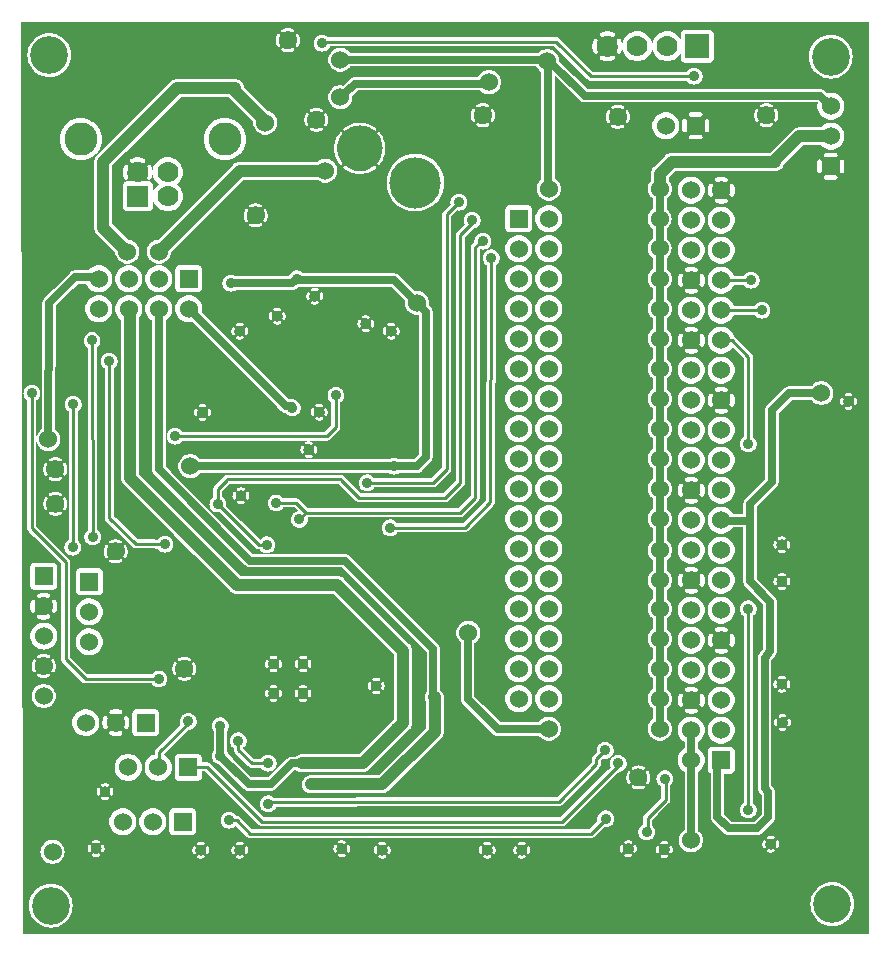
<source format=gbr>
G04 start of page 3 for group 5 idx 5 *
G04 Title: (unknown), bottom *
G04 Creator: pcb 20140316 *
G04 CreationDate: Tue Feb 26 01:41:17 2019 UTC *
G04 For: tim *
G04 Format: Gerber/RS-274X *
G04 PCB-Dimensions (mil): 2834.65 3051.18 *
G04 PCB-Coordinate-Origin: lower left *
%MOIN*%
%FSLAX25Y25*%
%LNBOTTOM*%
%ADD61C,0.0580*%
%ADD60C,0.0300*%
%ADD59C,0.0900*%
%ADD58C,0.0480*%
%ADD57C,0.1450*%
%ADD56C,0.1250*%
%ADD55C,0.0380*%
%ADD54C,0.0350*%
%ADD53C,0.0200*%
%ADD52C,0.1000*%
%ADD51C,0.1260*%
%ADD50C,0.1100*%
%ADD49C,0.0700*%
%ADD48C,0.1710*%
%ADD47C,0.1510*%
%ADD46C,0.0360*%
%ADD45C,0.0600*%
%ADD44C,0.0400*%
%ADD43C,0.0250*%
%ADD42C,0.0100*%
%ADD41C,0.0001*%
G54D41*G36*
X209087Y78516D02*X209141Y78292D01*
X209382Y77710D01*
X209711Y77173D01*
X210120Y76694D01*
X210598Y76285D01*
X210707Y76219D01*
Y72844D01*
X210598Y72778D01*
X210120Y72369D01*
X209711Y71890D01*
X209382Y71353D01*
X209141Y70771D01*
X209087Y70547D01*
Y78516D01*
G37*
G36*
Y88516D02*X209141Y88292D01*
X209382Y87710D01*
X209711Y87173D01*
X210120Y86694D01*
X210598Y86285D01*
X210707Y86219D01*
Y82844D01*
X210598Y82778D01*
X210120Y82369D01*
X209711Y81890D01*
X209382Y81353D01*
X209141Y80771D01*
X209087Y80547D01*
Y88516D01*
G37*
G36*
Y98516D02*X209141Y98292D01*
X209382Y97710D01*
X209711Y97173D01*
X210120Y96694D01*
X210598Y96285D01*
X210707Y96219D01*
Y92844D01*
X210598Y92778D01*
X210120Y92369D01*
X209711Y91890D01*
X209382Y91353D01*
X209141Y90771D01*
X209087Y90547D01*
Y98516D01*
G37*
G36*
Y108516D02*X209141Y108292D01*
X209382Y107710D01*
X209711Y107173D01*
X210120Y106694D01*
X210598Y106285D01*
X210707Y106219D01*
Y102844D01*
X210598Y102778D01*
X210120Y102369D01*
X209711Y101890D01*
X209382Y101353D01*
X209141Y100771D01*
X209087Y100547D01*
Y108516D01*
G37*
G36*
Y118016D02*X209141Y117792D01*
X209382Y117210D01*
X209711Y116673D01*
X210120Y116194D01*
X210598Y115785D01*
X210707Y115719D01*
Y112844D01*
X210598Y112778D01*
X210120Y112369D01*
X209711Y111890D01*
X209382Y111353D01*
X209141Y110771D01*
X209087Y110547D01*
Y118016D01*
G37*
G36*
Y128016D02*X209141Y127792D01*
X209382Y127210D01*
X209711Y126673D01*
X210120Y126194D01*
X210598Y125785D01*
X210707Y125719D01*
Y122344D01*
X210598Y122278D01*
X210120Y121869D01*
X209711Y121390D01*
X209382Y120853D01*
X209141Y120271D01*
X209087Y120047D01*
Y128016D01*
G37*
G36*
Y138516D02*X209141Y138292D01*
X209382Y137710D01*
X209711Y137173D01*
X210120Y136694D01*
X210598Y136285D01*
X210707Y136219D01*
Y132344D01*
X210598Y132278D01*
X210120Y131869D01*
X209711Y131390D01*
X209382Y130853D01*
X209141Y130271D01*
X209087Y130047D01*
Y138516D01*
G37*
G36*
Y148516D02*X209141Y148292D01*
X209382Y147710D01*
X209711Y147173D01*
X210120Y146694D01*
X210598Y146285D01*
X210707Y146219D01*
Y142844D01*
X210598Y142778D01*
X210120Y142369D01*
X209711Y141890D01*
X209382Y141353D01*
X209141Y140771D01*
X209087Y140547D01*
Y148516D01*
G37*
G36*
Y158516D02*X209141Y158292D01*
X209382Y157710D01*
X209711Y157173D01*
X210120Y156694D01*
X210598Y156285D01*
X210707Y156219D01*
Y152844D01*
X210598Y152778D01*
X210120Y152369D01*
X209711Y151890D01*
X209382Y151353D01*
X209141Y150771D01*
X209087Y150547D01*
Y158516D01*
G37*
G36*
Y168516D02*X209141Y168292D01*
X209382Y167710D01*
X209711Y167173D01*
X210120Y166694D01*
X210598Y166285D01*
X210707Y166219D01*
Y162844D01*
X210598Y162778D01*
X210120Y162369D01*
X209711Y161890D01*
X209382Y161353D01*
X209141Y160771D01*
X209087Y160547D01*
Y168516D01*
G37*
G36*
Y178516D02*X209141Y178292D01*
X209382Y177710D01*
X209711Y177173D01*
X210120Y176694D01*
X210598Y176285D01*
X210707Y176219D01*
Y172844D01*
X210598Y172778D01*
X210120Y172369D01*
X209711Y171890D01*
X209382Y171353D01*
X209141Y170771D01*
X209087Y170547D01*
Y178516D01*
G37*
G36*
Y188516D02*X209141Y188292D01*
X209382Y187710D01*
X209711Y187173D01*
X210120Y186694D01*
X210598Y186285D01*
X210707Y186219D01*
Y182844D01*
X210598Y182778D01*
X210120Y182369D01*
X209711Y181890D01*
X209382Y181353D01*
X209141Y180771D01*
X209087Y180547D01*
Y188516D01*
G37*
G36*
Y198516D02*X209141Y198292D01*
X209382Y197710D01*
X209711Y197173D01*
X210120Y196694D01*
X210598Y196285D01*
X210707Y196219D01*
Y192844D01*
X210598Y192778D01*
X210120Y192369D01*
X209711Y191890D01*
X209382Y191353D01*
X209141Y190771D01*
X209087Y190547D01*
Y198516D01*
G37*
G36*
Y208516D02*X209141Y208292D01*
X209382Y207710D01*
X209711Y207173D01*
X210120Y206694D01*
X210598Y206285D01*
X210707Y206219D01*
Y202844D01*
X210598Y202778D01*
X210120Y202369D01*
X209711Y201890D01*
X209382Y201353D01*
X209141Y200771D01*
X209087Y200547D01*
Y208516D01*
G37*
G36*
Y218516D02*X209141Y218292D01*
X209382Y217710D01*
X209711Y217173D01*
X210120Y216694D01*
X210598Y216285D01*
X210707Y216219D01*
Y212844D01*
X210598Y212778D01*
X210120Y212369D01*
X209711Y211890D01*
X209382Y211353D01*
X209141Y210771D01*
X209087Y210547D01*
Y218516D01*
G37*
G36*
Y228366D02*X209315Y227816D01*
X209644Y227279D01*
X210053Y226801D01*
X210531Y226392D01*
X210707Y226284D01*
Y222844D01*
X210598Y222778D01*
X210120Y222369D01*
X209711Y221890D01*
X209382Y221353D01*
X209141Y220771D01*
X209087Y220547D01*
Y228366D01*
G37*
G36*
Y238209D02*X209315Y237659D01*
X209644Y237122D01*
X210053Y236643D01*
X210531Y236234D01*
X210707Y236127D01*
Y232991D01*
X210531Y232884D01*
X210053Y232475D01*
X209644Y231996D01*
X209315Y231459D01*
X209087Y230909D01*
Y238209D01*
G37*
G36*
Y248516D02*X209141Y248292D01*
X209382Y247710D01*
X209711Y247173D01*
X210120Y246694D01*
X210598Y246285D01*
X210707Y246219D01*
Y242834D01*
X210531Y242726D01*
X210053Y242317D01*
X209644Y241839D01*
X209315Y241302D01*
X209087Y240752D01*
Y248516D01*
G37*
G36*
X242452Y115988D02*X247451Y110989D01*
Y96189D01*
X246202Y94663D01*
X246103Y94547D01*
X246029Y94427D01*
X245980Y94359D01*
X245952Y94300D01*
X245918Y94245D01*
X245875Y94141D01*
X245826Y94040D01*
X245807Y93978D01*
X245783Y93918D01*
X245756Y93808D01*
X245724Y93701D01*
X245715Y93637D01*
X245700Y93574D01*
X245695Y93490D01*
X245676Y93350D01*
X245679Y93198D01*
Y49892D01*
X245679Y49890D01*
X245679Y49725D01*
Y49717D01*
X245679Y49716D01*
X245679Y49535D01*
X245696Y49433D01*
X245700Y49363D01*
X245721Y49275D01*
X245735Y49186D01*
X245762Y49103D01*
X245783Y49019D01*
X245817Y48935D01*
X245846Y48849D01*
X245885Y48772D01*
X245918Y48692D01*
X245966Y48615D01*
X246007Y48534D01*
X246049Y48478D01*
X246103Y48390D01*
X246221Y48252D01*
X246221Y48252D01*
X246227Y48245D01*
X246333Y48121D01*
X246335Y48119D01*
X246860Y47506D01*
Y41003D01*
X244438Y38581D01*
X242452D01*
Y39723D01*
X242457Y39723D01*
X242896Y39757D01*
X243325Y39860D01*
X243732Y40029D01*
X244108Y40259D01*
X244443Y40545D01*
X244729Y40881D01*
X244959Y41256D01*
X245128Y41664D01*
X245231Y42092D01*
X245257Y42531D01*
X245231Y42971D01*
X245128Y43399D01*
X244959Y43807D01*
X244729Y44182D01*
X244443Y44518D01*
X244108Y44804D01*
X243957Y44896D01*
Y107167D01*
X244108Y107259D01*
X244443Y107545D01*
X244729Y107881D01*
X244959Y108256D01*
X245128Y108664D01*
X245231Y109092D01*
X245257Y109531D01*
X245231Y109971D01*
X245128Y110399D01*
X244959Y110807D01*
X244729Y111182D01*
X244443Y111518D01*
X244108Y111804D01*
X243732Y112034D01*
X243325Y112203D01*
X242896Y112306D01*
X242457Y112340D01*
X242452Y112340D01*
Y115988D01*
G37*
G36*
X237100Y136368D02*X237108Y136378D01*
X237269Y136640D01*
X240758D01*
Y118702D01*
X240751Y118614D01*
X240779Y118261D01*
Y118261D01*
X240861Y117917D01*
X240997Y117590D01*
X241067Y117475D01*
X241182Y117288D01*
X241182Y117287D01*
X241412Y117018D01*
X241479Y116961D01*
X242452Y115988D01*
Y112340D01*
X242017Y112306D01*
X241589Y112203D01*
X241182Y112034D01*
X240806Y111804D01*
X240471Y111518D01*
X240184Y111182D01*
X239954Y110807D01*
X239786Y110399D01*
X239683Y109971D01*
X239648Y109531D01*
X239683Y109092D01*
X239786Y108664D01*
X239954Y108256D01*
X240184Y107881D01*
X240471Y107545D01*
X240806Y107259D01*
X240957Y107167D01*
Y44896D01*
X240806Y44804D01*
X240471Y44518D01*
X240184Y44182D01*
X239954Y43807D01*
X239786Y43399D01*
X239683Y42971D01*
X239648Y42531D01*
X239683Y42092D01*
X239786Y41664D01*
X239954Y41256D01*
X240184Y40881D01*
X240471Y40545D01*
X240806Y40259D01*
X241182Y40029D01*
X241589Y39860D01*
X242017Y39757D01*
X242452Y39723D01*
Y38581D01*
X237100D01*
Y54674D01*
X237140Y54691D01*
X237341Y54814D01*
X237521Y54968D01*
X237674Y55147D01*
X237797Y55348D01*
X237888Y55567D01*
X237943Y55796D01*
X237957Y56031D01*
X237943Y62267D01*
X237888Y62496D01*
X237797Y62715D01*
X237674Y62916D01*
X237521Y63095D01*
X237341Y63249D01*
X237140Y63372D01*
X237100Y63389D01*
Y66368D01*
X237108Y66378D01*
X237479Y66982D01*
X237750Y67637D01*
X237915Y68325D01*
X237957Y69031D01*
X237915Y69738D01*
X237750Y70426D01*
X237479Y71081D01*
X237108Y71685D01*
X237100Y71695D01*
Y76368D01*
X237108Y76378D01*
X237479Y76982D01*
X237750Y77637D01*
X237915Y78325D01*
X237957Y79031D01*
X237915Y79738D01*
X237750Y80426D01*
X237479Y81081D01*
X237108Y81685D01*
X237100Y81695D01*
Y86368D01*
X237108Y86378D01*
X237479Y86982D01*
X237750Y87637D01*
X237915Y88325D01*
X237957Y89031D01*
X237915Y89738D01*
X237750Y90426D01*
X237479Y91081D01*
X237108Y91685D01*
X237100Y91695D01*
Y96889D01*
X237113Y96892D01*
X237225Y96929D01*
X237329Y96983D01*
X237424Y97053D01*
X237507Y97137D01*
X237576Y97233D01*
X237627Y97340D01*
X237775Y97747D01*
X237879Y98169D01*
X237941Y98598D01*
X237962Y99031D01*
X237941Y99465D01*
X237879Y99894D01*
X237775Y100316D01*
X237631Y100725D01*
X237579Y100831D01*
X237510Y100928D01*
X237427Y101012D01*
X237331Y101083D01*
X237226Y101137D01*
X237113Y101175D01*
X237100Y101177D01*
Y106368D01*
X237108Y106378D01*
X237479Y106982D01*
X237750Y107637D01*
X237915Y108325D01*
X237957Y109031D01*
X237915Y109738D01*
X237750Y110426D01*
X237479Y111081D01*
X237108Y111685D01*
X237100Y111695D01*
Y116368D01*
X237108Y116378D01*
X237479Y116982D01*
X237750Y117637D01*
X237915Y118325D01*
X237957Y119031D01*
X237915Y119738D01*
X237750Y120426D01*
X237479Y121081D01*
X237108Y121685D01*
X237100Y121695D01*
Y126368D01*
X237108Y126378D01*
X237479Y126982D01*
X237750Y127637D01*
X237915Y128325D01*
X237957Y129031D01*
X237915Y129738D01*
X237750Y130426D01*
X237479Y131081D01*
X237108Y131685D01*
X237100Y131695D01*
Y136368D01*
G37*
G36*
X278112Y305031D02*X282594D01*
Y1031D01*
X278112D01*
Y177368D01*
X278179Y177381D01*
X278253Y177409D01*
X278322Y177447D01*
X278383Y177496D01*
X278437Y177554D01*
X278480Y177620D01*
X278512Y177692D01*
X278588Y177925D01*
X278642Y178165D01*
X278674Y178408D01*
X278685Y178654D01*
X278674Y178899D01*
X278642Y179142D01*
X278588Y179382D01*
X278514Y179616D01*
X278482Y179688D01*
X278438Y179754D01*
X278385Y179812D01*
X278323Y179861D01*
X278254Y179900D01*
X278180Y179928D01*
X278112Y179941D01*
Y305031D01*
G37*
G36*
X275883D02*X278112D01*
Y179941D01*
X278103Y179943D01*
X278024Y179946D01*
X277945Y179937D01*
X277869Y179916D01*
X277797Y179883D01*
X277732Y179840D01*
X277673Y179786D01*
X277624Y179724D01*
X277586Y179656D01*
X277558Y179582D01*
X277542Y179504D01*
X277539Y179425D01*
X277548Y179347D01*
X277571Y179271D01*
X277620Y179121D01*
X277654Y178967D01*
X277675Y178811D01*
X277682Y178654D01*
X277675Y178496D01*
X277654Y178340D01*
X277620Y178186D01*
X277572Y178035D01*
X277550Y177960D01*
X277541Y177882D01*
X277544Y177803D01*
X277560Y177726D01*
X277587Y177652D01*
X277626Y177584D01*
X277675Y177522D01*
X277733Y177469D01*
X277798Y177425D01*
X277870Y177393D01*
X277946Y177371D01*
X278024Y177362D01*
X278102Y177366D01*
X278112Y177368D01*
Y1031D01*
X275883D01*
Y6144D01*
X276381Y6727D01*
X276981Y7707D01*
X277421Y8769D01*
X277689Y9886D01*
X277757Y11031D01*
X277689Y12177D01*
X277421Y13294D01*
X276981Y14356D01*
X276381Y15336D01*
X275883Y15919D01*
Y175851D01*
X276127Y175862D01*
X276371Y175894D01*
X276610Y175947D01*
X276845Y176021D01*
X276917Y176054D01*
X276982Y176097D01*
X277040Y176151D01*
X277090Y176213D01*
X277128Y176281D01*
X277156Y176356D01*
X277172Y176433D01*
X277175Y176512D01*
X277166Y176590D01*
X277145Y176666D01*
X277112Y176738D01*
X277068Y176804D01*
X277015Y176862D01*
X276953Y176911D01*
X276884Y176950D01*
X276810Y176977D01*
X276732Y176993D01*
X276654Y176996D01*
X276575Y176987D01*
X276500Y176965D01*
X276350Y176915D01*
X276196Y176881D01*
X276039Y176860D01*
X275883Y176854D01*
Y180454D01*
X276039Y180447D01*
X276196Y180426D01*
X276350Y180392D01*
X276500Y180344D01*
X276575Y180321D01*
X276654Y180312D01*
X276732Y180316D01*
X276809Y180331D01*
X276883Y180359D01*
X276952Y180397D01*
X277013Y180446D01*
X277067Y180504D01*
X277110Y180570D01*
X277143Y180641D01*
X277164Y180717D01*
X277173Y180795D01*
X277170Y180874D01*
X277154Y180951D01*
X277127Y181025D01*
X277088Y181093D01*
X277039Y181155D01*
X276981Y181208D01*
X276916Y181252D01*
X276844Y181283D01*
X276610Y181360D01*
X276371Y181413D01*
X276127Y181445D01*
X275883Y181456D01*
Y289231D01*
X276481Y290207D01*
X276921Y291269D01*
X277189Y292386D01*
X277257Y293531D01*
X277189Y294677D01*
X276921Y295794D01*
X276481Y296856D01*
X275883Y297832D01*
Y305031D01*
G37*
G36*
Y15919D02*X275634Y16209D01*
X274761Y16956D01*
X273781Y17556D01*
X273707Y17587D01*
Y177362D01*
X273740Y177361D01*
X273819Y177370D01*
X273895Y177391D01*
X273966Y177424D01*
X274032Y177467D01*
X274090Y177521D01*
X274139Y177583D01*
X274178Y177652D01*
X274206Y177726D01*
X274221Y177803D01*
X274225Y177882D01*
X274216Y177960D01*
X274193Y178036D01*
X274144Y178186D01*
X274109Y178340D01*
X274089Y178496D01*
X274082Y178654D01*
X274089Y178811D01*
X274109Y178967D01*
X274144Y179121D01*
X274191Y179272D01*
X274214Y179347D01*
X274223Y179425D01*
X274220Y179504D01*
X274204Y179581D01*
X274177Y179655D01*
X274138Y179723D01*
X274089Y179785D01*
X274031Y179838D01*
X273966Y179882D01*
X273894Y179915D01*
X273818Y179936D01*
X273740Y179945D01*
X273707Y179943D01*
Y254779D01*
X273824Y254788D01*
X273939Y254816D01*
X274048Y254861D01*
X274149Y254923D01*
X274239Y255000D01*
X274315Y255089D01*
X274377Y255190D01*
X274422Y255299D01*
X274450Y255414D01*
X274457Y255531D01*
Y258531D01*
X274450Y258649D01*
X274422Y258764D01*
X274377Y258873D01*
X274315Y258974D01*
X274239Y259063D01*
X274149Y259140D01*
X274048Y259202D01*
X273939Y259247D01*
X273824Y259275D01*
X273707Y259284D01*
Y264539D01*
X273979Y264982D01*
X274250Y265637D01*
X274415Y266325D01*
X274457Y267031D01*
X274415Y267738D01*
X274250Y268426D01*
X273979Y269081D01*
X273707Y269524D01*
Y274539D01*
X273979Y274982D01*
X274250Y275637D01*
X274415Y276325D01*
X274457Y277031D01*
X274415Y277738D01*
X274250Y278426D01*
X273979Y279081D01*
X273707Y279524D01*
Y287268D01*
X274261Y287607D01*
X275134Y288354D01*
X275881Y289227D01*
X275883Y289231D01*
Y181456D01*
X275882Y181456D01*
X275637Y181445D01*
X275393Y181413D01*
X275153Y181360D01*
X274919Y181286D01*
X274847Y181253D01*
X274781Y181210D01*
X274723Y181156D01*
X274674Y181094D01*
X274635Y181026D01*
X274608Y180952D01*
X274592Y180874D01*
X274589Y180795D01*
X274598Y180717D01*
X274619Y180641D01*
X274652Y180569D01*
X274696Y180503D01*
X274749Y180445D01*
X274811Y180396D01*
X274880Y180357D01*
X274954Y180330D01*
X275031Y180314D01*
X275110Y180311D01*
X275189Y180320D01*
X275264Y180342D01*
X275414Y180392D01*
X275568Y180426D01*
X275724Y180447D01*
X275882Y180454D01*
X275883Y180454D01*
Y176854D01*
X275882Y176854D01*
X275724Y176860D01*
X275568Y176881D01*
X275414Y176915D01*
X275264Y176963D01*
X275188Y176986D01*
X275110Y176995D01*
X275032Y176991D01*
X274954Y176976D01*
X274881Y176948D01*
X274812Y176910D01*
X274750Y176861D01*
X274697Y176803D01*
X274654Y176737D01*
X274621Y176666D01*
X274600Y176590D01*
X274591Y176512D01*
X274594Y176433D01*
X274610Y176356D01*
X274637Y176282D01*
X274676Y176214D01*
X274725Y176152D01*
X274783Y176099D01*
X274848Y176055D01*
X274920Y176024D01*
X275153Y175947D01*
X275393Y175894D01*
X275637Y175862D01*
X275882Y175851D01*
X275883Y175851D01*
Y15919D01*
G37*
G36*
Y1031D02*X273707D01*
Y4476D01*
X273781Y4507D01*
X274761Y5107D01*
X275634Y5854D01*
X275883Y6144D01*
Y1031D01*
G37*
G36*
X273707Y305031D02*X275883D01*
Y297832D01*
X275881Y297836D01*
X275134Y298709D01*
X274261Y299456D01*
X273707Y299795D01*
Y305031D01*
G37*
G36*
Y279524D02*X273608Y279685D01*
X273148Y280223D01*
X272610Y280683D01*
X272006Y281053D01*
X271352Y281324D01*
X270663Y281490D01*
X269957Y281545D01*
Y286209D01*
X271102Y286299D01*
X272219Y286567D01*
X273281Y287007D01*
X273707Y287268D01*
Y279524D01*
G37*
G36*
Y269524D02*X273608Y269685D01*
X273148Y270223D01*
X272610Y270683D01*
X272006Y271053D01*
X271352Y271324D01*
X270663Y271490D01*
X269957Y271545D01*
Y272518D01*
X270663Y272573D01*
X271352Y272739D01*
X272006Y273010D01*
X272610Y273380D01*
X273148Y273840D01*
X273608Y274378D01*
X273707Y274539D01*
Y269524D01*
G37*
G36*
Y17587D02*X272719Y17996D01*
X271602Y18264D01*
X270457Y18354D01*
X269957Y18315D01*
Y178915D01*
X270073Y179051D01*
X270402Y179588D01*
X270643Y180170D01*
X270790Y180782D01*
X270827Y181409D01*
X270790Y182037D01*
X270643Y182649D01*
X270402Y183231D01*
X270073Y183768D01*
X269957Y183904D01*
Y252531D01*
X271457D01*
X271574Y252538D01*
X271689Y252566D01*
X271798Y252611D01*
X271899Y252673D01*
X271989Y252750D01*
X272065Y252839D01*
X272127Y252940D01*
X272172Y253049D01*
X272200Y253164D01*
X272209Y253281D01*
X272200Y253399D01*
X272172Y253514D01*
X272127Y253623D01*
X272065Y253724D01*
X271989Y253813D01*
X271899Y253890D01*
X271798Y253952D01*
X271689Y253997D01*
X271574Y254025D01*
X271457Y254032D01*
X269957D01*
Y260031D01*
X271457D01*
X271574Y260038D01*
X271689Y260066D01*
X271798Y260111D01*
X271899Y260173D01*
X271989Y260250D01*
X272065Y260339D01*
X272127Y260440D01*
X272172Y260549D01*
X272200Y260664D01*
X272209Y260781D01*
X272200Y260899D01*
X272172Y261014D01*
X272127Y261123D01*
X272065Y261224D01*
X271989Y261313D01*
X271899Y261390D01*
X271798Y261452D01*
X271689Y261497D01*
X271574Y261525D01*
X271457Y261532D01*
X269957D01*
Y262518D01*
X270663Y262573D01*
X271352Y262739D01*
X272006Y263010D01*
X272610Y263380D01*
X273148Y263840D01*
X273608Y264378D01*
X273707Y264539D01*
Y259284D01*
X273589Y259275D01*
X273474Y259247D01*
X273365Y259202D01*
X273264Y259140D01*
X273175Y259063D01*
X273098Y258974D01*
X273036Y258873D01*
X272991Y258764D01*
X272964Y258649D01*
X272957Y258531D01*
Y255531D01*
X272964Y255414D01*
X272991Y255299D01*
X273036Y255190D01*
X273098Y255089D01*
X273175Y255000D01*
X273264Y254923D01*
X273365Y254861D01*
X273474Y254816D01*
X273589Y254788D01*
X273707Y254779D01*
Y179943D01*
X273661Y179941D01*
X273584Y179926D01*
X273511Y179898D01*
X273442Y179860D01*
X273380Y179811D01*
X273327Y179753D01*
X273284Y179687D01*
X273252Y179615D01*
X273176Y179382D01*
X273122Y179142D01*
X273090Y178899D01*
X273079Y178654D01*
X273090Y178408D01*
X273122Y178165D01*
X273176Y177925D01*
X273250Y177691D01*
X273282Y177619D01*
X273326Y177553D01*
X273379Y177495D01*
X273441Y177446D01*
X273510Y177407D01*
X273584Y177380D01*
X273661Y177364D01*
X273707Y177362D01*
Y17587D01*
G37*
G36*
Y1031D02*X269957D01*
Y3748D01*
X270457Y3709D01*
X271602Y3799D01*
X272719Y4067D01*
X273707Y4476D01*
Y1031D01*
G37*
G36*
X269957Y305031D02*X273707D01*
Y299795D01*
X273281Y300056D01*
X272219Y300496D01*
X271102Y300764D01*
X269957Y300854D01*
Y305031D01*
G37*
G36*
Y271545D02*X269957D01*
X269251Y271490D01*
X268562Y271324D01*
X267907Y271053D01*
X267304Y270683D01*
X266765Y270223D01*
X266601Y270032D01*
X259574D01*
X259457Y270041D01*
X258986Y270004D01*
X258527Y269893D01*
X258091Y269713D01*
X257688Y269466D01*
X257688Y269466D01*
X257329Y269159D01*
X257252Y269070D01*
X251741Y263558D01*
Y271900D01*
X251744Y271901D01*
X251812Y271941D01*
X251873Y271990D01*
X251926Y272048D01*
X251968Y272115D01*
X252131Y272440D01*
X252260Y272780D01*
X252358Y273130D01*
X252424Y273488D01*
X252457Y273850D01*
Y274213D01*
X252424Y274575D01*
X252358Y274933D01*
X252260Y275283D01*
X252131Y275623D01*
X251971Y275950D01*
X251928Y276017D01*
X251875Y276075D01*
X251814Y276125D01*
X251745Y276164D01*
X251741Y276166D01*
Y278281D01*
X265525D01*
X265609Y278197D01*
X265498Y277738D01*
X265443Y277031D01*
X265498Y276325D01*
X265664Y275637D01*
X265935Y274982D01*
X266305Y274378D01*
X266765Y273840D01*
X267304Y273380D01*
X267907Y273010D01*
X268562Y272739D01*
X269251Y272573D01*
X269957Y272518D01*
X269957D01*
Y271545D01*
G37*
G36*
X251741Y263558D02*X249714Y261532D01*
X248458D01*
Y270032D01*
X248639D01*
X249001Y270064D01*
X249358Y270130D01*
X249709Y270228D01*
X250048Y270357D01*
X250375Y270517D01*
X250442Y270560D01*
X250501Y270613D01*
X250550Y270675D01*
X250590Y270743D01*
X250618Y270817D01*
X250634Y270895D01*
X250638Y270974D01*
X250630Y271053D01*
X250609Y271129D01*
X250577Y271201D01*
X250533Y271268D01*
X250480Y271326D01*
X250419Y271376D01*
X250350Y271415D01*
X250276Y271444D01*
X250198Y271460D01*
X250119Y271464D01*
X250041Y271455D01*
X249964Y271435D01*
X249893Y271401D01*
X249649Y271279D01*
X249395Y271182D01*
X249132Y271109D01*
X248864Y271059D01*
X248593Y271035D01*
X248458D01*
Y277028D01*
X248593D01*
X248864Y277004D01*
X249132Y276954D01*
X249395Y276881D01*
X249649Y276784D01*
X249894Y276665D01*
X249965Y276631D01*
X250041Y276611D01*
X250119Y276602D01*
X250198Y276606D01*
X250275Y276622D01*
X250349Y276650D01*
X250417Y276690D01*
X250478Y276739D01*
X250531Y276797D01*
X250574Y276863D01*
X250606Y276935D01*
X250627Y277011D01*
X250635Y277089D01*
X250631Y277168D01*
X250615Y277245D01*
X250587Y277318D01*
X250548Y277387D01*
X250498Y277448D01*
X250440Y277501D01*
X250373Y277542D01*
X250048Y277706D01*
X249709Y277835D01*
X249358Y277933D01*
X249001Y277998D01*
X248639Y278031D01*
X248458D01*
Y278281D01*
X251741D01*
Y276166D01*
X251671Y276193D01*
X251593Y276209D01*
X251514Y276213D01*
X251436Y276204D01*
X251359Y276184D01*
X251287Y276151D01*
X251221Y276108D01*
X251162Y276055D01*
X251112Y275993D01*
X251073Y275925D01*
X251045Y275851D01*
X251028Y275773D01*
X251024Y275694D01*
X251033Y275615D01*
X251053Y275539D01*
X251087Y275467D01*
X251209Y275224D01*
X251306Y274969D01*
X251380Y274707D01*
X251429Y274439D01*
X251454Y274168D01*
Y273895D01*
X251429Y273624D01*
X251380Y273356D01*
X251306Y273094D01*
X251209Y272839D01*
X251090Y272594D01*
X251056Y272523D01*
X251036Y272447D01*
X251027Y272369D01*
X251031Y272290D01*
X251048Y272213D01*
X251076Y272140D01*
X251115Y272071D01*
X251164Y272010D01*
X251223Y271957D01*
X251288Y271914D01*
X251360Y271882D01*
X251436Y271862D01*
X251514Y271853D01*
X251593Y271857D01*
X251670Y271873D01*
X251741Y271900D01*
Y263558D01*
G37*
G36*
X248458Y261532D02*X245173D01*
Y271897D01*
X245242Y271870D01*
X245320Y271854D01*
X245399Y271850D01*
X245478Y271858D01*
X245554Y271879D01*
X245626Y271912D01*
X245693Y271955D01*
X245751Y272008D01*
X245801Y272070D01*
X245841Y272138D01*
X245869Y272212D01*
X245885Y272290D01*
X245889Y272369D01*
X245881Y272448D01*
X245860Y272524D01*
X245826Y272596D01*
X245704Y272839D01*
X245607Y273094D01*
X245534Y273356D01*
X245485Y273624D01*
X245460Y273895D01*
Y274168D01*
X245485Y274439D01*
X245534Y274707D01*
X245607Y274969D01*
X245704Y275224D01*
X245823Y275469D01*
X245857Y275540D01*
X245878Y275616D01*
X245886Y275694D01*
X245882Y275773D01*
X245866Y275850D01*
X245838Y275923D01*
X245799Y275992D01*
X245749Y276053D01*
X245691Y276106D01*
X245625Y276149D01*
X245553Y276181D01*
X245477Y276201D01*
X245399Y276210D01*
X245320Y276206D01*
X245243Y276190D01*
X245173Y276163D01*
Y278281D01*
X248458D01*
Y278031D01*
X248275D01*
X247913Y277998D01*
X247555Y277933D01*
X247205Y277835D01*
X246865Y277706D01*
X246538Y277546D01*
X246472Y277503D01*
X246413Y277450D01*
X246363Y277388D01*
X246324Y277320D01*
X246295Y277246D01*
X246279Y277168D01*
X246275Y277089D01*
X246284Y277010D01*
X246304Y276934D01*
X246337Y276862D01*
X246380Y276795D01*
X246433Y276737D01*
X246495Y276687D01*
X246563Y276648D01*
X246637Y276619D01*
X246715Y276603D01*
X246794Y276599D01*
X246873Y276608D01*
X246949Y276628D01*
X247021Y276662D01*
X247264Y276784D01*
X247519Y276881D01*
X247781Y276954D01*
X248049Y277004D01*
X248320Y277028D01*
X248458D01*
Y271035D01*
X248320D01*
X248049Y271059D01*
X247781Y271109D01*
X247519Y271182D01*
X247264Y271279D01*
X247019Y271398D01*
X246948Y271432D01*
X246872Y271452D01*
X246794Y271461D01*
X246715Y271457D01*
X246638Y271441D01*
X246565Y271413D01*
X246497Y271373D01*
X246435Y271324D01*
X246382Y271266D01*
X246339Y271200D01*
X246307Y271128D01*
X246287Y271052D01*
X246278Y270974D01*
X246282Y270895D01*
X246298Y270818D01*
X246327Y270745D01*
X246366Y270676D01*
X246415Y270615D01*
X246473Y270562D01*
X246540Y270521D01*
X246865Y270357D01*
X247205Y270228D01*
X247555Y270130D01*
X247913Y270064D01*
X248275Y270032D01*
X248458D01*
Y261532D01*
G37*
G36*
X245173D02*X237100D01*
Y278281D01*
X245173D01*
Y276163D01*
X245170Y276162D01*
X245101Y276122D01*
X245040Y276073D01*
X244987Y276015D01*
X244946Y275948D01*
X244783Y275623D01*
X244653Y275283D01*
X244555Y274933D01*
X244490Y274575D01*
X244457Y274213D01*
Y273850D01*
X244490Y273488D01*
X244555Y273130D01*
X244653Y272780D01*
X244783Y272440D01*
X244942Y272113D01*
X244985Y272046D01*
X245038Y271988D01*
X245100Y271938D01*
X245168Y271899D01*
X245173Y271897D01*
Y261532D01*
G37*
G36*
X269957Y183904D02*X269664Y184247D01*
X269185Y184655D01*
X268648Y184984D01*
X268067Y185225D01*
X267454Y185372D01*
X266827Y185422D01*
X266207Y185373D01*
Y254779D01*
X266324Y254788D01*
X266439Y254816D01*
X266548Y254861D01*
X266649Y254923D01*
X266739Y255000D01*
X266815Y255089D01*
X266877Y255190D01*
X266922Y255299D01*
X266950Y255414D01*
X266957Y255531D01*
Y258531D01*
X266950Y258649D01*
X266922Y258764D01*
X266877Y258873D01*
X266815Y258974D01*
X266739Y259063D01*
X266649Y259140D01*
X266548Y259202D01*
X266439Y259247D01*
X266324Y259275D01*
X266207Y259284D01*
Y264031D01*
X266601D01*
X266765Y263840D01*
X267304Y263380D01*
X267907Y263010D01*
X268562Y262739D01*
X269251Y262573D01*
X269957Y262518D01*
X269957D01*
Y261532D01*
X268457D01*
X268339Y261525D01*
X268224Y261497D01*
X268115Y261452D01*
X268014Y261390D01*
X267925Y261313D01*
X267848Y261224D01*
X267786Y261123D01*
X267741Y261014D01*
X267714Y260899D01*
X267704Y260781D01*
X267714Y260664D01*
X267741Y260549D01*
X267786Y260440D01*
X267848Y260339D01*
X267925Y260250D01*
X268014Y260173D01*
X268115Y260111D01*
X268224Y260066D01*
X268339Y260038D01*
X268457Y260031D01*
X269957D01*
Y254032D01*
X268457D01*
X268339Y254025D01*
X268224Y253997D01*
X268115Y253952D01*
X268014Y253890D01*
X267925Y253813D01*
X267848Y253724D01*
X267786Y253623D01*
X267741Y253514D01*
X267714Y253399D01*
X267704Y253281D01*
X267714Y253164D01*
X267741Y253049D01*
X267786Y252940D01*
X267848Y252839D01*
X267925Y252750D01*
X268014Y252673D01*
X268115Y252611D01*
X268224Y252566D01*
X268339Y252538D01*
X268457Y252531D01*
X269957D01*
Y183904D01*
G37*
G36*
X266207Y185373D02*X266199Y185372D01*
X265587Y185225D01*
X265005Y184984D01*
X264468Y184655D01*
X263990Y184247D01*
X263581Y183768D01*
X263514Y183659D01*
X256088D01*
X256000Y183666D01*
X255647Y183639D01*
X255303Y183556D01*
X254975Y183420D01*
X254673Y183235D01*
X254673Y183235D01*
X254404Y183005D01*
X254347Y182938D01*
X248763Y177354D01*
X248695Y177297D01*
X248465Y177027D01*
X248280Y176725D01*
X248145Y176398D01*
X248062Y176054D01*
X248062Y176053D01*
X248034Y175701D01*
X248041Y175613D01*
Y152617D01*
X241479Y146055D01*
X241412Y145997D01*
X241182Y145728D01*
X240997Y145426D01*
X240861Y145099D01*
X240779Y144755D01*
X240779Y144754D01*
X240751Y144402D01*
X240758Y144313D01*
Y141140D01*
X237442D01*
X237108Y141685D01*
X237100Y141695D01*
Y146368D01*
X237108Y146378D01*
X237479Y146982D01*
X237750Y147637D01*
X237915Y148325D01*
X237957Y149031D01*
X237915Y149738D01*
X237750Y150426D01*
X237479Y151081D01*
X237108Y151685D01*
X237100Y151695D01*
Y156368D01*
X237108Y156378D01*
X237479Y156982D01*
X237750Y157637D01*
X237915Y158325D01*
X237957Y159031D01*
X237915Y159738D01*
X237750Y160426D01*
X237479Y161081D01*
X237108Y161685D01*
X237100Y161695D01*
Y166368D01*
X237108Y166378D01*
X237479Y166982D01*
X237750Y167637D01*
X237915Y168325D01*
X237957Y169031D01*
X237915Y169738D01*
X237750Y170426D01*
X237479Y171081D01*
X237108Y171685D01*
X237100Y171695D01*
Y176889D01*
X237113Y176892D01*
X237225Y176929D01*
X237329Y176983D01*
X237424Y177053D01*
X237507Y177137D01*
X237576Y177233D01*
X237627Y177340D01*
X237775Y177747D01*
X237879Y178169D01*
X237941Y178598D01*
X237962Y179031D01*
X237941Y179465D01*
X237879Y179894D01*
X237775Y180316D01*
X237631Y180725D01*
X237579Y180831D01*
X237510Y180928D01*
X237427Y181012D01*
X237331Y181083D01*
X237226Y181137D01*
X237113Y181175D01*
X237100Y181177D01*
Y186368D01*
X237108Y186378D01*
X237479Y186982D01*
X237750Y187637D01*
X237915Y188325D01*
X237957Y189031D01*
X237915Y189738D01*
X237750Y190426D01*
X237479Y191081D01*
X237108Y191685D01*
X237100Y191695D01*
Y196368D01*
X237108Y196378D01*
X237253Y196614D01*
X240957Y192910D01*
Y166896D01*
X240806Y166804D01*
X240471Y166518D01*
X240184Y166182D01*
X239954Y165807D01*
X239786Y165399D01*
X239683Y164971D01*
X239648Y164531D01*
X239683Y164092D01*
X239786Y163664D01*
X239954Y163256D01*
X240184Y162881D01*
X240471Y162545D01*
X240806Y162259D01*
X241182Y162029D01*
X241589Y161860D01*
X242017Y161757D01*
X242457Y161723D01*
X242896Y161757D01*
X243325Y161860D01*
X243732Y162029D01*
X244108Y162259D01*
X244443Y162545D01*
X244729Y162881D01*
X244959Y163256D01*
X245128Y163664D01*
X245231Y164092D01*
X245257Y164531D01*
X245231Y164971D01*
X245128Y165399D01*
X244959Y165807D01*
X244729Y166182D01*
X244443Y166518D01*
X244108Y166804D01*
X243957Y166896D01*
Y193473D01*
X243961Y193532D01*
X243943Y193767D01*
X243888Y193996D01*
X243797Y194215D01*
X243674Y194416D01*
X243521Y194595D01*
X243476Y194634D01*
X238059Y200051D01*
X238021Y200095D01*
X237841Y200249D01*
X237784Y200284D01*
X237750Y200426D01*
X237479Y201081D01*
X237108Y201685D01*
X237100Y201695D01*
Y206368D01*
X237108Y206378D01*
X237479Y206982D01*
X237706Y207532D01*
X244592D01*
X244684Y207381D01*
X244971Y207045D01*
X245306Y206759D01*
X245682Y206529D01*
X246089Y206360D01*
X246517Y206257D01*
X246957Y206223D01*
X247396Y206257D01*
X247825Y206360D01*
X248232Y206529D01*
X248608Y206759D01*
X248943Y207045D01*
X249229Y207381D01*
X249459Y207756D01*
X249628Y208164D01*
X249731Y208592D01*
X249757Y209031D01*
X249731Y209471D01*
X249628Y209899D01*
X249459Y210307D01*
X249229Y210682D01*
X248943Y211018D01*
X248608Y211304D01*
X248232Y211534D01*
X247825Y211703D01*
X247396Y211806D01*
X246957Y211840D01*
X246517Y211806D01*
X246089Y211703D01*
X245682Y211534D01*
X245306Y211304D01*
X244971Y211018D01*
X244684Y210682D01*
X244592Y210531D01*
X237706D01*
X237479Y211081D01*
X237108Y211685D01*
X237100Y211695D01*
Y216368D01*
X237108Y216378D01*
X237479Y216982D01*
X237706Y217531D01*
X241092D01*
X241184Y217381D01*
X241471Y217045D01*
X241806Y216759D01*
X242182Y216529D01*
X242589Y216360D01*
X243017Y216257D01*
X243457Y216223D01*
X243896Y216257D01*
X244325Y216360D01*
X244732Y216529D01*
X245108Y216759D01*
X245443Y217045D01*
X245729Y217381D01*
X245959Y217756D01*
X246128Y218164D01*
X246231Y218592D01*
X246257Y219031D01*
X246231Y219471D01*
X246128Y219899D01*
X245959Y220307D01*
X245729Y220682D01*
X245443Y221018D01*
X245108Y221304D01*
X244732Y221534D01*
X244325Y221703D01*
X243896Y221806D01*
X243457Y221840D01*
X243017Y221806D01*
X242589Y221703D01*
X242182Y221534D01*
X241806Y221304D01*
X241471Y221018D01*
X241184Y220682D01*
X241092Y220532D01*
X237706D01*
X237479Y221081D01*
X237108Y221685D01*
X237100Y221695D01*
Y226368D01*
X237108Y226378D01*
X237479Y226982D01*
X237750Y227637D01*
X237915Y228325D01*
X237957Y229031D01*
X237915Y229738D01*
X237750Y230426D01*
X237479Y231081D01*
X237108Y231685D01*
X237100Y231695D01*
Y236368D01*
X237108Y236378D01*
X237479Y236982D01*
X237750Y237637D01*
X237915Y238325D01*
X237957Y239031D01*
X237915Y239738D01*
X237750Y240426D01*
X237479Y241081D01*
X237108Y241685D01*
X237100Y241695D01*
Y246889D01*
X237113Y246892D01*
X237225Y246929D01*
X237329Y246983D01*
X237424Y247053D01*
X237507Y247137D01*
X237576Y247233D01*
X237627Y247340D01*
X237775Y247747D01*
X237879Y248169D01*
X237941Y248598D01*
X237962Y249031D01*
X237941Y249465D01*
X237879Y249894D01*
X237775Y250316D01*
X237631Y250725D01*
X237579Y250831D01*
X237510Y250928D01*
X237427Y251012D01*
X237331Y251083D01*
X237226Y251137D01*
X237113Y251175D01*
X237100Y251177D01*
Y255531D01*
X251457D01*
X251927Y255559D01*
X252387Y255670D01*
X252823Y255850D01*
X253225Y256097D01*
X253585Y256404D01*
X253891Y256763D01*
X254138Y257165D01*
X254319Y257602D01*
X254334Y257666D01*
X260699Y264031D01*
X266207D01*
Y259284D01*
X266089Y259275D01*
X265974Y259247D01*
X265865Y259202D01*
X265764Y259140D01*
X265675Y259063D01*
X265598Y258974D01*
X265536Y258873D01*
X265491Y258764D01*
X265464Y258649D01*
X265457Y258531D01*
Y255531D01*
X265464Y255414D01*
X265491Y255299D01*
X265536Y255190D01*
X265598Y255089D01*
X265675Y255000D01*
X265764Y254923D01*
X265865Y254861D01*
X265974Y254816D01*
X266089Y254788D01*
X266207Y254779D01*
Y185373D01*
G37*
G36*
X269957Y1031D02*X255868D01*
Y70293D01*
X255898Y70285D01*
X255976Y70276D01*
X256055Y70279D01*
X256132Y70295D01*
X256206Y70322D01*
X256275Y70361D01*
X256336Y70410D01*
X256389Y70468D01*
X256433Y70533D01*
X256464Y70605D01*
X256541Y70838D01*
X256594Y71078D01*
X256627Y71322D01*
X256637Y71567D01*
X256627Y71812D01*
X256594Y72056D01*
X256541Y72295D01*
X256467Y72530D01*
X256435Y72602D01*
X256391Y72667D01*
X256337Y72726D01*
X256276Y72775D01*
X256207Y72813D01*
X256133Y72841D01*
X256055Y72857D01*
X255976Y72860D01*
X255898Y72851D01*
X255868Y72842D01*
Y83076D01*
X255935Y83090D01*
X256009Y83117D01*
X256078Y83156D01*
X256139Y83205D01*
X256193Y83263D01*
X256236Y83328D01*
X256267Y83400D01*
X256344Y83634D01*
X256398Y83873D01*
X256430Y84117D01*
X256440Y84362D01*
X256430Y84608D01*
X256398Y84851D01*
X256344Y85091D01*
X256270Y85325D01*
X256238Y85397D01*
X256194Y85463D01*
X256141Y85521D01*
X256079Y85570D01*
X256010Y85609D01*
X255936Y85636D01*
X255868Y85650D01*
Y117328D01*
X255935Y117342D01*
X256009Y117369D01*
X256078Y117408D01*
X256139Y117457D01*
X256193Y117515D01*
X256236Y117580D01*
X256267Y117652D01*
X256344Y117886D01*
X256398Y118125D01*
X256430Y118369D01*
X256440Y118614D01*
X256430Y118860D01*
X256398Y119103D01*
X256344Y119343D01*
X256270Y119577D01*
X256238Y119649D01*
X256194Y119715D01*
X256141Y119773D01*
X256079Y119822D01*
X256010Y119861D01*
X255936Y119888D01*
X255868Y119902D01*
Y129533D01*
X255935Y129547D01*
X256009Y129574D01*
X256078Y129613D01*
X256139Y129662D01*
X256193Y129720D01*
X256236Y129785D01*
X256267Y129857D01*
X256344Y130090D01*
X256398Y130330D01*
X256430Y130574D01*
X256440Y130819D01*
X256430Y131064D01*
X256398Y131308D01*
X256344Y131547D01*
X256270Y131782D01*
X256238Y131854D01*
X256194Y131919D01*
X256141Y131977D01*
X256079Y132027D01*
X256010Y132065D01*
X255936Y132093D01*
X255868Y132107D01*
Y178095D01*
X256932Y179159D01*
X263514D01*
X263581Y179051D01*
X263990Y178572D01*
X264468Y178163D01*
X265005Y177834D01*
X265587Y177593D01*
X266199Y177447D01*
X266827Y177397D01*
X267454Y177447D01*
X268067Y177593D01*
X268648Y177834D01*
X269185Y178163D01*
X269664Y178572D01*
X269957Y178915D01*
Y18315D01*
X269311Y18264D01*
X268194Y17996D01*
X267132Y17556D01*
X266153Y16956D01*
X265279Y16209D01*
X264533Y15336D01*
X263932Y14356D01*
X263493Y13294D01*
X263224Y12177D01*
X263134Y11031D01*
X263224Y9886D01*
X263493Y8769D01*
X263932Y7707D01*
X264533Y6727D01*
X265279Y5854D01*
X266153Y5107D01*
X267132Y4507D01*
X268194Y4067D01*
X269311Y3799D01*
X269957Y3748D01*
Y1031D01*
G37*
G36*
X255868D02*X253639D01*
Y68773D01*
X253835Y68764D01*
X254080Y68775D01*
X254323Y68807D01*
X254563Y68861D01*
X254797Y68935D01*
X254869Y68967D01*
X254935Y69011D01*
X254993Y69064D01*
X255042Y69126D01*
X255081Y69195D01*
X255109Y69269D01*
X255124Y69346D01*
X255128Y69425D01*
X255119Y69504D01*
X255097Y69580D01*
X255064Y69652D01*
X255021Y69717D01*
X254967Y69775D01*
X254905Y69825D01*
X254837Y69863D01*
X254763Y69891D01*
X254685Y69906D01*
X254606Y69910D01*
X254528Y69901D01*
X254452Y69878D01*
X254303Y69829D01*
X254149Y69795D01*
X253992Y69774D01*
X253835Y69767D01*
X253677Y69774D01*
X253639Y69779D01*
Y73355D01*
X253677Y73360D01*
X253835Y73367D01*
X253992Y73360D01*
X254149Y73339D01*
X254303Y73305D01*
X254453Y73257D01*
X254528Y73235D01*
X254606Y73226D01*
X254685Y73229D01*
X254762Y73245D01*
X254836Y73272D01*
X254904Y73311D01*
X254966Y73360D01*
X255019Y73418D01*
X255063Y73483D01*
X255096Y73555D01*
X255117Y73631D01*
X255126Y73709D01*
X255123Y73787D01*
X255107Y73864D01*
X255080Y73938D01*
X255041Y74007D01*
X254992Y74068D01*
X254934Y74122D01*
X254868Y74165D01*
X254796Y74197D01*
X254563Y74273D01*
X254323Y74327D01*
X254080Y74359D01*
X253835Y74370D01*
X253639Y74361D01*
Y81560D01*
X253883Y81570D01*
X254127Y81602D01*
X254366Y81656D01*
X254600Y81730D01*
X254672Y81762D01*
X254738Y81806D01*
X254796Y81859D01*
X254845Y81921D01*
X254884Y81990D01*
X254912Y82064D01*
X254927Y82142D01*
X254931Y82220D01*
X254922Y82299D01*
X254900Y82375D01*
X254868Y82447D01*
X254824Y82513D01*
X254770Y82571D01*
X254709Y82620D01*
X254640Y82659D01*
X254566Y82686D01*
X254488Y82702D01*
X254409Y82705D01*
X254331Y82696D01*
X254255Y82673D01*
X254106Y82624D01*
X253952Y82590D01*
X253795Y82569D01*
X253639Y82562D01*
Y86162D01*
X253795Y86155D01*
X253952Y86135D01*
X254106Y86100D01*
X254256Y86053D01*
X254331Y86030D01*
X254410Y86021D01*
X254488Y86024D01*
X254565Y86040D01*
X254639Y86067D01*
X254708Y86106D01*
X254769Y86155D01*
X254823Y86213D01*
X254866Y86278D01*
X254899Y86350D01*
X254920Y86426D01*
X254929Y86504D01*
X254926Y86583D01*
X254910Y86660D01*
X254883Y86734D01*
X254844Y86802D01*
X254795Y86864D01*
X254737Y86917D01*
X254672Y86961D01*
X254600Y86992D01*
X254366Y87069D01*
X254127Y87122D01*
X253883Y87154D01*
X253639Y87165D01*
Y115812D01*
X253883Y115822D01*
X254127Y115854D01*
X254366Y115908D01*
X254600Y115982D01*
X254672Y116014D01*
X254738Y116058D01*
X254796Y116111D01*
X254845Y116173D01*
X254884Y116242D01*
X254912Y116316D01*
X254927Y116394D01*
X254931Y116472D01*
X254922Y116551D01*
X254900Y116627D01*
X254868Y116699D01*
X254824Y116765D01*
X254770Y116823D01*
X254709Y116872D01*
X254640Y116911D01*
X254566Y116938D01*
X254488Y116954D01*
X254409Y116957D01*
X254331Y116948D01*
X254255Y116925D01*
X254106Y116876D01*
X253952Y116842D01*
X253795Y116821D01*
X253639Y116814D01*
Y120414D01*
X253795Y120407D01*
X253952Y120387D01*
X254106Y120352D01*
X254256Y120305D01*
X254331Y120282D01*
X254410Y120273D01*
X254488Y120276D01*
X254565Y120292D01*
X254639Y120319D01*
X254708Y120358D01*
X254769Y120407D01*
X254823Y120465D01*
X254866Y120530D01*
X254899Y120602D01*
X254920Y120678D01*
X254929Y120756D01*
X254926Y120835D01*
X254910Y120912D01*
X254883Y120986D01*
X254844Y121054D01*
X254795Y121116D01*
X254737Y121169D01*
X254672Y121213D01*
X254600Y121244D01*
X254366Y121321D01*
X254127Y121374D01*
X253883Y121406D01*
X253639Y121417D01*
Y128016D01*
X253883Y128027D01*
X254127Y128059D01*
X254366Y128113D01*
X254600Y128187D01*
X254672Y128219D01*
X254738Y128263D01*
X254796Y128316D01*
X254845Y128378D01*
X254884Y128447D01*
X254912Y128521D01*
X254927Y128598D01*
X254931Y128677D01*
X254922Y128756D01*
X254900Y128832D01*
X254868Y128904D01*
X254824Y128969D01*
X254770Y129027D01*
X254709Y129076D01*
X254640Y129115D01*
X254566Y129143D01*
X254488Y129158D01*
X254409Y129162D01*
X254331Y129153D01*
X254255Y129130D01*
X254106Y129081D01*
X253952Y129046D01*
X253795Y129026D01*
X253639Y129019D01*
Y132619D01*
X253795Y132612D01*
X253952Y132591D01*
X254106Y132557D01*
X254256Y132509D01*
X254331Y132487D01*
X254410Y132478D01*
X254488Y132481D01*
X254565Y132497D01*
X254639Y132524D01*
X254708Y132563D01*
X254769Y132612D01*
X254823Y132670D01*
X254866Y132735D01*
X254899Y132807D01*
X254920Y132883D01*
X254929Y132961D01*
X254926Y133039D01*
X254910Y133116D01*
X254883Y133190D01*
X254844Y133259D01*
X254795Y133320D01*
X254737Y133374D01*
X254672Y133417D01*
X254600Y133449D01*
X254366Y133525D01*
X254127Y133579D01*
X253883Y133611D01*
X253639Y133622D01*
Y175866D01*
X255868Y178095D01*
Y132107D01*
X255858Y132109D01*
X255780Y132112D01*
X255701Y132103D01*
X255625Y132082D01*
X255553Y132049D01*
X255487Y132005D01*
X255429Y131952D01*
X255380Y131890D01*
X255341Y131821D01*
X255314Y131747D01*
X255298Y131669D01*
X255295Y131591D01*
X255304Y131512D01*
X255327Y131437D01*
X255376Y131287D01*
X255410Y131133D01*
X255431Y130976D01*
X255438Y130819D01*
X255431Y130661D01*
X255410Y130505D01*
X255376Y130351D01*
X255328Y130201D01*
X255306Y130125D01*
X255297Y130047D01*
X255300Y129969D01*
X255316Y129891D01*
X255343Y129818D01*
X255382Y129749D01*
X255431Y129687D01*
X255488Y129634D01*
X255554Y129591D01*
X255626Y129558D01*
X255701Y129537D01*
X255780Y129528D01*
X255858Y129531D01*
X255868Y129533D01*
Y119902D01*
X255858Y119904D01*
X255780Y119907D01*
X255701Y119898D01*
X255625Y119877D01*
X255553Y119844D01*
X255487Y119800D01*
X255429Y119747D01*
X255380Y119685D01*
X255341Y119616D01*
X255314Y119542D01*
X255298Y119465D01*
X255295Y119386D01*
X255304Y119307D01*
X255327Y119232D01*
X255376Y119082D01*
X255410Y118928D01*
X255431Y118772D01*
X255438Y118614D01*
X255431Y118457D01*
X255410Y118300D01*
X255376Y118146D01*
X255328Y117996D01*
X255306Y117921D01*
X255297Y117842D01*
X255300Y117764D01*
X255316Y117687D01*
X255343Y117613D01*
X255382Y117544D01*
X255431Y117483D01*
X255488Y117429D01*
X255554Y117386D01*
X255626Y117353D01*
X255701Y117332D01*
X255780Y117323D01*
X255858Y117326D01*
X255868Y117328D01*
Y85650D01*
X255858Y85652D01*
X255780Y85655D01*
X255701Y85646D01*
X255625Y85625D01*
X255553Y85592D01*
X255487Y85548D01*
X255429Y85495D01*
X255380Y85433D01*
X255341Y85364D01*
X255314Y85290D01*
X255298Y85213D01*
X255295Y85134D01*
X255304Y85055D01*
X255327Y84980D01*
X255376Y84830D01*
X255410Y84676D01*
X255431Y84520D01*
X255438Y84362D01*
X255431Y84205D01*
X255410Y84048D01*
X255376Y83894D01*
X255328Y83744D01*
X255306Y83669D01*
X255297Y83590D01*
X255300Y83512D01*
X255316Y83435D01*
X255343Y83361D01*
X255382Y83292D01*
X255431Y83231D01*
X255488Y83177D01*
X255554Y83134D01*
X255626Y83101D01*
X255701Y83080D01*
X255780Y83071D01*
X255858Y83074D01*
X255868Y83076D01*
Y72842D01*
X255822Y72830D01*
X255750Y72797D01*
X255684Y72753D01*
X255626Y72700D01*
X255577Y72638D01*
X255538Y72569D01*
X255511Y72495D01*
X255495Y72417D01*
X255492Y72339D01*
X255501Y72260D01*
X255524Y72185D01*
X255573Y72035D01*
X255607Y71881D01*
X255628Y71725D01*
X255635Y71567D01*
X255628Y71409D01*
X255607Y71253D01*
X255573Y71099D01*
X255525Y70949D01*
X255503Y70873D01*
X255494Y70795D01*
X255497Y70717D01*
X255512Y70639D01*
X255540Y70566D01*
X255578Y70497D01*
X255627Y70435D01*
X255685Y70382D01*
X255751Y70339D01*
X255822Y70306D01*
X255868Y70293D01*
Y1031D01*
G37*
G36*
X253639D02*X252187D01*
Y29746D01*
X252254Y29759D01*
X252328Y29787D01*
X252397Y29825D01*
X252458Y29874D01*
X252512Y29932D01*
X252555Y29998D01*
X252586Y30070D01*
X252663Y30303D01*
X252716Y30543D01*
X252749Y30786D01*
X252759Y31031D01*
X252749Y31277D01*
X252716Y31520D01*
X252663Y31760D01*
X252589Y31994D01*
X252557Y32066D01*
X252513Y32132D01*
X252459Y32190D01*
X252398Y32239D01*
X252329Y32278D01*
X252255Y32305D01*
X252187Y32319D01*
Y150472D01*
X252302Y150660D01*
X252438Y150988D01*
X252520Y151332D01*
X252548Y151685D01*
X252541Y151773D01*
Y174769D01*
X253639Y175866D01*
Y133622D01*
X253638Y133622D01*
X253392Y133611D01*
X253149Y133579D01*
X252909Y133525D01*
X252675Y133451D01*
X252603Y133419D01*
X252537Y133375D01*
X252479Y133322D01*
X252430Y133260D01*
X252391Y133191D01*
X252364Y133117D01*
X252348Y133040D01*
X252345Y132961D01*
X252354Y132882D01*
X252375Y132806D01*
X252408Y132734D01*
X252452Y132669D01*
X252505Y132610D01*
X252567Y132561D01*
X252636Y132523D01*
X252710Y132495D01*
X252787Y132479D01*
X252866Y132476D01*
X252945Y132485D01*
X253020Y132508D01*
X253170Y132557D01*
X253324Y132591D01*
X253480Y132612D01*
X253638Y132619D01*
X253639Y132619D01*
Y129019D01*
X253638Y129019D01*
X253480Y129026D01*
X253324Y129046D01*
X253170Y129081D01*
X253020Y129128D01*
X252944Y129151D01*
X252866Y129160D01*
X252787Y129157D01*
X252710Y129141D01*
X252637Y129114D01*
X252568Y129075D01*
X252506Y129026D01*
X252453Y128968D01*
X252410Y128903D01*
X252377Y128831D01*
X252356Y128755D01*
X252347Y128677D01*
X252350Y128598D01*
X252365Y128521D01*
X252393Y128448D01*
X252432Y128379D01*
X252480Y128317D01*
X252538Y128264D01*
X252604Y128221D01*
X252676Y128189D01*
X252909Y128113D01*
X253149Y128059D01*
X253392Y128027D01*
X253638Y128016D01*
X253639Y128016D01*
Y121417D01*
X253638Y121417D01*
X253392Y121406D01*
X253149Y121374D01*
X252909Y121321D01*
X252675Y121246D01*
X252603Y121214D01*
X252537Y121170D01*
X252479Y121117D01*
X252430Y121055D01*
X252391Y120986D01*
X252364Y120912D01*
X252348Y120835D01*
X252345Y120756D01*
X252354Y120677D01*
X252375Y120601D01*
X252408Y120530D01*
X252452Y120464D01*
X252505Y120406D01*
X252567Y120357D01*
X252636Y120318D01*
X252710Y120290D01*
X252787Y120275D01*
X252866Y120271D01*
X252945Y120280D01*
X253020Y120303D01*
X253170Y120352D01*
X253324Y120387D01*
X253480Y120407D01*
X253638Y120414D01*
X253639Y120414D01*
Y116814D01*
X253638Y116814D01*
X253480Y116821D01*
X253324Y116842D01*
X253170Y116876D01*
X253020Y116924D01*
X252944Y116946D01*
X252866Y116955D01*
X252787Y116952D01*
X252710Y116936D01*
X252637Y116909D01*
X252568Y116870D01*
X252506Y116821D01*
X252453Y116763D01*
X252410Y116698D01*
X252377Y116626D01*
X252356Y116551D01*
X252347Y116472D01*
X252350Y116394D01*
X252365Y116317D01*
X252393Y116243D01*
X252432Y116174D01*
X252480Y116113D01*
X252538Y116059D01*
X252604Y116016D01*
X252676Y115985D01*
X252909Y115908D01*
X253149Y115854D01*
X253392Y115822D01*
X253638Y115811D01*
X253639Y115812D01*
Y87165D01*
X253638Y87165D01*
X253392Y87154D01*
X253149Y87122D01*
X252909Y87069D01*
X252675Y86994D01*
X252603Y86962D01*
X252537Y86918D01*
X252479Y86865D01*
X252430Y86803D01*
X252391Y86734D01*
X252364Y86660D01*
X252348Y86583D01*
X252345Y86504D01*
X252354Y86425D01*
X252375Y86349D01*
X252408Y86278D01*
X252452Y86212D01*
X252505Y86154D01*
X252567Y86105D01*
X252636Y86066D01*
X252710Y86038D01*
X252787Y86023D01*
X252866Y86019D01*
X252945Y86028D01*
X253020Y86051D01*
X253170Y86100D01*
X253324Y86135D01*
X253480Y86155D01*
X253638Y86162D01*
X253639Y86162D01*
Y82562D01*
X253638Y82562D01*
X253480Y82569D01*
X253324Y82590D01*
X253170Y82624D01*
X253020Y82672D01*
X252944Y82694D01*
X252866Y82703D01*
X252787Y82700D01*
X252710Y82684D01*
X252637Y82657D01*
X252568Y82618D01*
X252506Y82569D01*
X252453Y82512D01*
X252410Y82446D01*
X252377Y82374D01*
X252356Y82299D01*
X252347Y82220D01*
X252350Y82142D01*
X252365Y82065D01*
X252393Y81991D01*
X252432Y81922D01*
X252480Y81861D01*
X252538Y81807D01*
X252604Y81764D01*
X252676Y81733D01*
X252909Y81656D01*
X253149Y81602D01*
X253392Y81570D01*
X253638Y81560D01*
X253639Y81560D01*
Y74361D01*
X253589Y74359D01*
X253346Y74327D01*
X253106Y74273D01*
X252872Y74199D01*
X252800Y74167D01*
X252734Y74123D01*
X252676Y74070D01*
X252627Y74008D01*
X252588Y73939D01*
X252561Y73865D01*
X252545Y73788D01*
X252542Y73709D01*
X252551Y73630D01*
X252572Y73554D01*
X252605Y73482D01*
X252649Y73417D01*
X252702Y73358D01*
X252764Y73309D01*
X252833Y73271D01*
X252907Y73243D01*
X252984Y73227D01*
X253063Y73224D01*
X253141Y73233D01*
X253217Y73256D01*
X253367Y73305D01*
X253521Y73339D01*
X253639Y73355D01*
Y69779D01*
X253521Y69795D01*
X253367Y69829D01*
X253216Y69876D01*
X253141Y69899D01*
X253063Y69908D01*
X252984Y69905D01*
X252907Y69889D01*
X252833Y69862D01*
X252765Y69823D01*
X252703Y69774D01*
X252650Y69716D01*
X252606Y69651D01*
X252574Y69579D01*
X252552Y69503D01*
X252543Y69425D01*
X252547Y69347D01*
X252562Y69269D01*
X252590Y69196D01*
X252628Y69127D01*
X252677Y69065D01*
X252735Y69012D01*
X252801Y68969D01*
X252873Y68937D01*
X253106Y68861D01*
X253346Y68807D01*
X253589Y68775D01*
X253639Y68773D01*
Y1031D01*
G37*
G36*
X252187D02*X251408D01*
Y70351D01*
X251463Y70320D01*
X251537Y70293D01*
X251614Y70277D01*
X251693Y70274D01*
X251771Y70283D01*
X251847Y70304D01*
X251919Y70337D01*
X251985Y70381D01*
X252043Y70434D01*
X252092Y70496D01*
X252131Y70565D01*
X252159Y70639D01*
X252174Y70716D01*
X252178Y70795D01*
X252168Y70874D01*
X252146Y70949D01*
X252097Y71099D01*
X252062Y71253D01*
X252042Y71409D01*
X252035Y71567D01*
X252042Y71725D01*
X252062Y71881D01*
X252097Y72035D01*
X252144Y72185D01*
X252167Y72260D01*
X252176Y72339D01*
X252172Y72417D01*
X252157Y72494D01*
X252129Y72568D01*
X252091Y72637D01*
X252042Y72698D01*
X251984Y72752D01*
X251918Y72795D01*
X251847Y72828D01*
X251771Y72849D01*
X251693Y72858D01*
X251614Y72855D01*
X251537Y72839D01*
X251463Y72812D01*
X251408Y72781D01*
Y83074D01*
X251417Y83073D01*
X251496Y83069D01*
X251575Y83078D01*
X251651Y83100D01*
X251722Y83132D01*
X251788Y83176D01*
X251846Y83230D01*
X251895Y83291D01*
X251934Y83360D01*
X251962Y83434D01*
X251977Y83512D01*
X251981Y83591D01*
X251972Y83669D01*
X251949Y83745D01*
X251900Y83894D01*
X251865Y84048D01*
X251845Y84205D01*
X251838Y84362D01*
X251845Y84520D01*
X251865Y84676D01*
X251900Y84830D01*
X251947Y84980D01*
X251970Y85056D01*
X251979Y85134D01*
X251976Y85213D01*
X251960Y85290D01*
X251933Y85363D01*
X251894Y85432D01*
X251845Y85494D01*
X251787Y85547D01*
X251722Y85590D01*
X251650Y85623D01*
X251574Y85644D01*
X251496Y85653D01*
X251417Y85650D01*
X251408Y85648D01*
Y93919D01*
X251428Y93943D01*
X251527Y94059D01*
X251600Y94180D01*
X251650Y94247D01*
X251678Y94306D01*
X251712Y94361D01*
X251755Y94465D01*
X251804Y94566D01*
X251822Y94629D01*
X251847Y94688D01*
X251874Y94798D01*
X251906Y94905D01*
X251915Y94970D01*
X251930Y95033D01*
X251935Y95117D01*
X251954Y95256D01*
X251951Y95409D01*
Y111833D01*
X251958Y111921D01*
X251930Y112274D01*
X251930Y112274D01*
X251847Y112619D01*
X251712Y112946D01*
X251527Y113248D01*
X251408Y113387D01*
Y117326D01*
X251417Y117325D01*
X251496Y117321D01*
X251575Y117330D01*
X251651Y117352D01*
X251722Y117384D01*
X251788Y117428D01*
X251846Y117482D01*
X251895Y117543D01*
X251934Y117612D01*
X251962Y117686D01*
X251977Y117764D01*
X251981Y117843D01*
X251972Y117921D01*
X251949Y117997D01*
X251900Y118146D01*
X251865Y118300D01*
X251845Y118457D01*
X251838Y118614D01*
X251845Y118772D01*
X251865Y118928D01*
X251900Y119082D01*
X251947Y119232D01*
X251970Y119308D01*
X251979Y119386D01*
X251976Y119465D01*
X251960Y119542D01*
X251933Y119615D01*
X251894Y119684D01*
X251845Y119746D01*
X251787Y119799D01*
X251722Y119842D01*
X251650Y119875D01*
X251574Y119896D01*
X251496Y119905D01*
X251417Y119902D01*
X251408Y119900D01*
Y129531D01*
X251417Y129529D01*
X251496Y129526D01*
X251575Y129535D01*
X251651Y129556D01*
X251722Y129589D01*
X251788Y129633D01*
X251846Y129686D01*
X251895Y129748D01*
X251934Y129817D01*
X251962Y129891D01*
X251977Y129968D01*
X251981Y130047D01*
X251972Y130126D01*
X251949Y130201D01*
X251900Y130351D01*
X251865Y130505D01*
X251845Y130661D01*
X251838Y130819D01*
X251845Y130976D01*
X251865Y131133D01*
X251900Y131287D01*
X251947Y131437D01*
X251970Y131512D01*
X251979Y131591D01*
X251976Y131669D01*
X251960Y131746D01*
X251933Y131820D01*
X251894Y131889D01*
X251845Y131950D01*
X251787Y132004D01*
X251722Y132047D01*
X251650Y132080D01*
X251574Y132101D01*
X251496Y132110D01*
X251417Y132107D01*
X251408Y132105D01*
Y149620D01*
X251820Y150032D01*
X251887Y150089D01*
X252117Y150358D01*
X252117Y150358D01*
X252187Y150472D01*
Y32319D01*
X252177Y32321D01*
X252098Y32324D01*
X252020Y32315D01*
X251944Y32294D01*
X251872Y32261D01*
X251806Y32218D01*
X251748Y32164D01*
X251699Y32102D01*
X251660Y32033D01*
X251633Y31959D01*
X251617Y31882D01*
X251614Y31803D01*
X251623Y31725D01*
X251646Y31649D01*
X251695Y31499D01*
X251729Y31345D01*
X251750Y31189D01*
X251757Y31031D01*
X251750Y30874D01*
X251729Y30718D01*
X251695Y30564D01*
X251647Y30413D01*
X251625Y30338D01*
X251616Y30260D01*
X251619Y30181D01*
X251634Y30104D01*
X251662Y30030D01*
X251701Y29962D01*
X251749Y29900D01*
X251807Y29847D01*
X251873Y29803D01*
X251944Y29770D01*
X252020Y29749D01*
X252098Y29740D01*
X252177Y29744D01*
X252187Y29746D01*
Y1031D01*
G37*
G36*
X251408Y113387D02*X251297Y113517D01*
X251229Y113575D01*
X245258Y119546D01*
Y143470D01*
X251408Y149620D01*
Y132105D01*
X251340Y132091D01*
X251266Y132064D01*
X251198Y132025D01*
X251136Y131976D01*
X251083Y131918D01*
X251039Y131853D01*
X251008Y131781D01*
X250931Y131547D01*
X250878Y131308D01*
X250846Y131064D01*
X250835Y130819D01*
X250846Y130574D01*
X250878Y130330D01*
X250931Y130090D01*
X251006Y129856D01*
X251038Y129784D01*
X251082Y129718D01*
X251135Y129660D01*
X251197Y129611D01*
X251266Y129572D01*
X251340Y129545D01*
X251408Y129531D01*
Y119900D01*
X251340Y119886D01*
X251266Y119859D01*
X251198Y119820D01*
X251136Y119771D01*
X251083Y119714D01*
X251039Y119648D01*
X251008Y119576D01*
X250931Y119343D01*
X250878Y119103D01*
X250846Y118860D01*
X250835Y118614D01*
X250846Y118369D01*
X250878Y118125D01*
X250931Y117886D01*
X251006Y117652D01*
X251038Y117580D01*
X251082Y117514D01*
X251135Y117456D01*
X251197Y117407D01*
X251266Y117368D01*
X251340Y117340D01*
X251408Y117326D01*
Y113387D01*
G37*
G36*
Y1031D02*X249958D01*
Y28229D01*
X250202Y28240D01*
X250446Y28272D01*
X250685Y28325D01*
X250919Y28399D01*
X250991Y28432D01*
X251057Y28475D01*
X251115Y28529D01*
X251164Y28591D01*
X251203Y28659D01*
X251231Y28733D01*
X251246Y28811D01*
X251250Y28890D01*
X251241Y28968D01*
X251219Y29044D01*
X251186Y29116D01*
X251143Y29182D01*
X251089Y29240D01*
X251027Y29289D01*
X250959Y29328D01*
X250885Y29355D01*
X250807Y29371D01*
X250728Y29374D01*
X250650Y29365D01*
X250574Y29343D01*
X250425Y29293D01*
X250271Y29259D01*
X250114Y29238D01*
X249958Y29232D01*
Y32831D01*
X250114Y32825D01*
X250271Y32804D01*
X250425Y32770D01*
X250575Y32722D01*
X250650Y32699D01*
X250728Y32690D01*
X250807Y32694D01*
X250884Y32709D01*
X250958Y32737D01*
X251026Y32775D01*
X251088Y32824D01*
X251141Y32882D01*
X251185Y32948D01*
X251218Y33019D01*
X251239Y33095D01*
X251248Y33173D01*
X251245Y33252D01*
X251229Y33329D01*
X251202Y33403D01*
X251163Y33471D01*
X251114Y33533D01*
X251056Y33586D01*
X250991Y33630D01*
X250918Y33661D01*
X250685Y33738D01*
X250446Y33791D01*
X250202Y33823D01*
X249958Y33834D01*
Y37736D01*
X250639Y38418D01*
X250706Y38475D01*
X250936Y38744D01*
X250936Y38744D01*
X251121Y39046D01*
X251257Y39373D01*
X251339Y39718D01*
X251367Y40071D01*
X251360Y40159D01*
Y48164D01*
X251361Y48165D01*
X251360Y48331D01*
Y48339D01*
X251360Y48339D01*
X251360Y48520D01*
X251344Y48622D01*
X251339Y48692D01*
X251318Y48780D01*
X251304Y48869D01*
X251277Y48952D01*
X251257Y49036D01*
X251222Y49120D01*
X251194Y49206D01*
X251154Y49283D01*
X251121Y49363D01*
X251074Y49441D01*
X251033Y49521D01*
X250990Y49577D01*
X250936Y49665D01*
X250819Y49803D01*
X250819Y49803D01*
X250815Y49807D01*
X250706Y49934D01*
X250705Y49936D01*
X250179Y50549D01*
Y92417D01*
X251408Y93919D01*
Y85648D01*
X251340Y85635D01*
X251266Y85607D01*
X251198Y85568D01*
X251136Y85520D01*
X251083Y85462D01*
X251039Y85396D01*
X251008Y85324D01*
X250931Y85091D01*
X250878Y84851D01*
X250846Y84608D01*
X250835Y84362D01*
X250846Y84117D01*
X250878Y83873D01*
X250931Y83634D01*
X251006Y83400D01*
X251038Y83328D01*
X251082Y83262D01*
X251135Y83204D01*
X251197Y83155D01*
X251266Y83116D01*
X251340Y83088D01*
X251408Y83074D01*
Y72781D01*
X251395Y72773D01*
X251333Y72724D01*
X251280Y72666D01*
X251236Y72601D01*
X251205Y72529D01*
X251128Y72295D01*
X251075Y72056D01*
X251043Y71812D01*
X251032Y71567D01*
X251043Y71322D01*
X251075Y71078D01*
X251128Y70838D01*
X251202Y70604D01*
X251235Y70532D01*
X251278Y70466D01*
X251332Y70408D01*
X251394Y70359D01*
X251408Y70351D01*
Y1031D01*
G37*
G36*
X249958D02*X247727D01*
Y29744D01*
X247736Y29742D01*
X247815Y29739D01*
X247893Y29748D01*
X247969Y29769D01*
X248041Y29802D01*
X248107Y29845D01*
X248165Y29899D01*
X248214Y29961D01*
X248253Y30030D01*
X248281Y30104D01*
X248296Y30181D01*
X248300Y30260D01*
X248291Y30338D01*
X248268Y30414D01*
X248219Y30564D01*
X248184Y30718D01*
X248164Y30874D01*
X248157Y31031D01*
X248164Y31189D01*
X248184Y31345D01*
X248219Y31499D01*
X248266Y31650D01*
X248289Y31725D01*
X248298Y31803D01*
X248295Y31882D01*
X248279Y31959D01*
X248251Y32033D01*
X248213Y32101D01*
X248164Y32163D01*
X248106Y32216D01*
X248040Y32260D01*
X247969Y32293D01*
X247893Y32314D01*
X247815Y32323D01*
X247736Y32319D01*
X247727Y32317D01*
Y35505D01*
X249958Y37736D01*
Y33834D01*
X249957Y33834D01*
X249711Y33823D01*
X249468Y33791D01*
X249228Y33738D01*
X248994Y33664D01*
X248922Y33631D01*
X248856Y33588D01*
X248798Y33534D01*
X248749Y33472D01*
X248710Y33404D01*
X248683Y33330D01*
X248667Y33252D01*
X248664Y33173D01*
X248673Y33095D01*
X248694Y33019D01*
X248727Y32947D01*
X248771Y32881D01*
X248824Y32823D01*
X248886Y32774D01*
X248955Y32735D01*
X249029Y32708D01*
X249106Y32692D01*
X249185Y32689D01*
X249263Y32698D01*
X249339Y32720D01*
X249489Y32770D01*
X249643Y32804D01*
X249799Y32825D01*
X249957Y32831D01*
X249958Y32831D01*
Y29232D01*
X249957Y29231D01*
X249799Y29238D01*
X249643Y29259D01*
X249489Y29293D01*
X249338Y29341D01*
X249263Y29364D01*
X249185Y29373D01*
X249106Y29369D01*
X249029Y29354D01*
X248955Y29326D01*
X248887Y29288D01*
X248825Y29239D01*
X248772Y29181D01*
X248728Y29115D01*
X248696Y29044D01*
X248675Y28968D01*
X248665Y28890D01*
X248669Y28811D01*
X248684Y28734D01*
X248712Y28660D01*
X248750Y28592D01*
X248799Y28530D01*
X248857Y28477D01*
X248923Y28433D01*
X248995Y28402D01*
X249228Y28325D01*
X249468Y28272D01*
X249711Y28240D01*
X249957Y28229D01*
X249958Y28229D01*
Y1031D01*
G37*
G36*
X247727D02*X237100D01*
Y34081D01*
X245282D01*
X245370Y34074D01*
X245723Y34102D01*
X245723Y34102D01*
X246068Y34184D01*
X246395Y34320D01*
X246697Y34505D01*
X246966Y34735D01*
X247023Y34802D01*
X247727Y35505D01*
Y32317D01*
X247659Y32304D01*
X247585Y32276D01*
X247517Y32238D01*
X247455Y32189D01*
X247402Y32131D01*
X247358Y32065D01*
X247327Y31993D01*
X247250Y31760D01*
X247197Y31520D01*
X247165Y31277D01*
X247154Y31031D01*
X247165Y30786D01*
X247197Y30543D01*
X247250Y30303D01*
X247325Y30069D01*
X247357Y29997D01*
X247401Y29931D01*
X247454Y29873D01*
X247516Y29824D01*
X247585Y29785D01*
X247659Y29758D01*
X247727Y29744D01*
Y1031D01*
G37*
G36*
X237100Y305031D02*X269957D01*
Y300854D01*
X269957D01*
X268811Y300764D01*
X267694Y300496D01*
X266632Y300056D01*
X265653Y299456D01*
X264779Y298709D01*
X264033Y297836D01*
X263432Y296856D01*
X262993Y295794D01*
X262724Y294677D01*
X262634Y293531D01*
X262724Y292386D01*
X262993Y291269D01*
X263432Y290207D01*
X264033Y289227D01*
X264779Y288354D01*
X265653Y287607D01*
X266632Y287007D01*
X267694Y286567D01*
X268811Y286299D01*
X269957Y286209D01*
X269957D01*
Y281545D01*
X269957D01*
X269251Y281490D01*
X268791Y281379D01*
X268110Y282060D01*
X268053Y282127D01*
X267783Y282357D01*
X267481Y282542D01*
X267154Y282678D01*
X266810Y282761D01*
X266810Y282761D01*
X266457Y282788D01*
X266369Y282782D01*
X237100D01*
Y305031D01*
G37*
G36*
Y38581D02*X236853D01*
X234431Y41003D01*
Y54540D01*
X236692Y54545D01*
X236922Y54601D01*
X237100Y54674D01*
Y38581D01*
G37*
G36*
Y261532D02*X228707D01*
Y268279D01*
X228824Y268288D01*
X228939Y268316D01*
X229048Y268361D01*
X229149Y268423D01*
X229239Y268500D01*
X229315Y268589D01*
X229377Y268690D01*
X229422Y268799D01*
X229450Y268914D01*
X229457Y269031D01*
Y272031D01*
X229450Y272149D01*
X229422Y272264D01*
X229377Y272373D01*
X229315Y272474D01*
X229239Y272563D01*
X229149Y272640D01*
X229048Y272702D01*
X228939Y272747D01*
X228824Y272775D01*
X228707Y272784D01*
Y278281D01*
X237100D01*
Y261532D01*
G37*
G36*
X228707D02*X224957D01*
Y266031D01*
X226457D01*
X226574Y266038D01*
X226689Y266066D01*
X226798Y266111D01*
X226899Y266173D01*
X226989Y266250D01*
X227065Y266339D01*
X227127Y266440D01*
X227172Y266549D01*
X227200Y266664D01*
X227209Y266781D01*
X227200Y266899D01*
X227172Y267014D01*
X227127Y267123D01*
X227065Y267224D01*
X226989Y267313D01*
X226899Y267390D01*
X226798Y267452D01*
X226689Y267497D01*
X226574Y267525D01*
X226457Y267532D01*
X224957D01*
Y273531D01*
X226457D01*
X226574Y273538D01*
X226689Y273566D01*
X226798Y273611D01*
X226899Y273673D01*
X226989Y273750D01*
X227065Y273839D01*
X227127Y273940D01*
X227172Y274049D01*
X227200Y274164D01*
X227209Y274281D01*
X227200Y274399D01*
X227172Y274514D01*
X227127Y274623D01*
X227065Y274724D01*
X226989Y274813D01*
X226899Y274890D01*
X226798Y274952D01*
X226689Y274997D01*
X226574Y275025D01*
X226457Y275032D01*
X224957D01*
Y278281D01*
X228707D01*
Y272784D01*
X228589Y272775D01*
X228474Y272747D01*
X228365Y272702D01*
X228264Y272640D01*
X228175Y272563D01*
X228098Y272474D01*
X228036Y272373D01*
X227991Y272264D01*
X227964Y272149D01*
X227957Y272031D01*
Y269031D01*
X227964Y268914D01*
X227991Y268799D01*
X228036Y268690D01*
X228098Y268589D01*
X228175Y268500D01*
X228264Y268423D01*
X228365Y268361D01*
X228474Y268316D01*
X228589Y268288D01*
X228707Y268279D01*
Y261532D01*
G37*
G36*
X224957D02*X221207D01*
Y268279D01*
X221324Y268288D01*
X221439Y268316D01*
X221548Y268361D01*
X221649Y268423D01*
X221739Y268500D01*
X221815Y268589D01*
X221877Y268690D01*
X221922Y268799D01*
X221950Y268914D01*
X221957Y269031D01*
Y272031D01*
X221950Y272149D01*
X221922Y272264D01*
X221877Y272373D01*
X221815Y272474D01*
X221739Y272563D01*
X221649Y272640D01*
X221548Y272702D01*
X221439Y272747D01*
X221324Y272775D01*
X221207Y272784D01*
Y278281D01*
X224957D01*
Y275032D01*
X223457D01*
X223339Y275025D01*
X223224Y274997D01*
X223115Y274952D01*
X223014Y274890D01*
X222925Y274813D01*
X222848Y274724D01*
X222786Y274623D01*
X222741Y274514D01*
X222714Y274399D01*
X222704Y274281D01*
X222714Y274164D01*
X222741Y274049D01*
X222786Y273940D01*
X222848Y273839D01*
X222925Y273750D01*
X223014Y273673D01*
X223115Y273611D01*
X223224Y273566D01*
X223339Y273538D01*
X223457Y273531D01*
X224957D01*
Y267532D01*
X223457D01*
X223339Y267525D01*
X223224Y267497D01*
X223115Y267452D01*
X223014Y267390D01*
X222925Y267313D01*
X222848Y267224D01*
X222786Y267123D01*
X222741Y267014D01*
X222714Y266899D01*
X222704Y266781D01*
X222714Y266664D01*
X222741Y266549D01*
X222786Y266440D01*
X222848Y266339D01*
X222925Y266250D01*
X223014Y266173D01*
X223115Y266111D01*
X223224Y266066D01*
X223339Y266038D01*
X223457Y266031D01*
X224957D01*
Y261532D01*
G37*
G36*
X221207D02*X217074D01*
X216957Y261541D01*
X216486Y261504D01*
X216027Y261393D01*
X215591Y261213D01*
X215188Y260966D01*
X215188Y260966D01*
X214950Y260763D01*
Y266018D01*
X214957Y266018D01*
X215663Y266073D01*
X216352Y266239D01*
X217006Y266510D01*
X217610Y266880D01*
X218148Y267340D01*
X218608Y267878D01*
X218979Y268482D01*
X219250Y269137D01*
X219415Y269825D01*
X219457Y270531D01*
X219415Y271238D01*
X219250Y271926D01*
X218979Y272581D01*
X218608Y273185D01*
X218148Y273723D01*
X217610Y274183D01*
X217006Y274553D01*
X216352Y274824D01*
X215663Y274990D01*
X214957Y275045D01*
X214950Y275045D01*
Y278281D01*
X221207D01*
Y272784D01*
X221089Y272775D01*
X220974Y272747D01*
X220865Y272702D01*
X220764Y272640D01*
X220675Y272563D01*
X220598Y272474D01*
X220536Y272373D01*
X220491Y272264D01*
X220464Y272149D01*
X220457Y272031D01*
Y269031D01*
X220464Y268914D01*
X220491Y268799D01*
X220536Y268690D01*
X220598Y268589D01*
X220675Y268500D01*
X220764Y268423D01*
X220865Y268361D01*
X220974Y268316D01*
X221089Y268288D01*
X221207Y268279D01*
Y261532D01*
G37*
G36*
X214950Y260763D02*X214829Y260659D01*
X214752Y260570D01*
X210919Y256736D01*
X210829Y256659D01*
X210522Y256300D01*
X210275Y255898D01*
X210095Y255461D01*
X209984Y255002D01*
X209984Y255002D01*
X209947Y254531D01*
X209957Y254414D01*
Y252178D01*
X209711Y251890D01*
X209382Y251353D01*
X209141Y250771D01*
X209087Y250547D01*
Y278281D01*
X214950D01*
Y275045D01*
X214251Y274990D01*
X213562Y274824D01*
X212907Y274553D01*
X212304Y274183D01*
X211765Y273723D01*
X211305Y273185D01*
X210935Y272581D01*
X210664Y271926D01*
X210498Y271238D01*
X210443Y270531D01*
X210498Y269825D01*
X210664Y269137D01*
X210935Y268482D01*
X211305Y267878D01*
X211765Y267340D01*
X212304Y266880D01*
X212907Y266510D01*
X213562Y266239D01*
X214251Y266073D01*
X214950Y266018D01*
Y260763D01*
G37*
G36*
X233458Y64518D02*X234163Y64573D01*
X234852Y64739D01*
X235506Y65010D01*
X236110Y65380D01*
X236648Y65840D01*
X237100Y66368D01*
Y63389D01*
X236922Y63462D01*
X236692Y63518D01*
X236457Y63531D01*
X233458Y63525D01*
Y64518D01*
G37*
G36*
Y74518D02*X234163Y74573D01*
X234852Y74739D01*
X235506Y75010D01*
X236110Y75380D01*
X236648Y75840D01*
X237100Y76368D01*
Y71695D01*
X236648Y72223D01*
X236110Y72683D01*
X235506Y73053D01*
X234852Y73324D01*
X234163Y73490D01*
X233458Y73545D01*
Y74518D01*
G37*
G36*
Y84518D02*X234163Y84573D01*
X234852Y84739D01*
X235506Y85010D01*
X236110Y85380D01*
X236648Y85840D01*
X237100Y86368D01*
Y81695D01*
X236648Y82223D01*
X236110Y82683D01*
X235506Y83053D01*
X234852Y83324D01*
X234163Y83490D01*
X233458Y83545D01*
Y84518D01*
G37*
G36*
Y104518D02*X234163Y104573D01*
X234852Y104739D01*
X235506Y105010D01*
X236110Y105380D01*
X236648Y105840D01*
X237100Y106368D01*
Y101177D01*
X236996Y101194D01*
X236878Y101195D01*
X236761Y101177D01*
X236647Y101142D01*
X236541Y101089D01*
X236445Y101020D01*
X236361Y100936D01*
X236290Y100841D01*
X236235Y100736D01*
X236198Y100623D01*
X236179Y100506D01*
X236178Y100387D01*
X236195Y100270D01*
X236233Y100158D01*
X236332Y99887D01*
X236401Y99606D01*
X236443Y99320D01*
X236457Y99031D01*
X236443Y98743D01*
X236401Y98457D01*
X236332Y98176D01*
X236237Y97904D01*
X236199Y97792D01*
X236181Y97675D01*
X236182Y97557D01*
X236201Y97441D01*
X236239Y97329D01*
X236293Y97224D01*
X236363Y97129D01*
X236447Y97046D01*
X236543Y96977D01*
X236649Y96925D01*
X236761Y96889D01*
X236878Y96871D01*
X236996Y96872D01*
X237100Y96889D01*
Y91695D01*
X236648Y92223D01*
X236110Y92683D01*
X235506Y93053D01*
X234852Y93324D01*
X234163Y93490D01*
X233458Y93545D01*
Y94526D01*
X233890Y94547D01*
X234319Y94610D01*
X234741Y94713D01*
X235150Y94857D01*
X235257Y94909D01*
X235353Y94978D01*
X235438Y95062D01*
X235508Y95157D01*
X235563Y95262D01*
X235600Y95375D01*
X235619Y95492D01*
X235620Y95610D01*
X235603Y95728D01*
X235567Y95841D01*
X235514Y95947D01*
X235445Y96043D01*
X235361Y96128D01*
X235266Y96198D01*
X235161Y96253D01*
X235048Y96290D01*
X234931Y96310D01*
X234813Y96310D01*
X234695Y96293D01*
X234583Y96255D01*
X234312Y96156D01*
X234031Y96087D01*
X233745Y96045D01*
X233458Y96032D01*
Y102031D01*
X233745Y102018D01*
X234031Y101976D01*
X234312Y101907D01*
X234584Y101811D01*
X234696Y101774D01*
X234813Y101756D01*
X234931Y101757D01*
X235047Y101776D01*
X235159Y101814D01*
X235264Y101868D01*
X235359Y101938D01*
X235442Y102022D01*
X235511Y102118D01*
X235564Y102224D01*
X235599Y102336D01*
X235617Y102453D01*
X235616Y102571D01*
X235597Y102687D01*
X235559Y102799D01*
X235505Y102904D01*
X235435Y102999D01*
X235351Y103082D01*
X235255Y103151D01*
X235148Y103201D01*
X234741Y103350D01*
X234319Y103453D01*
X233890Y103516D01*
X233458Y103537D01*
Y104518D01*
G37*
G36*
Y114518D02*X234163Y114573D01*
X234852Y114739D01*
X235506Y115010D01*
X236110Y115380D01*
X236648Y115840D01*
X237100Y116368D01*
Y111695D01*
X236648Y112223D01*
X236110Y112683D01*
X235506Y113053D01*
X234852Y113324D01*
X234163Y113490D01*
X233458Y113545D01*
Y114518D01*
G37*
G36*
Y124518D02*X234163Y124573D01*
X234852Y124739D01*
X235506Y125010D01*
X236110Y125380D01*
X236648Y125840D01*
X237100Y126368D01*
Y121695D01*
X236648Y122223D01*
X236110Y122683D01*
X235506Y123053D01*
X234852Y123324D01*
X234163Y123490D01*
X233458Y123545D01*
Y124518D01*
G37*
G36*
Y134518D02*X234163Y134573D01*
X234852Y134739D01*
X235506Y135010D01*
X236110Y135380D01*
X236648Y135840D01*
X237100Y136368D01*
Y131695D01*
X236648Y132223D01*
X236110Y132683D01*
X235506Y133053D01*
X234852Y133324D01*
X234163Y133490D01*
X233458Y133545D01*
Y134518D01*
G37*
G36*
Y144518D02*X234163Y144573D01*
X234852Y144739D01*
X235506Y145010D01*
X236110Y145380D01*
X236648Y145840D01*
X237100Y146368D01*
Y141695D01*
X236648Y142223D01*
X236110Y142683D01*
X235506Y143053D01*
X234852Y143324D01*
X234163Y143490D01*
X233458Y143545D01*
Y144518D01*
G37*
G36*
Y154518D02*X234163Y154573D01*
X234852Y154739D01*
X235506Y155010D01*
X236110Y155380D01*
X236648Y155840D01*
X237100Y156368D01*
Y151695D01*
X236648Y152223D01*
X236110Y152683D01*
X235506Y153053D01*
X234852Y153324D01*
X234163Y153490D01*
X233458Y153545D01*
Y154518D01*
G37*
G36*
Y164518D02*X234163Y164573D01*
X234852Y164739D01*
X235506Y165010D01*
X236110Y165380D01*
X236648Y165840D01*
X237100Y166368D01*
Y161695D01*
X236648Y162223D01*
X236110Y162683D01*
X235506Y163053D01*
X234852Y163324D01*
X234163Y163490D01*
X233458Y163545D01*
Y164518D01*
G37*
G36*
Y184518D02*X234163Y184573D01*
X234852Y184739D01*
X235506Y185010D01*
X236110Y185380D01*
X236648Y185840D01*
X237100Y186368D01*
Y181177D01*
X236996Y181194D01*
X236878Y181195D01*
X236761Y181177D01*
X236647Y181142D01*
X236541Y181089D01*
X236445Y181020D01*
X236361Y180936D01*
X236290Y180841D01*
X236235Y180736D01*
X236198Y180623D01*
X236179Y180506D01*
X236178Y180387D01*
X236195Y180270D01*
X236233Y180158D01*
X236332Y179887D01*
X236401Y179606D01*
X236443Y179320D01*
X236457Y179031D01*
X236443Y178743D01*
X236401Y178457D01*
X236332Y178176D01*
X236237Y177904D01*
X236199Y177792D01*
X236181Y177675D01*
X236182Y177557D01*
X236201Y177441D01*
X236239Y177329D01*
X236293Y177224D01*
X236363Y177129D01*
X236447Y177046D01*
X236543Y176977D01*
X236649Y176925D01*
X236761Y176889D01*
X236878Y176871D01*
X236996Y176872D01*
X237100Y176889D01*
Y171695D01*
X236648Y172223D01*
X236110Y172683D01*
X235506Y173053D01*
X234852Y173324D01*
X234163Y173490D01*
X233458Y173545D01*
Y174526D01*
X233890Y174547D01*
X234319Y174610D01*
X234741Y174713D01*
X235150Y174857D01*
X235257Y174909D01*
X235353Y174978D01*
X235438Y175062D01*
X235508Y175157D01*
X235563Y175262D01*
X235600Y175375D01*
X235619Y175492D01*
X235620Y175610D01*
X235603Y175728D01*
X235567Y175841D01*
X235514Y175947D01*
X235445Y176043D01*
X235361Y176128D01*
X235266Y176198D01*
X235161Y176253D01*
X235048Y176290D01*
X234931Y176310D01*
X234813Y176310D01*
X234695Y176293D01*
X234583Y176255D01*
X234312Y176156D01*
X234031Y176087D01*
X233745Y176045D01*
X233458Y176032D01*
Y182031D01*
X233745Y182018D01*
X234031Y181976D01*
X234312Y181907D01*
X234584Y181811D01*
X234696Y181774D01*
X234813Y181756D01*
X234931Y181757D01*
X235047Y181776D01*
X235159Y181814D01*
X235264Y181868D01*
X235359Y181938D01*
X235442Y182022D01*
X235511Y182118D01*
X235564Y182224D01*
X235599Y182336D01*
X235617Y182453D01*
X235616Y182571D01*
X235597Y182687D01*
X235559Y182799D01*
X235505Y182904D01*
X235435Y182999D01*
X235351Y183082D01*
X235255Y183151D01*
X235148Y183201D01*
X234741Y183350D01*
X234319Y183453D01*
X233890Y183516D01*
X233458Y183537D01*
Y184518D01*
G37*
G36*
Y194518D02*X234163Y194573D01*
X234852Y194739D01*
X235506Y195010D01*
X236110Y195380D01*
X236648Y195840D01*
X237100Y196368D01*
Y191695D01*
X236648Y192223D01*
X236110Y192683D01*
X235506Y193053D01*
X234852Y193324D01*
X234163Y193490D01*
X233458Y193545D01*
Y194518D01*
G37*
G36*
Y204518D02*X234163Y204573D01*
X234852Y204739D01*
X235506Y205010D01*
X236110Y205380D01*
X236648Y205840D01*
X237100Y206368D01*
Y201695D01*
X236648Y202223D01*
X236110Y202683D01*
X235506Y203053D01*
X234852Y203324D01*
X234163Y203490D01*
X233458Y203545D01*
Y204518D01*
G37*
G36*
Y214518D02*X234163Y214573D01*
X234852Y214739D01*
X235506Y215010D01*
X236110Y215380D01*
X236648Y215840D01*
X237100Y216368D01*
Y211695D01*
X236648Y212223D01*
X236110Y212683D01*
X235506Y213053D01*
X234852Y213324D01*
X234163Y213490D01*
X233458Y213545D01*
Y214518D01*
G37*
G36*
Y224518D02*X234163Y224573D01*
X234852Y224739D01*
X235506Y225010D01*
X236110Y225380D01*
X236648Y225840D01*
X237100Y226368D01*
Y221695D01*
X236648Y222223D01*
X236110Y222683D01*
X235506Y223053D01*
X234852Y223324D01*
X234163Y223490D01*
X233458Y223545D01*
Y224518D01*
G37*
G36*
Y234518D02*X234163Y234573D01*
X234852Y234739D01*
X235506Y235010D01*
X236110Y235380D01*
X236648Y235840D01*
X237100Y236368D01*
Y231695D01*
X236648Y232223D01*
X236110Y232683D01*
X235506Y233053D01*
X234852Y233324D01*
X234163Y233490D01*
X233458Y233545D01*
Y234518D01*
G37*
G36*
Y255531D02*X237100D01*
Y251177D01*
X236996Y251194D01*
X236878Y251195D01*
X236761Y251177D01*
X236647Y251142D01*
X236541Y251089D01*
X236445Y251020D01*
X236361Y250936D01*
X236290Y250841D01*
X236235Y250736D01*
X236198Y250623D01*
X236179Y250506D01*
X236178Y250387D01*
X236195Y250270D01*
X236233Y250158D01*
X236332Y249887D01*
X236401Y249606D01*
X236443Y249320D01*
X236457Y249031D01*
X236443Y248743D01*
X236401Y248457D01*
X236332Y248176D01*
X236237Y247904D01*
X236199Y247792D01*
X236181Y247675D01*
X236182Y247557D01*
X236201Y247441D01*
X236239Y247329D01*
X236293Y247224D01*
X236363Y247129D01*
X236447Y247046D01*
X236543Y246977D01*
X236649Y246925D01*
X236761Y246889D01*
X236878Y246871D01*
X236996Y246872D01*
X237100Y246889D01*
Y241695D01*
X236648Y242223D01*
X236110Y242683D01*
X235506Y243053D01*
X234852Y243324D01*
X234163Y243490D01*
X233458Y243545D01*
Y244526D01*
X233890Y244547D01*
X234319Y244610D01*
X234741Y244713D01*
X235150Y244857D01*
X235257Y244909D01*
X235353Y244978D01*
X235438Y245062D01*
X235508Y245157D01*
X235563Y245262D01*
X235600Y245375D01*
X235619Y245492D01*
X235620Y245610D01*
X235603Y245728D01*
X235567Y245841D01*
X235514Y245947D01*
X235445Y246043D01*
X235361Y246128D01*
X235266Y246198D01*
X235161Y246253D01*
X235048Y246290D01*
X234931Y246310D01*
X234813Y246310D01*
X234695Y246293D01*
X234583Y246255D01*
X234312Y246156D01*
X234031Y246087D01*
X233745Y246045D01*
X233458Y246032D01*
Y252031D01*
X233745Y252018D01*
X234031Y251976D01*
X234312Y251907D01*
X234584Y251811D01*
X234696Y251774D01*
X234813Y251756D01*
X234931Y251757D01*
X235047Y251776D01*
X235159Y251814D01*
X235264Y251868D01*
X235359Y251938D01*
X235442Y252022D01*
X235511Y252118D01*
X235564Y252224D01*
X235599Y252336D01*
X235617Y252453D01*
X235616Y252571D01*
X235597Y252687D01*
X235559Y252799D01*
X235505Y252904D01*
X235435Y252999D01*
X235351Y253082D01*
X235255Y253151D01*
X235148Y253201D01*
X234741Y253350D01*
X234319Y253453D01*
X233890Y253516D01*
X233458Y253537D01*
Y255531D01*
G37*
G36*
X237100Y1031D02*X233458D01*
Y35612D01*
X234268Y34802D01*
X234325Y34735D01*
X234595Y34505D01*
X234595Y34505D01*
X234782Y34390D01*
X234897Y34320D01*
X235224Y34184D01*
X235568Y34102D01*
X235568D01*
X235921Y34074D01*
X236009Y34081D01*
X237100D01*
Y1031D01*
G37*
G36*
X229844Y66333D02*X230265Y65840D01*
X230804Y65380D01*
X231407Y65010D01*
X232062Y64739D01*
X232751Y64573D01*
X233457Y64518D01*
X233458Y64518D01*
Y63525D01*
X230221Y63518D01*
X229992Y63462D01*
X229844Y63401D01*
Y66333D01*
G37*
G36*
Y76333D02*X230265Y75840D01*
X230804Y75380D01*
X231407Y75010D01*
X232062Y74739D01*
X232751Y74573D01*
X233457Y74518D01*
X233458Y74518D01*
Y73545D01*
X233457Y73545D01*
X232751Y73490D01*
X232062Y73324D01*
X231407Y73053D01*
X230804Y72683D01*
X230265Y72223D01*
X229844Y71730D01*
Y76333D01*
G37*
G36*
Y86333D02*X230265Y85840D01*
X230804Y85380D01*
X231407Y85010D01*
X232062Y84739D01*
X232751Y84573D01*
X233457Y84518D01*
X233458Y84518D01*
Y83545D01*
X233457Y83545D01*
X232751Y83490D01*
X232062Y83324D01*
X231407Y83053D01*
X230804Y82683D01*
X230265Y82223D01*
X229844Y81730D01*
Y86333D01*
G37*
G36*
Y106333D02*X230265Y105840D01*
X230804Y105380D01*
X231407Y105010D01*
X232062Y104739D01*
X232751Y104573D01*
X233457Y104518D01*
X233458Y104518D01*
Y103537D01*
X233457Y103537D01*
X233023Y103516D01*
X232594Y103453D01*
X232173Y103350D01*
X231763Y103206D01*
X231657Y103154D01*
X231560Y103085D01*
X231476Y103001D01*
X231405Y102906D01*
X231351Y102801D01*
X231313Y102688D01*
X231294Y102571D01*
X231293Y102453D01*
X231311Y102335D01*
X231347Y102222D01*
X231400Y102116D01*
X231469Y102020D01*
X231552Y101935D01*
X231647Y101865D01*
X231753Y101810D01*
X231865Y101773D01*
X231982Y101753D01*
X232101Y101753D01*
X232218Y101770D01*
X232330Y101808D01*
X232602Y101907D01*
X232882Y101976D01*
X233168Y102018D01*
X233457Y102031D01*
X233458Y102031D01*
Y96032D01*
X233457Y96031D01*
X233168Y96045D01*
X232882Y96087D01*
X232602Y96156D01*
X232329Y96252D01*
X232217Y96289D01*
X232101Y96307D01*
X231982Y96306D01*
X231866Y96287D01*
X231754Y96249D01*
X231649Y96195D01*
X231554Y96125D01*
X231471Y96041D01*
X231403Y95945D01*
X231350Y95839D01*
X231314Y95727D01*
X231297Y95610D01*
X231297Y95492D01*
X231317Y95376D01*
X231354Y95264D01*
X231408Y95159D01*
X231478Y95064D01*
X231563Y94981D01*
X231659Y94912D01*
X231765Y94862D01*
X232173Y94713D01*
X232594Y94610D01*
X233023Y94547D01*
X233457Y94526D01*
X233458Y94526D01*
Y93545D01*
X233457Y93545D01*
X232751Y93490D01*
X232062Y93324D01*
X231407Y93053D01*
X230804Y92683D01*
X230265Y92223D01*
X229844Y91730D01*
Y96881D01*
X229917Y96869D01*
X230036Y96868D01*
X230153Y96886D01*
X230266Y96921D01*
X230372Y96974D01*
X230468Y97043D01*
X230553Y97127D01*
X230623Y97222D01*
X230678Y97327D01*
X230715Y97440D01*
X230735Y97557D01*
X230736Y97676D01*
X230718Y97793D01*
X230680Y97905D01*
X230581Y98176D01*
X230512Y98457D01*
X230471Y98743D01*
X230457Y99031D01*
X230471Y99320D01*
X230512Y99606D01*
X230581Y99887D01*
X230677Y100159D01*
X230715Y100271D01*
X230732Y100388D01*
X230731Y100506D01*
X230712Y100622D01*
X230675Y100734D01*
X230620Y100839D01*
X230550Y100934D01*
X230466Y101017D01*
X230370Y101086D01*
X230265Y101138D01*
X230152Y101174D01*
X230035Y101192D01*
X229917Y101191D01*
X229844Y101179D01*
Y106333D01*
G37*
G36*
Y116333D02*X230265Y115840D01*
X230804Y115380D01*
X231407Y115010D01*
X232062Y114739D01*
X232751Y114573D01*
X233457Y114518D01*
X233458Y114518D01*
Y113545D01*
X233457Y113545D01*
X232751Y113490D01*
X232062Y113324D01*
X231407Y113053D01*
X230804Y112683D01*
X230265Y112223D01*
X229844Y111730D01*
Y116333D01*
G37*
G36*
Y126333D02*X230265Y125840D01*
X230804Y125380D01*
X231407Y125010D01*
X232062Y124739D01*
X232751Y124573D01*
X233457Y124518D01*
X233458Y124518D01*
Y123545D01*
X233457Y123545D01*
X232751Y123490D01*
X232062Y123324D01*
X231407Y123053D01*
X230804Y122683D01*
X230265Y122223D01*
X229844Y121730D01*
Y126333D01*
G37*
G36*
Y136333D02*X230265Y135840D01*
X230804Y135380D01*
X231407Y135010D01*
X232062Y134739D01*
X232751Y134573D01*
X233457Y134518D01*
X233458Y134518D01*
Y133545D01*
X233457Y133545D01*
X232751Y133490D01*
X232062Y133324D01*
X231407Y133053D01*
X230804Y132683D01*
X230265Y132223D01*
X229844Y131730D01*
Y136333D01*
G37*
G36*
Y146333D02*X230265Y145840D01*
X230804Y145380D01*
X231407Y145010D01*
X232062Y144739D01*
X232751Y144573D01*
X233457Y144518D01*
X233458Y144518D01*
Y143545D01*
X233457Y143545D01*
X232751Y143490D01*
X232062Y143324D01*
X231407Y143053D01*
X230804Y142683D01*
X230265Y142223D01*
X229844Y141730D01*
Y146333D01*
G37*
G36*
Y156333D02*X230265Y155840D01*
X230804Y155380D01*
X231407Y155010D01*
X232062Y154739D01*
X232751Y154573D01*
X233457Y154518D01*
X233458Y154518D01*
Y153545D01*
X233457Y153545D01*
X232751Y153490D01*
X232062Y153324D01*
X231407Y153053D01*
X230804Y152683D01*
X230265Y152223D01*
X229844Y151730D01*
Y156333D01*
G37*
G36*
Y166333D02*X230265Y165840D01*
X230804Y165380D01*
X231407Y165010D01*
X232062Y164739D01*
X232751Y164573D01*
X233457Y164518D01*
X233458Y164518D01*
Y163545D01*
X233457Y163545D01*
X232751Y163490D01*
X232062Y163324D01*
X231407Y163053D01*
X230804Y162683D01*
X230265Y162223D01*
X229844Y161730D01*
Y166333D01*
G37*
G36*
Y186333D02*X230265Y185840D01*
X230804Y185380D01*
X231407Y185010D01*
X232062Y184739D01*
X232751Y184573D01*
X233457Y184518D01*
X233458Y184518D01*
Y183537D01*
X233457Y183537D01*
X233023Y183516D01*
X232594Y183453D01*
X232173Y183350D01*
X231763Y183206D01*
X231657Y183154D01*
X231560Y183085D01*
X231476Y183001D01*
X231405Y182906D01*
X231351Y182801D01*
X231313Y182688D01*
X231294Y182571D01*
X231293Y182453D01*
X231311Y182335D01*
X231347Y182222D01*
X231400Y182116D01*
X231469Y182020D01*
X231552Y181935D01*
X231647Y181865D01*
X231753Y181810D01*
X231865Y181773D01*
X231982Y181753D01*
X232101Y181753D01*
X232218Y181770D01*
X232330Y181808D01*
X232602Y181907D01*
X232882Y181976D01*
X233168Y182018D01*
X233457Y182031D01*
X233458Y182031D01*
Y176032D01*
X233457Y176031D01*
X233168Y176045D01*
X232882Y176087D01*
X232602Y176156D01*
X232329Y176252D01*
X232217Y176289D01*
X232101Y176307D01*
X231982Y176306D01*
X231866Y176287D01*
X231754Y176249D01*
X231649Y176195D01*
X231554Y176125D01*
X231471Y176041D01*
X231403Y175945D01*
X231350Y175839D01*
X231314Y175727D01*
X231297Y175610D01*
X231297Y175492D01*
X231317Y175376D01*
X231354Y175264D01*
X231408Y175159D01*
X231478Y175064D01*
X231563Y174981D01*
X231659Y174912D01*
X231765Y174862D01*
X232173Y174713D01*
X232594Y174610D01*
X233023Y174547D01*
X233457Y174526D01*
X233458Y174526D01*
Y173545D01*
X233457Y173545D01*
X232751Y173490D01*
X232062Y173324D01*
X231407Y173053D01*
X230804Y172683D01*
X230265Y172223D01*
X229844Y171730D01*
Y176881D01*
X229917Y176869D01*
X230036Y176868D01*
X230153Y176886D01*
X230266Y176921D01*
X230372Y176974D01*
X230468Y177043D01*
X230553Y177127D01*
X230623Y177222D01*
X230678Y177327D01*
X230715Y177440D01*
X230735Y177557D01*
X230736Y177676D01*
X230718Y177793D01*
X230680Y177905D01*
X230581Y178176D01*
X230512Y178457D01*
X230471Y178743D01*
X230457Y179031D01*
X230471Y179320D01*
X230512Y179606D01*
X230581Y179887D01*
X230677Y180159D01*
X230715Y180271D01*
X230732Y180388D01*
X230731Y180506D01*
X230712Y180622D01*
X230675Y180734D01*
X230620Y180839D01*
X230550Y180934D01*
X230466Y181017D01*
X230370Y181086D01*
X230265Y181138D01*
X230152Y181174D01*
X230035Y181192D01*
X229917Y181191D01*
X229844Y181179D01*
Y186333D01*
G37*
G36*
Y196333D02*X230265Y195840D01*
X230804Y195380D01*
X231407Y195010D01*
X232062Y194739D01*
X232751Y194573D01*
X233457Y194518D01*
X233458Y194518D01*
Y193545D01*
X233457Y193545D01*
X232751Y193490D01*
X232062Y193324D01*
X231407Y193053D01*
X230804Y192683D01*
X230265Y192223D01*
X229844Y191730D01*
Y196333D01*
G37*
G36*
Y206333D02*X230265Y205840D01*
X230804Y205380D01*
X231407Y205010D01*
X232062Y204739D01*
X232751Y204573D01*
X233457Y204518D01*
X233458Y204518D01*
Y203545D01*
X233457Y203545D01*
X232751Y203490D01*
X232062Y203324D01*
X231407Y203053D01*
X230804Y202683D01*
X230265Y202223D01*
X229844Y201730D01*
Y206333D01*
G37*
G36*
Y216333D02*X230265Y215840D01*
X230804Y215380D01*
X231407Y215010D01*
X232062Y214739D01*
X232751Y214573D01*
X233457Y214518D01*
X233458Y214518D01*
Y213545D01*
X233457Y213545D01*
X232751Y213490D01*
X232062Y213324D01*
X231407Y213053D01*
X230804Y212683D01*
X230265Y212223D01*
X229844Y211730D01*
Y216333D01*
G37*
G36*
Y226333D02*X230265Y225840D01*
X230804Y225380D01*
X231407Y225010D01*
X232062Y224739D01*
X232751Y224573D01*
X233457Y224518D01*
X233458Y224518D01*
Y223545D01*
X233457Y223545D01*
X232751Y223490D01*
X232062Y223324D01*
X231407Y223053D01*
X230804Y222683D01*
X230265Y222223D01*
X229844Y221730D01*
Y226333D01*
G37*
G36*
Y236333D02*X230265Y235840D01*
X230804Y235380D01*
X231407Y235010D01*
X232062Y234739D01*
X232751Y234573D01*
X233457Y234518D01*
X233458Y234518D01*
Y233545D01*
X233457Y233545D01*
X232751Y233490D01*
X232062Y233324D01*
X231407Y233053D01*
X230804Y232683D01*
X230265Y232223D01*
X229844Y231730D01*
Y236333D01*
G37*
G36*
Y255531D02*X233458D01*
Y253537D01*
X233457Y253537D01*
X233023Y253516D01*
X232594Y253453D01*
X232173Y253350D01*
X231763Y253206D01*
X231657Y253154D01*
X231560Y253085D01*
X231476Y253001D01*
X231405Y252906D01*
X231351Y252801D01*
X231313Y252688D01*
X231294Y252571D01*
X231293Y252453D01*
X231311Y252335D01*
X231347Y252222D01*
X231400Y252116D01*
X231469Y252020D01*
X231552Y251935D01*
X231647Y251865D01*
X231753Y251810D01*
X231865Y251773D01*
X231982Y251753D01*
X232101Y251753D01*
X232218Y251770D01*
X232330Y251808D01*
X232602Y251907D01*
X232882Y251976D01*
X233168Y252018D01*
X233457Y252031D01*
X233458Y252031D01*
Y246032D01*
X233457Y246031D01*
X233168Y246045D01*
X232882Y246087D01*
X232602Y246156D01*
X232329Y246252D01*
X232217Y246289D01*
X232101Y246307D01*
X231982Y246306D01*
X231866Y246287D01*
X231754Y246249D01*
X231649Y246195D01*
X231554Y246125D01*
X231471Y246041D01*
X231403Y245945D01*
X231350Y245839D01*
X231314Y245727D01*
X231297Y245610D01*
X231297Y245492D01*
X231317Y245376D01*
X231354Y245264D01*
X231408Y245159D01*
X231478Y245064D01*
X231563Y244981D01*
X231659Y244912D01*
X231765Y244862D01*
X232173Y244713D01*
X232594Y244610D01*
X233023Y244547D01*
X233457Y244526D01*
X233458Y244526D01*
Y243545D01*
X233457Y243545D01*
X232751Y243490D01*
X232062Y243324D01*
X231407Y243053D01*
X230804Y242683D01*
X230265Y242223D01*
X229844Y241730D01*
Y246881D01*
X229917Y246869D01*
X230036Y246868D01*
X230153Y246886D01*
X230266Y246921D01*
X230372Y246974D01*
X230468Y247043D01*
X230553Y247127D01*
X230623Y247222D01*
X230678Y247327D01*
X230715Y247440D01*
X230735Y247557D01*
X230736Y247676D01*
X230718Y247793D01*
X230680Y247905D01*
X230581Y248176D01*
X230512Y248457D01*
X230471Y248743D01*
X230457Y249031D01*
X230471Y249320D01*
X230512Y249606D01*
X230581Y249887D01*
X230677Y250159D01*
X230715Y250271D01*
X230732Y250388D01*
X230731Y250506D01*
X230712Y250622D01*
X230675Y250734D01*
X230620Y250839D01*
X230550Y250934D01*
X230466Y251017D01*
X230370Y251086D01*
X230265Y251138D01*
X230152Y251174D01*
X230035Y251192D01*
X229917Y251191D01*
X229844Y251179D01*
Y255531D01*
G37*
G36*
X233458Y1031D02*X229844D01*
Y54662D01*
X229931Y54626D01*
Y40159D01*
X229924Y40071D01*
X229952Y39718D01*
Y39718D01*
X230035Y39373D01*
X230170Y39046D01*
X230240Y38932D01*
X230355Y38744D01*
X230355Y38744D01*
X230585Y38475D01*
X230652Y38418D01*
X233458Y35612D01*
Y1031D01*
G37*
G36*
X229844D02*X227070D01*
Y30987D01*
X227139Y31154D01*
X227286Y31766D01*
X227323Y32394D01*
X227286Y33021D01*
X227139Y33634D01*
X227070Y33800D01*
Y56333D01*
X227108Y56378D01*
X227479Y56982D01*
X227750Y57637D01*
X227915Y58325D01*
X227957Y59031D01*
X227915Y59738D01*
X227750Y60426D01*
X227479Y61081D01*
X227108Y61685D01*
X227070Y61730D01*
Y66333D01*
X227108Y66378D01*
X227479Y66982D01*
X227750Y67637D01*
X227915Y68325D01*
X227957Y69031D01*
X227915Y69738D01*
X227750Y70426D01*
X227479Y71081D01*
X227108Y71685D01*
X227070Y71730D01*
Y76884D01*
X227113Y76892D01*
X227225Y76929D01*
X227329Y76983D01*
X227424Y77053D01*
X227507Y77137D01*
X227576Y77233D01*
X227627Y77340D01*
X227775Y77747D01*
X227879Y78169D01*
X227941Y78598D01*
X227962Y79031D01*
X227941Y79465D01*
X227879Y79894D01*
X227775Y80316D01*
X227631Y80725D01*
X227579Y80831D01*
X227510Y80928D01*
X227427Y81012D01*
X227331Y81083D01*
X227226Y81137D01*
X227113Y81175D01*
X227070Y81182D01*
Y86333D01*
X227108Y86378D01*
X227479Y86982D01*
X227750Y87637D01*
X227915Y88325D01*
X227957Y89031D01*
X227915Y89738D01*
X227750Y90426D01*
X227479Y91081D01*
X227108Y91685D01*
X227070Y91730D01*
Y96333D01*
X227108Y96378D01*
X227479Y96982D01*
X227750Y97637D01*
X227915Y98325D01*
X227957Y99031D01*
X227915Y99738D01*
X227750Y100426D01*
X227479Y101081D01*
X227108Y101685D01*
X227070Y101730D01*
Y106333D01*
X227108Y106378D01*
X227479Y106982D01*
X227750Y107637D01*
X227915Y108325D01*
X227957Y109031D01*
X227915Y109738D01*
X227750Y110426D01*
X227479Y111081D01*
X227108Y111685D01*
X227070Y111730D01*
Y116884D01*
X227113Y116892D01*
X227225Y116929D01*
X227329Y116983D01*
X227424Y117053D01*
X227507Y117137D01*
X227576Y117233D01*
X227627Y117340D01*
X227775Y117747D01*
X227879Y118169D01*
X227941Y118598D01*
X227962Y119031D01*
X227941Y119465D01*
X227879Y119894D01*
X227775Y120316D01*
X227631Y120725D01*
X227579Y120831D01*
X227510Y120928D01*
X227427Y121012D01*
X227331Y121083D01*
X227226Y121137D01*
X227113Y121175D01*
X227070Y121182D01*
Y126333D01*
X227108Y126378D01*
X227479Y126982D01*
X227750Y127637D01*
X227915Y128325D01*
X227957Y129031D01*
X227915Y129738D01*
X227750Y130426D01*
X227479Y131081D01*
X227108Y131685D01*
X227070Y131730D01*
Y136333D01*
X227108Y136378D01*
X227479Y136982D01*
X227750Y137637D01*
X227915Y138325D01*
X227957Y139031D01*
X227915Y139738D01*
X227750Y140426D01*
X227479Y141081D01*
X227108Y141685D01*
X227070Y141730D01*
Y146884D01*
X227113Y146892D01*
X227225Y146929D01*
X227329Y146983D01*
X227424Y147053D01*
X227507Y147137D01*
X227576Y147233D01*
X227627Y147340D01*
X227775Y147747D01*
X227879Y148169D01*
X227941Y148598D01*
X227962Y149031D01*
X227941Y149465D01*
X227879Y149894D01*
X227775Y150316D01*
X227631Y150725D01*
X227579Y150831D01*
X227510Y150928D01*
X227427Y151012D01*
X227331Y151083D01*
X227226Y151137D01*
X227113Y151175D01*
X227070Y151182D01*
Y156333D01*
X227108Y156378D01*
X227479Y156982D01*
X227750Y157637D01*
X227915Y158325D01*
X227957Y159031D01*
X227915Y159738D01*
X227750Y160426D01*
X227479Y161081D01*
X227108Y161685D01*
X227070Y161730D01*
Y166333D01*
X227108Y166378D01*
X227479Y166982D01*
X227750Y167637D01*
X227915Y168325D01*
X227957Y169031D01*
X227915Y169738D01*
X227750Y170426D01*
X227479Y171081D01*
X227108Y171685D01*
X227070Y171730D01*
Y176333D01*
X227108Y176378D01*
X227479Y176982D01*
X227750Y177637D01*
X227915Y178325D01*
X227957Y179031D01*
X227915Y179738D01*
X227750Y180426D01*
X227479Y181081D01*
X227108Y181685D01*
X227070Y181730D01*
Y186333D01*
X227108Y186378D01*
X227479Y186982D01*
X227750Y187637D01*
X227915Y188325D01*
X227957Y189031D01*
X227915Y189738D01*
X227750Y190426D01*
X227479Y191081D01*
X227108Y191685D01*
X227070Y191730D01*
Y196884D01*
X227113Y196892D01*
X227225Y196929D01*
X227329Y196983D01*
X227424Y197053D01*
X227507Y197137D01*
X227576Y197233D01*
X227627Y197340D01*
X227775Y197747D01*
X227879Y198169D01*
X227941Y198598D01*
X227962Y199031D01*
X227941Y199465D01*
X227879Y199894D01*
X227775Y200316D01*
X227631Y200725D01*
X227579Y200831D01*
X227510Y200928D01*
X227427Y201012D01*
X227331Y201083D01*
X227226Y201137D01*
X227113Y201175D01*
X227070Y201182D01*
Y206333D01*
X227108Y206378D01*
X227479Y206982D01*
X227750Y207637D01*
X227915Y208325D01*
X227957Y209031D01*
X227915Y209738D01*
X227750Y210426D01*
X227479Y211081D01*
X227108Y211685D01*
X227070Y211730D01*
Y216884D01*
X227113Y216892D01*
X227225Y216929D01*
X227329Y216983D01*
X227424Y217053D01*
X227507Y217137D01*
X227576Y217233D01*
X227627Y217340D01*
X227775Y217747D01*
X227879Y218169D01*
X227941Y218598D01*
X227962Y219031D01*
X227941Y219465D01*
X227879Y219894D01*
X227775Y220316D01*
X227631Y220725D01*
X227579Y220831D01*
X227510Y220928D01*
X227427Y221012D01*
X227331Y221083D01*
X227226Y221137D01*
X227113Y221175D01*
X227070Y221182D01*
Y226333D01*
X227108Y226378D01*
X227479Y226982D01*
X227750Y227637D01*
X227915Y228325D01*
X227957Y229031D01*
X227915Y229738D01*
X227750Y230426D01*
X227479Y231081D01*
X227108Y231685D01*
X227070Y231730D01*
Y236333D01*
X227108Y236378D01*
X227479Y236982D01*
X227750Y237637D01*
X227915Y238325D01*
X227957Y239031D01*
X227915Y239738D01*
X227750Y240426D01*
X227479Y241081D01*
X227108Y241685D01*
X227070Y241730D01*
Y246333D01*
X227108Y246378D01*
X227479Y246982D01*
X227750Y247637D01*
X227915Y248325D01*
X227957Y249031D01*
X227915Y249738D01*
X227750Y250426D01*
X227479Y251081D01*
X227108Y251685D01*
X227070Y251730D01*
Y255531D01*
X229844D01*
Y251179D01*
X229801Y251171D01*
X229689Y251134D01*
X229584Y251080D01*
X229489Y251010D01*
X229406Y250926D01*
X229337Y250830D01*
X229287Y250723D01*
X229138Y250316D01*
X229035Y249894D01*
X228972Y249465D01*
X228951Y249032D01*
X228972Y248598D01*
X229035Y248169D01*
X229138Y247747D01*
X229282Y247338D01*
X229334Y247232D01*
X229403Y247135D01*
X229487Y247051D01*
X229582Y246980D01*
X229687Y246926D01*
X229800Y246888D01*
X229844Y246881D01*
Y241730D01*
X229805Y241685D01*
X229435Y241081D01*
X229164Y240426D01*
X228998Y239738D01*
X228943Y239031D01*
X228998Y238325D01*
X229164Y237637D01*
X229435Y236982D01*
X229805Y236378D01*
X229844Y236333D01*
Y231730D01*
X229805Y231685D01*
X229435Y231081D01*
X229164Y230426D01*
X228998Y229738D01*
X228943Y229031D01*
X228998Y228325D01*
X229164Y227637D01*
X229435Y226982D01*
X229805Y226378D01*
X229844Y226333D01*
Y221730D01*
X229805Y221685D01*
X229435Y221081D01*
X229164Y220426D01*
X228998Y219738D01*
X228943Y219031D01*
X228998Y218325D01*
X229164Y217637D01*
X229435Y216982D01*
X229805Y216378D01*
X229844Y216333D01*
Y211730D01*
X229805Y211685D01*
X229435Y211081D01*
X229164Y210426D01*
X228998Y209738D01*
X228943Y209031D01*
X228998Y208325D01*
X229164Y207637D01*
X229435Y206982D01*
X229805Y206378D01*
X229844Y206333D01*
Y201730D01*
X229805Y201685D01*
X229435Y201081D01*
X229164Y200426D01*
X228998Y199738D01*
X228943Y199031D01*
X228998Y198325D01*
X229164Y197637D01*
X229435Y196982D01*
X229805Y196378D01*
X229844Y196333D01*
Y191730D01*
X229805Y191685D01*
X229435Y191081D01*
X229164Y190426D01*
X228998Y189738D01*
X228943Y189031D01*
X228998Y188325D01*
X229164Y187637D01*
X229435Y186982D01*
X229805Y186378D01*
X229844Y186333D01*
Y181179D01*
X229801Y181171D01*
X229689Y181134D01*
X229584Y181080D01*
X229489Y181010D01*
X229406Y180926D01*
X229337Y180830D01*
X229287Y180723D01*
X229138Y180316D01*
X229035Y179894D01*
X228972Y179465D01*
X228951Y179032D01*
X228972Y178598D01*
X229035Y178169D01*
X229138Y177747D01*
X229282Y177338D01*
X229334Y177232D01*
X229403Y177135D01*
X229487Y177051D01*
X229582Y176980D01*
X229687Y176926D01*
X229800Y176888D01*
X229844Y176881D01*
Y171730D01*
X229805Y171685D01*
X229435Y171081D01*
X229164Y170426D01*
X228998Y169738D01*
X228943Y169031D01*
X228998Y168325D01*
X229164Y167637D01*
X229435Y166982D01*
X229805Y166378D01*
X229844Y166333D01*
Y161730D01*
X229805Y161685D01*
X229435Y161081D01*
X229164Y160426D01*
X228998Y159738D01*
X228943Y159031D01*
X228998Y158325D01*
X229164Y157637D01*
X229435Y156982D01*
X229805Y156378D01*
X229844Y156333D01*
Y151730D01*
X229805Y151685D01*
X229435Y151081D01*
X229164Y150426D01*
X228998Y149738D01*
X228943Y149031D01*
X228998Y148325D01*
X229164Y147637D01*
X229435Y146982D01*
X229805Y146378D01*
X229844Y146333D01*
Y141730D01*
X229805Y141685D01*
X229435Y141081D01*
X229164Y140426D01*
X228998Y139738D01*
X228943Y139031D01*
X228998Y138325D01*
X229164Y137637D01*
X229435Y136982D01*
X229805Y136378D01*
X229844Y136333D01*
Y131730D01*
X229805Y131685D01*
X229435Y131081D01*
X229164Y130426D01*
X228998Y129738D01*
X228943Y129031D01*
X228998Y128325D01*
X229164Y127637D01*
X229435Y126982D01*
X229805Y126378D01*
X229844Y126333D01*
Y121730D01*
X229805Y121685D01*
X229435Y121081D01*
X229164Y120426D01*
X228998Y119738D01*
X228943Y119031D01*
X228998Y118325D01*
X229164Y117637D01*
X229435Y116982D01*
X229805Y116378D01*
X229844Y116333D01*
Y111730D01*
X229805Y111685D01*
X229435Y111081D01*
X229164Y110426D01*
X228998Y109738D01*
X228943Y109031D01*
X228998Y108325D01*
X229164Y107637D01*
X229435Y106982D01*
X229805Y106378D01*
X229844Y106333D01*
Y101179D01*
X229801Y101171D01*
X229689Y101134D01*
X229584Y101080D01*
X229489Y101010D01*
X229406Y100926D01*
X229337Y100830D01*
X229287Y100723D01*
X229138Y100316D01*
X229035Y99894D01*
X228972Y99465D01*
X228951Y99031D01*
X228972Y98598D01*
X229035Y98169D01*
X229138Y97747D01*
X229282Y97338D01*
X229334Y97232D01*
X229403Y97135D01*
X229487Y97051D01*
X229582Y96980D01*
X229687Y96926D01*
X229800Y96888D01*
X229844Y96881D01*
Y91730D01*
X229805Y91685D01*
X229435Y91081D01*
X229164Y90426D01*
X228998Y89738D01*
X228943Y89031D01*
X228998Y88325D01*
X229164Y87637D01*
X229435Y86982D01*
X229805Y86378D01*
X229844Y86333D01*
Y81730D01*
X229805Y81685D01*
X229435Y81081D01*
X229164Y80426D01*
X228998Y79738D01*
X228943Y79031D01*
X228998Y78325D01*
X229164Y77637D01*
X229435Y76982D01*
X229805Y76378D01*
X229844Y76333D01*
Y71730D01*
X229805Y71685D01*
X229435Y71081D01*
X229164Y70426D01*
X228998Y69738D01*
X228943Y69031D01*
X228998Y68325D01*
X229164Y67637D01*
X229435Y66982D01*
X229805Y66378D01*
X229844Y66333D01*
Y63401D01*
X229774Y63372D01*
X229572Y63249D01*
X229393Y63095D01*
X229239Y62916D01*
X229116Y62715D01*
X229026Y62496D01*
X228971Y62267D01*
X228957Y62031D01*
X228971Y55796D01*
X229026Y55567D01*
X229116Y55348D01*
X229239Y55147D01*
X229393Y54968D01*
X229572Y54814D01*
X229774Y54691D01*
X229844Y54662D01*
Y1031D01*
G37*
G36*
X227070Y251730D02*X226648Y252223D01*
X226110Y252683D01*
X225506Y253053D01*
X224852Y253324D01*
X224163Y253490D01*
X223457Y253545D01*
X223450Y253545D01*
Y255531D01*
X227070D01*
Y251730D01*
G37*
G36*
Y241730D02*X226648Y242223D01*
X226110Y242683D01*
X225506Y243053D01*
X224852Y243324D01*
X224163Y243490D01*
X223457Y243545D01*
X223450Y243545D01*
Y244518D01*
X223457Y244518D01*
X224163Y244573D01*
X224852Y244739D01*
X225506Y245010D01*
X226110Y245380D01*
X226648Y245840D01*
X227070Y246333D01*
Y241730D01*
G37*
G36*
Y231730D02*X226648Y232223D01*
X226110Y232683D01*
X225506Y233053D01*
X224852Y233324D01*
X224163Y233490D01*
X223457Y233545D01*
X223450Y233545D01*
Y234518D01*
X223457Y234518D01*
X224163Y234573D01*
X224852Y234739D01*
X225506Y235010D01*
X226110Y235380D01*
X226648Y235840D01*
X227070Y236333D01*
Y231730D01*
G37*
G36*
Y211730D02*X226648Y212223D01*
X226110Y212683D01*
X225506Y213053D01*
X224852Y213324D01*
X224163Y213490D01*
X223457Y213545D01*
X223450Y213545D01*
Y214527D01*
X223457Y214526D01*
X223890Y214547D01*
X224319Y214610D01*
X224741Y214713D01*
X225150Y214857D01*
X225257Y214909D01*
X225353Y214978D01*
X225438Y215062D01*
X225508Y215157D01*
X225563Y215262D01*
X225600Y215375D01*
X225619Y215492D01*
X225620Y215610D01*
X225603Y215728D01*
X225567Y215841D01*
X225514Y215947D01*
X225445Y216043D01*
X225361Y216128D01*
X225266Y216198D01*
X225161Y216253D01*
X225048Y216290D01*
X224931Y216310D01*
X224813Y216310D01*
X224695Y216293D01*
X224583Y216255D01*
X224312Y216156D01*
X224031Y216087D01*
X223745Y216045D01*
X223457Y216031D01*
X223450Y216032D01*
Y222031D01*
X223457Y222031D01*
X223745Y222018D01*
X224031Y221976D01*
X224312Y221907D01*
X224584Y221811D01*
X224696Y221774D01*
X224813Y221756D01*
X224931Y221757D01*
X225047Y221776D01*
X225159Y221814D01*
X225264Y221868D01*
X225359Y221938D01*
X225442Y222022D01*
X225511Y222118D01*
X225564Y222224D01*
X225599Y222336D01*
X225617Y222453D01*
X225616Y222571D01*
X225597Y222687D01*
X225559Y222799D01*
X225505Y222904D01*
X225435Y222999D01*
X225351Y223082D01*
X225255Y223151D01*
X225148Y223201D01*
X224741Y223350D01*
X224319Y223453D01*
X223890Y223516D01*
X223457Y223537D01*
X223450Y223536D01*
Y224518D01*
X223457Y224518D01*
X224163Y224573D01*
X224852Y224739D01*
X225506Y225010D01*
X226110Y225380D01*
X226648Y225840D01*
X227070Y226333D01*
Y221182D01*
X226996Y221194D01*
X226878Y221195D01*
X226761Y221177D01*
X226647Y221142D01*
X226541Y221089D01*
X226445Y221020D01*
X226361Y220936D01*
X226290Y220841D01*
X226235Y220736D01*
X226198Y220623D01*
X226179Y220506D01*
X226178Y220387D01*
X226195Y220270D01*
X226233Y220158D01*
X226332Y219887D01*
X226401Y219606D01*
X226443Y219320D01*
X226457Y219031D01*
X226443Y218743D01*
X226401Y218457D01*
X226332Y218176D01*
X226237Y217904D01*
X226199Y217792D01*
X226181Y217675D01*
X226182Y217557D01*
X226201Y217441D01*
X226239Y217329D01*
X226293Y217224D01*
X226363Y217129D01*
X226447Y217046D01*
X226543Y216977D01*
X226649Y216925D01*
X226761Y216889D01*
X226878Y216871D01*
X226996Y216872D01*
X227070Y216884D01*
Y211730D01*
G37*
G36*
Y191730D02*X226648Y192223D01*
X226110Y192683D01*
X225506Y193053D01*
X224852Y193324D01*
X224163Y193490D01*
X223457Y193545D01*
X223450Y193545D01*
Y194527D01*
X223457Y194526D01*
X223890Y194547D01*
X224319Y194610D01*
X224741Y194713D01*
X225150Y194857D01*
X225257Y194909D01*
X225353Y194978D01*
X225438Y195062D01*
X225508Y195157D01*
X225563Y195262D01*
X225600Y195375D01*
X225619Y195492D01*
X225620Y195610D01*
X225603Y195728D01*
X225567Y195841D01*
X225514Y195947D01*
X225445Y196043D01*
X225361Y196128D01*
X225266Y196198D01*
X225161Y196253D01*
X225048Y196290D01*
X224931Y196310D01*
X224813Y196310D01*
X224695Y196293D01*
X224583Y196255D01*
X224312Y196156D01*
X224031Y196087D01*
X223745Y196045D01*
X223457Y196031D01*
X223450Y196032D01*
Y202031D01*
X223457Y202031D01*
X223745Y202018D01*
X224031Y201976D01*
X224312Y201907D01*
X224584Y201811D01*
X224696Y201774D01*
X224813Y201756D01*
X224931Y201757D01*
X225047Y201776D01*
X225159Y201814D01*
X225264Y201868D01*
X225359Y201938D01*
X225442Y202022D01*
X225511Y202118D01*
X225564Y202224D01*
X225599Y202336D01*
X225617Y202453D01*
X225616Y202571D01*
X225597Y202687D01*
X225559Y202799D01*
X225505Y202904D01*
X225435Y202999D01*
X225351Y203082D01*
X225255Y203151D01*
X225148Y203201D01*
X224741Y203350D01*
X224319Y203453D01*
X223890Y203516D01*
X223457Y203537D01*
X223450Y203536D01*
Y204518D01*
X223457Y204518D01*
X224163Y204573D01*
X224852Y204739D01*
X225506Y205010D01*
X226110Y205380D01*
X226648Y205840D01*
X227070Y206333D01*
Y201182D01*
X226996Y201194D01*
X226878Y201195D01*
X226761Y201177D01*
X226647Y201142D01*
X226541Y201089D01*
X226445Y201020D01*
X226361Y200936D01*
X226290Y200841D01*
X226235Y200736D01*
X226198Y200623D01*
X226179Y200506D01*
X226178Y200387D01*
X226195Y200270D01*
X226233Y200158D01*
X226332Y199887D01*
X226401Y199606D01*
X226443Y199320D01*
X226457Y199031D01*
X226443Y198743D01*
X226401Y198457D01*
X226332Y198176D01*
X226237Y197904D01*
X226199Y197792D01*
X226181Y197675D01*
X226182Y197557D01*
X226201Y197441D01*
X226239Y197329D01*
X226293Y197224D01*
X226363Y197129D01*
X226447Y197046D01*
X226543Y196977D01*
X226649Y196925D01*
X226761Y196889D01*
X226878Y196871D01*
X226996Y196872D01*
X227070Y196884D01*
Y191730D01*
G37*
G36*
Y181730D02*X226648Y182223D01*
X226110Y182683D01*
X225506Y183053D01*
X224852Y183324D01*
X224163Y183490D01*
X223457Y183545D01*
X223450Y183545D01*
Y184518D01*
X223457Y184518D01*
X224163Y184573D01*
X224852Y184739D01*
X225506Y185010D01*
X226110Y185380D01*
X226648Y185840D01*
X227070Y186333D01*
Y181730D01*
G37*
G36*
Y171730D02*X226648Y172223D01*
X226110Y172683D01*
X225506Y173053D01*
X224852Y173324D01*
X224163Y173490D01*
X223457Y173545D01*
X223450Y173545D01*
Y174518D01*
X223457Y174518D01*
X224163Y174573D01*
X224852Y174739D01*
X225506Y175010D01*
X226110Y175380D01*
X226648Y175840D01*
X227070Y176333D01*
Y171730D01*
G37*
G36*
Y161730D02*X226648Y162223D01*
X226110Y162683D01*
X225506Y163053D01*
X224852Y163324D01*
X224163Y163490D01*
X223457Y163545D01*
X223450Y163545D01*
Y164518D01*
X223457Y164518D01*
X224163Y164573D01*
X224852Y164739D01*
X225506Y165010D01*
X226110Y165380D01*
X226648Y165840D01*
X227070Y166333D01*
Y161730D01*
G37*
G36*
Y141730D02*X226648Y142223D01*
X226110Y142683D01*
X225506Y143053D01*
X224852Y143324D01*
X224163Y143490D01*
X223457Y143545D01*
X223450Y143545D01*
Y144527D01*
X223457Y144526D01*
X223890Y144547D01*
X224319Y144610D01*
X224741Y144713D01*
X225150Y144857D01*
X225257Y144909D01*
X225353Y144978D01*
X225438Y145062D01*
X225508Y145157D01*
X225563Y145262D01*
X225600Y145375D01*
X225619Y145492D01*
X225620Y145610D01*
X225603Y145728D01*
X225567Y145841D01*
X225514Y145947D01*
X225445Y146043D01*
X225361Y146128D01*
X225266Y146198D01*
X225161Y146253D01*
X225048Y146290D01*
X224931Y146310D01*
X224813Y146310D01*
X224695Y146293D01*
X224583Y146255D01*
X224312Y146156D01*
X224031Y146087D01*
X223745Y146045D01*
X223457Y146031D01*
X223450Y146032D01*
Y152031D01*
X223457Y152031D01*
X223745Y152018D01*
X224031Y151976D01*
X224312Y151907D01*
X224584Y151811D01*
X224696Y151774D01*
X224813Y151756D01*
X224931Y151757D01*
X225047Y151776D01*
X225159Y151814D01*
X225264Y151868D01*
X225359Y151938D01*
X225442Y152022D01*
X225511Y152118D01*
X225564Y152224D01*
X225599Y152336D01*
X225617Y152453D01*
X225616Y152571D01*
X225597Y152687D01*
X225559Y152799D01*
X225505Y152904D01*
X225435Y152999D01*
X225351Y153082D01*
X225255Y153151D01*
X225148Y153201D01*
X224741Y153350D01*
X224319Y153453D01*
X223890Y153516D01*
X223457Y153537D01*
X223450Y153536D01*
Y154518D01*
X223457Y154518D01*
X224163Y154573D01*
X224852Y154739D01*
X225506Y155010D01*
X226110Y155380D01*
X226648Y155840D01*
X227070Y156333D01*
Y151182D01*
X226996Y151194D01*
X226878Y151195D01*
X226761Y151177D01*
X226647Y151142D01*
X226541Y151089D01*
X226445Y151020D01*
X226361Y150936D01*
X226290Y150841D01*
X226235Y150736D01*
X226198Y150623D01*
X226179Y150506D01*
X226178Y150387D01*
X226195Y150270D01*
X226233Y150158D01*
X226332Y149887D01*
X226401Y149606D01*
X226443Y149320D01*
X226457Y149031D01*
X226443Y148743D01*
X226401Y148457D01*
X226332Y148176D01*
X226237Y147904D01*
X226199Y147792D01*
X226181Y147675D01*
X226182Y147557D01*
X226201Y147441D01*
X226239Y147329D01*
X226293Y147224D01*
X226363Y147129D01*
X226447Y147046D01*
X226543Y146977D01*
X226649Y146925D01*
X226761Y146889D01*
X226878Y146871D01*
X226996Y146872D01*
X227070Y146884D01*
Y141730D01*
G37*
G36*
Y131730D02*X226648Y132223D01*
X226110Y132683D01*
X225506Y133053D01*
X224852Y133324D01*
X224163Y133490D01*
X223457Y133545D01*
X223450Y133545D01*
Y134518D01*
X223457Y134518D01*
X224163Y134573D01*
X224852Y134739D01*
X225506Y135010D01*
X226110Y135380D01*
X226648Y135840D01*
X227070Y136333D01*
Y131730D01*
G37*
G36*
Y111730D02*X226648Y112223D01*
X226110Y112683D01*
X225506Y113053D01*
X224852Y113324D01*
X224163Y113490D01*
X223457Y113545D01*
X223450Y113545D01*
Y114527D01*
X223457Y114526D01*
X223890Y114547D01*
X224319Y114610D01*
X224741Y114713D01*
X225150Y114857D01*
X225257Y114909D01*
X225353Y114978D01*
X225438Y115062D01*
X225508Y115157D01*
X225563Y115262D01*
X225600Y115375D01*
X225619Y115492D01*
X225620Y115610D01*
X225603Y115728D01*
X225567Y115841D01*
X225514Y115947D01*
X225445Y116043D01*
X225361Y116128D01*
X225266Y116198D01*
X225161Y116253D01*
X225048Y116290D01*
X224931Y116310D01*
X224813Y116310D01*
X224695Y116293D01*
X224583Y116255D01*
X224312Y116156D01*
X224031Y116087D01*
X223745Y116045D01*
X223457Y116031D01*
X223450Y116032D01*
Y122031D01*
X223457Y122031D01*
X223745Y122018D01*
X224031Y121976D01*
X224312Y121907D01*
X224584Y121811D01*
X224696Y121774D01*
X224813Y121756D01*
X224931Y121757D01*
X225047Y121776D01*
X225159Y121814D01*
X225264Y121868D01*
X225359Y121938D01*
X225442Y122022D01*
X225511Y122118D01*
X225564Y122224D01*
X225599Y122336D01*
X225617Y122453D01*
X225616Y122571D01*
X225597Y122687D01*
X225559Y122799D01*
X225505Y122904D01*
X225435Y122999D01*
X225351Y123082D01*
X225255Y123151D01*
X225148Y123201D01*
X224741Y123350D01*
X224319Y123453D01*
X223890Y123516D01*
X223457Y123537D01*
X223450Y123536D01*
Y124518D01*
X223457Y124518D01*
X224163Y124573D01*
X224852Y124739D01*
X225506Y125010D01*
X226110Y125380D01*
X226648Y125840D01*
X227070Y126333D01*
Y121182D01*
X226996Y121194D01*
X226878Y121195D01*
X226761Y121177D01*
X226647Y121142D01*
X226541Y121089D01*
X226445Y121020D01*
X226361Y120936D01*
X226290Y120841D01*
X226235Y120736D01*
X226198Y120623D01*
X226179Y120506D01*
X226178Y120387D01*
X226195Y120270D01*
X226233Y120158D01*
X226332Y119887D01*
X226401Y119606D01*
X226443Y119320D01*
X226457Y119031D01*
X226443Y118743D01*
X226401Y118457D01*
X226332Y118176D01*
X226237Y117904D01*
X226199Y117792D01*
X226181Y117675D01*
X226182Y117557D01*
X226201Y117441D01*
X226239Y117329D01*
X226293Y117224D01*
X226363Y117129D01*
X226447Y117046D01*
X226543Y116977D01*
X226649Y116925D01*
X226761Y116889D01*
X226878Y116871D01*
X226996Y116872D01*
X227070Y116884D01*
Y111730D01*
G37*
G36*
Y101730D02*X226648Y102223D01*
X226110Y102683D01*
X225506Y103053D01*
X224852Y103324D01*
X224163Y103490D01*
X223457Y103545D01*
X223450Y103545D01*
Y104518D01*
X223457Y104518D01*
X224163Y104573D01*
X224852Y104739D01*
X225506Y105010D01*
X226110Y105380D01*
X226648Y105840D01*
X227070Y106333D01*
Y101730D01*
G37*
G36*
Y91730D02*X226648Y92223D01*
X226110Y92683D01*
X225506Y93053D01*
X224852Y93324D01*
X224163Y93490D01*
X223457Y93545D01*
X223450Y93545D01*
Y94518D01*
X223457Y94518D01*
X224163Y94573D01*
X224852Y94739D01*
X225506Y95010D01*
X226110Y95380D01*
X226648Y95840D01*
X227070Y96333D01*
Y91730D01*
G37*
G36*
Y71730D02*X226648Y72223D01*
X226110Y72683D01*
X225506Y73053D01*
X224852Y73324D01*
X224163Y73490D01*
X223457Y73545D01*
X223450Y73545D01*
Y74527D01*
X223457Y74526D01*
X223890Y74547D01*
X224319Y74610D01*
X224741Y74713D01*
X225150Y74857D01*
X225257Y74909D01*
X225353Y74978D01*
X225438Y75062D01*
X225508Y75157D01*
X225563Y75262D01*
X225600Y75375D01*
X225619Y75492D01*
X225620Y75610D01*
X225603Y75728D01*
X225567Y75841D01*
X225514Y75947D01*
X225445Y76043D01*
X225361Y76128D01*
X225266Y76198D01*
X225161Y76253D01*
X225048Y76290D01*
X224931Y76310D01*
X224813Y76310D01*
X224695Y76293D01*
X224583Y76255D01*
X224312Y76156D01*
X224031Y76087D01*
X223745Y76045D01*
X223457Y76031D01*
X223450Y76032D01*
Y82031D01*
X223457Y82031D01*
X223745Y82018D01*
X224031Y81976D01*
X224312Y81907D01*
X224584Y81811D01*
X224696Y81774D01*
X224813Y81756D01*
X224931Y81757D01*
X225047Y81776D01*
X225159Y81814D01*
X225264Y81868D01*
X225359Y81938D01*
X225442Y82022D01*
X225511Y82118D01*
X225564Y82224D01*
X225599Y82336D01*
X225617Y82453D01*
X225616Y82571D01*
X225597Y82687D01*
X225559Y82799D01*
X225505Y82904D01*
X225435Y82999D01*
X225351Y83082D01*
X225255Y83151D01*
X225148Y83201D01*
X224741Y83350D01*
X224319Y83453D01*
X223890Y83516D01*
X223457Y83537D01*
X223450Y83536D01*
Y84518D01*
X223457Y84518D01*
X224163Y84573D01*
X224852Y84739D01*
X225506Y85010D01*
X226110Y85380D01*
X226648Y85840D01*
X227070Y86333D01*
Y81182D01*
X226996Y81194D01*
X226878Y81195D01*
X226761Y81177D01*
X226647Y81142D01*
X226541Y81089D01*
X226445Y81020D01*
X226361Y80936D01*
X226290Y80841D01*
X226235Y80736D01*
X226198Y80623D01*
X226179Y80506D01*
X226178Y80387D01*
X226195Y80270D01*
X226233Y80158D01*
X226332Y79887D01*
X226401Y79606D01*
X226443Y79320D01*
X226457Y79031D01*
X226443Y78743D01*
X226401Y78457D01*
X226332Y78176D01*
X226237Y77904D01*
X226199Y77792D01*
X226181Y77675D01*
X226182Y77557D01*
X226201Y77441D01*
X226239Y77329D01*
X226293Y77224D01*
X226363Y77129D01*
X226447Y77046D01*
X226543Y76977D01*
X226649Y76925D01*
X226761Y76889D01*
X226878Y76871D01*
X226996Y76872D01*
X227070Y76884D01*
Y71730D01*
G37*
G36*
Y61730D02*X226648Y62223D01*
X226110Y62683D01*
X225770Y62892D01*
Y65171D01*
X226110Y65380D01*
X226648Y65840D01*
X227070Y66333D01*
Y61730D01*
G37*
G36*
Y33800D02*X226898Y34215D01*
X226569Y34752D01*
X226160Y35231D01*
X225770Y35564D01*
Y55171D01*
X226110Y55380D01*
X226648Y55840D01*
X227070Y56333D01*
Y33800D01*
G37*
G36*
Y1031D02*X223450D01*
Y28391D01*
X223951Y28431D01*
X224563Y28578D01*
X225144Y28819D01*
X225681Y29148D01*
X226160Y29557D01*
X226569Y30035D01*
X226898Y30572D01*
X227070Y30987D01*
Y1031D01*
G37*
G36*
X219844Y56333D02*X220265Y55840D01*
X220804Y55380D01*
X221270Y55094D01*
Y35827D01*
X220964Y35640D01*
X220486Y35231D01*
X220077Y34752D01*
X219844Y34372D01*
Y56333D01*
G37*
G36*
Y66333D02*X220265Y65840D01*
X220804Y65380D01*
X221270Y65094D01*
Y62969D01*
X220804Y62683D01*
X220265Y62223D01*
X219844Y61730D01*
Y66333D01*
G37*
G36*
Y86333D02*X220265Y85840D01*
X220804Y85380D01*
X221407Y85010D01*
X222062Y84739D01*
X222751Y84573D01*
X223450Y84518D01*
Y83536D01*
X223023Y83516D01*
X222594Y83453D01*
X222173Y83350D01*
X221763Y83206D01*
X221657Y83154D01*
X221560Y83085D01*
X221476Y83001D01*
X221405Y82906D01*
X221351Y82801D01*
X221313Y82688D01*
X221294Y82571D01*
X221293Y82453D01*
X221311Y82335D01*
X221347Y82222D01*
X221400Y82116D01*
X221469Y82020D01*
X221552Y81935D01*
X221647Y81865D01*
X221753Y81810D01*
X221865Y81773D01*
X221982Y81753D01*
X222101Y81753D01*
X222218Y81770D01*
X222330Y81808D01*
X222602Y81907D01*
X222882Y81976D01*
X223168Y82018D01*
X223450Y82031D01*
Y76032D01*
X223168Y76045D01*
X222882Y76087D01*
X222602Y76156D01*
X222329Y76252D01*
X222217Y76289D01*
X222101Y76307D01*
X221982Y76306D01*
X221866Y76287D01*
X221754Y76249D01*
X221649Y76195D01*
X221554Y76125D01*
X221471Y76041D01*
X221403Y75945D01*
X221350Y75839D01*
X221314Y75727D01*
X221297Y75610D01*
X221297Y75492D01*
X221317Y75376D01*
X221354Y75264D01*
X221408Y75159D01*
X221478Y75064D01*
X221563Y74981D01*
X221659Y74912D01*
X221765Y74862D01*
X222173Y74713D01*
X222594Y74610D01*
X223023Y74547D01*
X223450Y74527D01*
Y73545D01*
X222751Y73490D01*
X222062Y73324D01*
X221407Y73053D01*
X220804Y72683D01*
X220265Y72223D01*
X219844Y71730D01*
Y76881D01*
X219917Y76869D01*
X220036Y76868D01*
X220153Y76886D01*
X220266Y76921D01*
X220372Y76974D01*
X220468Y77043D01*
X220553Y77127D01*
X220623Y77222D01*
X220678Y77327D01*
X220715Y77440D01*
X220735Y77557D01*
X220736Y77676D01*
X220718Y77793D01*
X220680Y77905D01*
X220581Y78176D01*
X220512Y78457D01*
X220471Y78743D01*
X220457Y79031D01*
X220471Y79320D01*
X220512Y79606D01*
X220581Y79887D01*
X220677Y80159D01*
X220715Y80271D01*
X220732Y80388D01*
X220731Y80506D01*
X220712Y80622D01*
X220675Y80734D01*
X220620Y80839D01*
X220550Y80934D01*
X220466Y81017D01*
X220370Y81086D01*
X220265Y81138D01*
X220152Y81174D01*
X220035Y81192D01*
X219917Y81191D01*
X219844Y81179D01*
Y86333D01*
G37*
G36*
Y96333D02*X220265Y95840D01*
X220804Y95380D01*
X221407Y95010D01*
X222062Y94739D01*
X222751Y94573D01*
X223450Y94518D01*
Y93545D01*
X222751Y93490D01*
X222062Y93324D01*
X221407Y93053D01*
X220804Y92683D01*
X220265Y92223D01*
X219844Y91730D01*
Y96333D01*
G37*
G36*
Y106333D02*X220265Y105840D01*
X220804Y105380D01*
X221407Y105010D01*
X222062Y104739D01*
X222751Y104573D01*
X223450Y104518D01*
Y103545D01*
X222751Y103490D01*
X222062Y103324D01*
X221407Y103053D01*
X220804Y102683D01*
X220265Y102223D01*
X219844Y101730D01*
Y106333D01*
G37*
G36*
Y126333D02*X220265Y125840D01*
X220804Y125380D01*
X221407Y125010D01*
X222062Y124739D01*
X222751Y124573D01*
X223450Y124518D01*
Y123536D01*
X223023Y123516D01*
X222594Y123453D01*
X222173Y123350D01*
X221763Y123206D01*
X221657Y123154D01*
X221560Y123085D01*
X221476Y123001D01*
X221405Y122906D01*
X221351Y122801D01*
X221313Y122688D01*
X221294Y122571D01*
X221293Y122453D01*
X221311Y122335D01*
X221347Y122222D01*
X221400Y122116D01*
X221469Y122020D01*
X221552Y121935D01*
X221647Y121865D01*
X221753Y121810D01*
X221865Y121773D01*
X221982Y121753D01*
X222101Y121753D01*
X222218Y121770D01*
X222330Y121808D01*
X222602Y121907D01*
X222882Y121976D01*
X223168Y122018D01*
X223450Y122031D01*
Y116032D01*
X223168Y116045D01*
X222882Y116087D01*
X222602Y116156D01*
X222329Y116252D01*
X222217Y116289D01*
X222101Y116307D01*
X221982Y116306D01*
X221866Y116287D01*
X221754Y116249D01*
X221649Y116195D01*
X221554Y116125D01*
X221471Y116041D01*
X221403Y115945D01*
X221350Y115839D01*
X221314Y115727D01*
X221297Y115610D01*
X221297Y115492D01*
X221317Y115376D01*
X221354Y115264D01*
X221408Y115159D01*
X221478Y115064D01*
X221563Y114981D01*
X221659Y114912D01*
X221765Y114862D01*
X222173Y114713D01*
X222594Y114610D01*
X223023Y114547D01*
X223450Y114527D01*
Y113545D01*
X222751Y113490D01*
X222062Y113324D01*
X221407Y113053D01*
X220804Y112683D01*
X220265Y112223D01*
X219844Y111730D01*
Y116881D01*
X219917Y116869D01*
X220036Y116868D01*
X220153Y116886D01*
X220266Y116921D01*
X220372Y116974D01*
X220468Y117043D01*
X220553Y117127D01*
X220623Y117222D01*
X220678Y117327D01*
X220715Y117440D01*
X220735Y117557D01*
X220736Y117676D01*
X220718Y117793D01*
X220680Y117905D01*
X220581Y118176D01*
X220512Y118457D01*
X220471Y118743D01*
X220457Y119031D01*
X220471Y119320D01*
X220512Y119606D01*
X220581Y119887D01*
X220677Y120159D01*
X220715Y120271D01*
X220732Y120388D01*
X220731Y120506D01*
X220712Y120622D01*
X220675Y120734D01*
X220620Y120839D01*
X220550Y120934D01*
X220466Y121017D01*
X220370Y121086D01*
X220265Y121138D01*
X220152Y121174D01*
X220035Y121192D01*
X219917Y121191D01*
X219844Y121179D01*
Y126333D01*
G37*
G36*
Y136333D02*X220265Y135840D01*
X220804Y135380D01*
X221407Y135010D01*
X222062Y134739D01*
X222751Y134573D01*
X223450Y134518D01*
Y133545D01*
X222751Y133490D01*
X222062Y133324D01*
X221407Y133053D01*
X220804Y132683D01*
X220265Y132223D01*
X219844Y131730D01*
Y136333D01*
G37*
G36*
Y156333D02*X220265Y155840D01*
X220804Y155380D01*
X221407Y155010D01*
X222062Y154739D01*
X222751Y154573D01*
X223450Y154518D01*
Y153536D01*
X223023Y153516D01*
X222594Y153453D01*
X222173Y153350D01*
X221763Y153206D01*
X221657Y153154D01*
X221560Y153085D01*
X221476Y153001D01*
X221405Y152906D01*
X221351Y152801D01*
X221313Y152688D01*
X221294Y152571D01*
X221293Y152453D01*
X221311Y152335D01*
X221347Y152222D01*
X221400Y152116D01*
X221469Y152020D01*
X221552Y151935D01*
X221647Y151865D01*
X221753Y151810D01*
X221865Y151773D01*
X221982Y151753D01*
X222101Y151753D01*
X222218Y151770D01*
X222330Y151808D01*
X222602Y151907D01*
X222882Y151976D01*
X223168Y152018D01*
X223450Y152031D01*
Y146032D01*
X223168Y146045D01*
X222882Y146087D01*
X222602Y146156D01*
X222329Y146252D01*
X222217Y146289D01*
X222101Y146307D01*
X221982Y146306D01*
X221866Y146287D01*
X221754Y146249D01*
X221649Y146195D01*
X221554Y146125D01*
X221471Y146041D01*
X221403Y145945D01*
X221350Y145839D01*
X221314Y145727D01*
X221297Y145610D01*
X221297Y145492D01*
X221317Y145376D01*
X221354Y145264D01*
X221408Y145159D01*
X221478Y145064D01*
X221563Y144981D01*
X221659Y144912D01*
X221765Y144862D01*
X222173Y144713D01*
X222594Y144610D01*
X223023Y144547D01*
X223450Y144527D01*
Y143545D01*
X222751Y143490D01*
X222062Y143324D01*
X221407Y143053D01*
X220804Y142683D01*
X220265Y142223D01*
X219844Y141730D01*
Y146881D01*
X219917Y146869D01*
X220036Y146868D01*
X220153Y146886D01*
X220266Y146921D01*
X220372Y146974D01*
X220468Y147043D01*
X220553Y147127D01*
X220623Y147222D01*
X220678Y147327D01*
X220715Y147440D01*
X220735Y147557D01*
X220736Y147676D01*
X220718Y147793D01*
X220680Y147905D01*
X220581Y148176D01*
X220512Y148457D01*
X220471Y148743D01*
X220457Y149031D01*
X220471Y149320D01*
X220512Y149606D01*
X220581Y149887D01*
X220677Y150159D01*
X220715Y150271D01*
X220732Y150388D01*
X220731Y150506D01*
X220712Y150622D01*
X220675Y150734D01*
X220620Y150839D01*
X220550Y150934D01*
X220466Y151017D01*
X220370Y151086D01*
X220265Y151138D01*
X220152Y151174D01*
X220035Y151192D01*
X219917Y151191D01*
X219844Y151179D01*
Y156333D01*
G37*
G36*
Y166333D02*X220265Y165840D01*
X220804Y165380D01*
X221407Y165010D01*
X222062Y164739D01*
X222751Y164573D01*
X223450Y164518D01*
Y163545D01*
X222751Y163490D01*
X222062Y163324D01*
X221407Y163053D01*
X220804Y162683D01*
X220265Y162223D01*
X219844Y161730D01*
Y166333D01*
G37*
G36*
Y176333D02*X220265Y175840D01*
X220804Y175380D01*
X221407Y175010D01*
X222062Y174739D01*
X222751Y174573D01*
X223450Y174518D01*
Y173545D01*
X222751Y173490D01*
X222062Y173324D01*
X221407Y173053D01*
X220804Y172683D01*
X220265Y172223D01*
X219844Y171730D01*
Y176333D01*
G37*
G36*
Y186333D02*X220265Y185840D01*
X220804Y185380D01*
X221407Y185010D01*
X222062Y184739D01*
X222751Y184573D01*
X223450Y184518D01*
Y183545D01*
X222751Y183490D01*
X222062Y183324D01*
X221407Y183053D01*
X220804Y182683D01*
X220265Y182223D01*
X219844Y181730D01*
Y186333D01*
G37*
G36*
Y206333D02*X220265Y205840D01*
X220804Y205380D01*
X221407Y205010D01*
X222062Y204739D01*
X222751Y204573D01*
X223450Y204518D01*
Y203536D01*
X223023Y203516D01*
X222594Y203453D01*
X222173Y203350D01*
X221763Y203206D01*
X221657Y203154D01*
X221560Y203085D01*
X221476Y203001D01*
X221405Y202906D01*
X221351Y202801D01*
X221313Y202688D01*
X221294Y202571D01*
X221293Y202453D01*
X221311Y202335D01*
X221347Y202222D01*
X221400Y202116D01*
X221469Y202020D01*
X221552Y201935D01*
X221647Y201865D01*
X221753Y201810D01*
X221865Y201773D01*
X221982Y201753D01*
X222101Y201753D01*
X222218Y201770D01*
X222330Y201808D01*
X222602Y201907D01*
X222882Y201976D01*
X223168Y202018D01*
X223450Y202031D01*
Y196032D01*
X223168Y196045D01*
X222882Y196087D01*
X222602Y196156D01*
X222329Y196252D01*
X222217Y196289D01*
X222101Y196307D01*
X221982Y196306D01*
X221866Y196287D01*
X221754Y196249D01*
X221649Y196195D01*
X221554Y196125D01*
X221471Y196041D01*
X221403Y195945D01*
X221350Y195839D01*
X221314Y195727D01*
X221297Y195610D01*
X221297Y195492D01*
X221317Y195376D01*
X221354Y195264D01*
X221408Y195159D01*
X221478Y195064D01*
X221563Y194981D01*
X221659Y194912D01*
X221765Y194862D01*
X222173Y194713D01*
X222594Y194610D01*
X223023Y194547D01*
X223450Y194527D01*
Y193545D01*
X222751Y193490D01*
X222062Y193324D01*
X221407Y193053D01*
X220804Y192683D01*
X220265Y192223D01*
X219844Y191730D01*
Y196881D01*
X219917Y196869D01*
X220036Y196868D01*
X220153Y196886D01*
X220266Y196921D01*
X220372Y196974D01*
X220468Y197043D01*
X220553Y197127D01*
X220623Y197222D01*
X220678Y197327D01*
X220715Y197440D01*
X220735Y197557D01*
X220736Y197676D01*
X220718Y197793D01*
X220680Y197905D01*
X220581Y198176D01*
X220512Y198457D01*
X220471Y198743D01*
X220457Y199031D01*
X220471Y199320D01*
X220512Y199606D01*
X220581Y199887D01*
X220677Y200159D01*
X220715Y200271D01*
X220732Y200388D01*
X220731Y200506D01*
X220712Y200622D01*
X220675Y200734D01*
X220620Y200839D01*
X220550Y200934D01*
X220466Y201017D01*
X220370Y201086D01*
X220265Y201138D01*
X220152Y201174D01*
X220035Y201192D01*
X219917Y201191D01*
X219844Y201179D01*
Y206333D01*
G37*
G36*
Y226333D02*X220265Y225840D01*
X220804Y225380D01*
X221407Y225010D01*
X222062Y224739D01*
X222751Y224573D01*
X223450Y224518D01*
Y223536D01*
X223023Y223516D01*
X222594Y223453D01*
X222173Y223350D01*
X221763Y223206D01*
X221657Y223154D01*
X221560Y223085D01*
X221476Y223001D01*
X221405Y222906D01*
X221351Y222801D01*
X221313Y222688D01*
X221294Y222571D01*
X221293Y222453D01*
X221311Y222335D01*
X221347Y222222D01*
X221400Y222116D01*
X221469Y222020D01*
X221552Y221935D01*
X221647Y221865D01*
X221753Y221810D01*
X221865Y221773D01*
X221982Y221753D01*
X222101Y221753D01*
X222218Y221770D01*
X222330Y221808D01*
X222602Y221907D01*
X222882Y221976D01*
X223168Y222018D01*
X223450Y222031D01*
Y216032D01*
X223168Y216045D01*
X222882Y216087D01*
X222602Y216156D01*
X222329Y216252D01*
X222217Y216289D01*
X222101Y216307D01*
X221982Y216306D01*
X221866Y216287D01*
X221754Y216249D01*
X221649Y216195D01*
X221554Y216125D01*
X221471Y216041D01*
X221403Y215945D01*
X221350Y215839D01*
X221314Y215727D01*
X221297Y215610D01*
X221297Y215492D01*
X221317Y215376D01*
X221354Y215264D01*
X221408Y215159D01*
X221478Y215064D01*
X221563Y214981D01*
X221659Y214912D01*
X221765Y214862D01*
X222173Y214713D01*
X222594Y214610D01*
X223023Y214547D01*
X223450Y214527D01*
Y213545D01*
X222751Y213490D01*
X222062Y213324D01*
X221407Y213053D01*
X220804Y212683D01*
X220265Y212223D01*
X219844Y211730D01*
Y216881D01*
X219917Y216869D01*
X220036Y216868D01*
X220153Y216886D01*
X220266Y216921D01*
X220372Y216974D01*
X220468Y217043D01*
X220553Y217127D01*
X220623Y217222D01*
X220678Y217327D01*
X220715Y217440D01*
X220735Y217557D01*
X220736Y217676D01*
X220718Y217793D01*
X220680Y217905D01*
X220581Y218176D01*
X220512Y218457D01*
X220471Y218743D01*
X220457Y219031D01*
X220471Y219320D01*
X220512Y219606D01*
X220581Y219887D01*
X220677Y220159D01*
X220715Y220271D01*
X220732Y220388D01*
X220731Y220506D01*
X220712Y220622D01*
X220675Y220734D01*
X220620Y220839D01*
X220550Y220934D01*
X220466Y221017D01*
X220370Y221086D01*
X220265Y221138D01*
X220152Y221174D01*
X220035Y221192D01*
X219917Y221191D01*
X219844Y221179D01*
Y226333D01*
G37*
G36*
Y236333D02*X220265Y235840D01*
X220804Y235380D01*
X221407Y235010D01*
X222062Y234739D01*
X222751Y234573D01*
X223450Y234518D01*
Y233545D01*
X222751Y233490D01*
X222062Y233324D01*
X221407Y233053D01*
X220804Y232683D01*
X220265Y232223D01*
X219844Y231730D01*
Y236333D01*
G37*
G36*
Y246333D02*X220265Y245840D01*
X220804Y245380D01*
X221407Y245010D01*
X222062Y244739D01*
X222751Y244573D01*
X223450Y244518D01*
Y243545D01*
X222751Y243490D01*
X222062Y243324D01*
X221407Y243053D01*
X220804Y242683D01*
X220265Y242223D01*
X219844Y241730D01*
Y246333D01*
G37*
G36*
Y255531D02*X223450D01*
Y253545D01*
X222751Y253490D01*
X222062Y253324D01*
X221407Y253053D01*
X220804Y252683D01*
X220265Y252223D01*
X219844Y251730D01*
Y255531D01*
G37*
G36*
X223450Y1031D02*X219844D01*
Y30416D01*
X220077Y30035D01*
X220486Y29557D01*
X220964Y29148D01*
X221501Y28819D01*
X222083Y28578D01*
X222695Y28431D01*
X223323Y28381D01*
X223450Y28391D01*
Y1031D01*
G37*
G36*
X219844D02*X216694D01*
Y27958D01*
X216762Y27972D01*
X216836Y27999D01*
X216904Y28038D01*
X216966Y28087D01*
X217019Y28145D01*
X217063Y28210D01*
X217094Y28282D01*
X217171Y28516D01*
X217224Y28755D01*
X217256Y28999D01*
X217267Y29244D01*
X217256Y29489D01*
X217224Y29733D01*
X217171Y29973D01*
X217097Y30207D01*
X217064Y30279D01*
X217021Y30345D01*
X216967Y30403D01*
X216905Y30452D01*
X216837Y30491D01*
X216763Y30518D01*
X216694Y30532D01*
Y50935D01*
X216934Y51215D01*
X217164Y51591D01*
X217333Y51998D01*
X217435Y52427D01*
X217461Y52866D01*
X217435Y53306D01*
X217333Y53734D01*
X217164Y54141D01*
X216934Y54517D01*
X216694Y54797D01*
Y68103D01*
X216773Y68292D01*
X216920Y68904D01*
X216957Y69531D01*
X216920Y70159D01*
X216773Y70771D01*
X216694Y70960D01*
Y78103D01*
X216773Y78292D01*
X216920Y78904D01*
X216957Y79531D01*
X216920Y80159D01*
X216773Y80771D01*
X216694Y80960D01*
Y88103D01*
X216773Y88292D01*
X216920Y88904D01*
X216957Y89531D01*
X216920Y90159D01*
X216773Y90771D01*
X216694Y90960D01*
Y98103D01*
X216773Y98292D01*
X216920Y98904D01*
X216957Y99531D01*
X216920Y100159D01*
X216773Y100771D01*
X216694Y100960D01*
Y108103D01*
X216773Y108292D01*
X216920Y108904D01*
X216957Y109531D01*
X216920Y110159D01*
X216773Y110771D01*
X216694Y110960D01*
Y117603D01*
X216773Y117792D01*
X216920Y118404D01*
X216957Y119031D01*
X216920Y119659D01*
X216773Y120271D01*
X216694Y120460D01*
Y127603D01*
X216773Y127792D01*
X216920Y128404D01*
X216957Y129031D01*
X216920Y129659D01*
X216773Y130271D01*
X216694Y130460D01*
Y138103D01*
X216773Y138292D01*
X216920Y138904D01*
X216957Y139531D01*
X216920Y140159D01*
X216773Y140771D01*
X216694Y140960D01*
Y148103D01*
X216773Y148292D01*
X216920Y148904D01*
X216957Y149531D01*
X216920Y150159D01*
X216773Y150771D01*
X216694Y150960D01*
Y158103D01*
X216773Y158292D01*
X216920Y158904D01*
X216957Y159531D01*
X216920Y160159D01*
X216773Y160771D01*
X216694Y160960D01*
Y168103D01*
X216773Y168292D01*
X216920Y168904D01*
X216957Y169531D01*
X216920Y170159D01*
X216773Y170771D01*
X216694Y170960D01*
Y178103D01*
X216773Y178292D01*
X216920Y178904D01*
X216957Y179531D01*
X216920Y180159D01*
X216773Y180771D01*
X216694Y180960D01*
Y188103D01*
X216773Y188292D01*
X216920Y188904D01*
X216957Y189531D01*
X216920Y190159D01*
X216773Y190771D01*
X216694Y190960D01*
Y198103D01*
X216773Y198292D01*
X216920Y198904D01*
X216957Y199531D01*
X216920Y200159D01*
X216773Y200771D01*
X216694Y200960D01*
Y208103D01*
X216773Y208292D01*
X216920Y208904D01*
X216957Y209531D01*
X216920Y210159D01*
X216773Y210771D01*
X216694Y210960D01*
Y218103D01*
X216773Y218292D01*
X216920Y218904D01*
X216957Y219531D01*
X216920Y220159D01*
X216773Y220771D01*
X216694Y220960D01*
Y228371D01*
X216706Y228398D01*
X216853Y229010D01*
X216890Y229638D01*
X216853Y230265D01*
X216706Y230878D01*
X216694Y230905D01*
Y238213D01*
X216706Y238240D01*
X216853Y238853D01*
X216890Y239480D01*
X216853Y240108D01*
X216706Y240720D01*
X216694Y240747D01*
Y248103D01*
X216773Y248292D01*
X216920Y248904D01*
X216957Y249531D01*
X216920Y250159D01*
X216773Y250771D01*
X216694Y250960D01*
Y254027D01*
X218199Y255531D01*
X219844D01*
Y251730D01*
X219805Y251685D01*
X219435Y251081D01*
X219164Y250426D01*
X218998Y249738D01*
X218943Y249031D01*
X218998Y248325D01*
X219164Y247637D01*
X219435Y246982D01*
X219805Y246378D01*
X219844Y246333D01*
Y241730D01*
X219805Y241685D01*
X219435Y241081D01*
X219164Y240426D01*
X218998Y239738D01*
X218943Y239031D01*
X218998Y238325D01*
X219164Y237637D01*
X219435Y236982D01*
X219805Y236378D01*
X219844Y236333D01*
Y231730D01*
X219805Y231685D01*
X219435Y231081D01*
X219164Y230426D01*
X218998Y229738D01*
X218943Y229031D01*
X218998Y228325D01*
X219164Y227637D01*
X219435Y226982D01*
X219805Y226378D01*
X219844Y226333D01*
Y221179D01*
X219801Y221171D01*
X219689Y221134D01*
X219584Y221080D01*
X219489Y221010D01*
X219406Y220926D01*
X219337Y220830D01*
X219287Y220723D01*
X219138Y220316D01*
X219035Y219894D01*
X218972Y219465D01*
X218951Y219032D01*
X218972Y218598D01*
X219035Y218169D01*
X219138Y217747D01*
X219282Y217338D01*
X219334Y217232D01*
X219403Y217135D01*
X219487Y217051D01*
X219582Y216980D01*
X219687Y216926D01*
X219800Y216888D01*
X219844Y216881D01*
Y211730D01*
X219805Y211685D01*
X219435Y211081D01*
X219164Y210426D01*
X218998Y209738D01*
X218943Y209031D01*
X218998Y208325D01*
X219164Y207637D01*
X219435Y206982D01*
X219805Y206378D01*
X219844Y206333D01*
Y201179D01*
X219801Y201171D01*
X219689Y201134D01*
X219584Y201080D01*
X219489Y201010D01*
X219406Y200926D01*
X219337Y200830D01*
X219287Y200723D01*
X219138Y200316D01*
X219035Y199894D01*
X218972Y199465D01*
X218951Y199032D01*
X218972Y198598D01*
X219035Y198169D01*
X219138Y197747D01*
X219282Y197338D01*
X219334Y197232D01*
X219403Y197135D01*
X219487Y197051D01*
X219582Y196980D01*
X219687Y196926D01*
X219800Y196888D01*
X219844Y196881D01*
Y191730D01*
X219805Y191685D01*
X219435Y191081D01*
X219164Y190426D01*
X218998Y189738D01*
X218943Y189031D01*
X218998Y188325D01*
X219164Y187637D01*
X219435Y186982D01*
X219805Y186378D01*
X219844Y186333D01*
Y181730D01*
X219805Y181685D01*
X219435Y181081D01*
X219164Y180426D01*
X218998Y179738D01*
X218943Y179031D01*
X218998Y178325D01*
X219164Y177637D01*
X219435Y176982D01*
X219805Y176378D01*
X219844Y176333D01*
Y171730D01*
X219805Y171685D01*
X219435Y171081D01*
X219164Y170426D01*
X218998Y169738D01*
X218943Y169031D01*
X218998Y168325D01*
X219164Y167637D01*
X219435Y166982D01*
X219805Y166378D01*
X219844Y166333D01*
Y161730D01*
X219805Y161685D01*
X219435Y161081D01*
X219164Y160426D01*
X218998Y159738D01*
X218943Y159031D01*
X218998Y158325D01*
X219164Y157637D01*
X219435Y156982D01*
X219805Y156378D01*
X219844Y156333D01*
Y151179D01*
X219801Y151171D01*
X219689Y151134D01*
X219584Y151080D01*
X219489Y151010D01*
X219406Y150926D01*
X219337Y150830D01*
X219287Y150723D01*
X219138Y150316D01*
X219035Y149894D01*
X218972Y149465D01*
X218951Y149031D01*
X218972Y148598D01*
X219035Y148169D01*
X219138Y147747D01*
X219282Y147338D01*
X219334Y147232D01*
X219403Y147135D01*
X219487Y147051D01*
X219582Y146980D01*
X219687Y146926D01*
X219800Y146888D01*
X219844Y146881D01*
Y141730D01*
X219805Y141685D01*
X219435Y141081D01*
X219164Y140426D01*
X218998Y139738D01*
X218943Y139031D01*
X218998Y138325D01*
X219164Y137637D01*
X219435Y136982D01*
X219805Y136378D01*
X219844Y136333D01*
Y131730D01*
X219805Y131685D01*
X219435Y131081D01*
X219164Y130426D01*
X218998Y129738D01*
X218943Y129031D01*
X218998Y128325D01*
X219164Y127637D01*
X219435Y126982D01*
X219805Y126378D01*
X219844Y126333D01*
Y121179D01*
X219801Y121171D01*
X219689Y121134D01*
X219584Y121080D01*
X219489Y121010D01*
X219406Y120926D01*
X219337Y120830D01*
X219287Y120723D01*
X219138Y120316D01*
X219035Y119894D01*
X218972Y119465D01*
X218951Y119031D01*
X218972Y118598D01*
X219035Y118169D01*
X219138Y117747D01*
X219282Y117338D01*
X219334Y117232D01*
X219403Y117135D01*
X219487Y117051D01*
X219582Y116980D01*
X219687Y116926D01*
X219800Y116888D01*
X219844Y116881D01*
Y111730D01*
X219805Y111685D01*
X219435Y111081D01*
X219164Y110426D01*
X218998Y109738D01*
X218943Y109031D01*
X218998Y108325D01*
X219164Y107637D01*
X219435Y106982D01*
X219805Y106378D01*
X219844Y106333D01*
Y101730D01*
X219805Y101685D01*
X219435Y101081D01*
X219164Y100426D01*
X218998Y99738D01*
X218943Y99031D01*
X218998Y98325D01*
X219164Y97637D01*
X219435Y96982D01*
X219805Y96378D01*
X219844Y96333D01*
Y91730D01*
X219805Y91685D01*
X219435Y91081D01*
X219164Y90426D01*
X218998Y89738D01*
X218943Y89031D01*
X218998Y88325D01*
X219164Y87637D01*
X219435Y86982D01*
X219805Y86378D01*
X219844Y86333D01*
Y81179D01*
X219801Y81171D01*
X219689Y81134D01*
X219584Y81080D01*
X219489Y81010D01*
X219406Y80926D01*
X219337Y80830D01*
X219287Y80723D01*
X219138Y80316D01*
X219035Y79894D01*
X218972Y79465D01*
X218951Y79031D01*
X218972Y78598D01*
X219035Y78169D01*
X219138Y77747D01*
X219282Y77338D01*
X219334Y77232D01*
X219403Y77135D01*
X219487Y77051D01*
X219582Y76980D01*
X219687Y76926D01*
X219800Y76888D01*
X219844Y76881D01*
Y71730D01*
X219805Y71685D01*
X219435Y71081D01*
X219164Y70426D01*
X218998Y69738D01*
X218943Y69031D01*
X218998Y68325D01*
X219164Y67637D01*
X219435Y66982D01*
X219805Y66378D01*
X219844Y66333D01*
Y61730D01*
X219805Y61685D01*
X219435Y61081D01*
X219164Y60426D01*
X218998Y59738D01*
X218943Y59031D01*
X218998Y58325D01*
X219164Y57637D01*
X219435Y56982D01*
X219805Y56378D01*
X219844Y56333D01*
Y34372D01*
X219748Y34215D01*
X219507Y33634D01*
X219360Y33021D01*
X219310Y32394D01*
X219360Y31766D01*
X219507Y31154D01*
X219748Y30572D01*
X219844Y30416D01*
Y1031D01*
G37*
G36*
X216694Y250960D02*X216532Y251353D01*
X216203Y251890D01*
X215957Y252178D01*
Y253289D01*
X216694Y254027D01*
Y250960D01*
G37*
G36*
Y240747D02*X216465Y241302D01*
X216136Y241839D01*
X215727Y242317D01*
X215248Y242726D01*
X215207Y242752D01*
Y246219D01*
X215315Y246285D01*
X215794Y246694D01*
X216203Y247173D01*
X216532Y247710D01*
X216694Y248103D01*
Y240747D01*
G37*
G36*
Y230905D02*X216465Y231459D01*
X216136Y231996D01*
X215727Y232475D01*
X215248Y232884D01*
X215207Y232909D01*
Y236209D01*
X215248Y236234D01*
X215727Y236643D01*
X216136Y237122D01*
X216465Y237659D01*
X216694Y238213D01*
Y230905D01*
G37*
G36*
Y220960D02*X216532Y221353D01*
X216203Y221890D01*
X215794Y222369D01*
X215315Y222778D01*
X215207Y222844D01*
Y226366D01*
X215248Y226392D01*
X215727Y226801D01*
X216136Y227279D01*
X216465Y227816D01*
X216694Y228371D01*
Y220960D01*
G37*
G36*
Y210960D02*X216532Y211353D01*
X216203Y211890D01*
X215794Y212369D01*
X215315Y212778D01*
X215207Y212844D01*
Y216219D01*
X215315Y216285D01*
X215794Y216694D01*
X216203Y217173D01*
X216532Y217710D01*
X216694Y218103D01*
Y210960D01*
G37*
G36*
Y200960D02*X216532Y201353D01*
X216203Y201890D01*
X215794Y202369D01*
X215315Y202778D01*
X215207Y202844D01*
Y206219D01*
X215315Y206285D01*
X215794Y206694D01*
X216203Y207173D01*
X216532Y207710D01*
X216694Y208103D01*
Y200960D01*
G37*
G36*
Y190960D02*X216532Y191353D01*
X216203Y191890D01*
X215794Y192369D01*
X215315Y192778D01*
X215207Y192844D01*
Y196219D01*
X215315Y196285D01*
X215794Y196694D01*
X216203Y197173D01*
X216532Y197710D01*
X216694Y198103D01*
Y190960D01*
G37*
G36*
Y180960D02*X216532Y181353D01*
X216203Y181890D01*
X215794Y182369D01*
X215315Y182778D01*
X215207Y182844D01*
Y186219D01*
X215315Y186285D01*
X215794Y186694D01*
X216203Y187173D01*
X216532Y187710D01*
X216694Y188103D01*
Y180960D01*
G37*
G36*
Y170960D02*X216532Y171353D01*
X216203Y171890D01*
X215794Y172369D01*
X215315Y172778D01*
X215207Y172844D01*
Y176219D01*
X215315Y176285D01*
X215794Y176694D01*
X216203Y177173D01*
X216532Y177710D01*
X216694Y178103D01*
Y170960D01*
G37*
G36*
Y160960D02*X216532Y161353D01*
X216203Y161890D01*
X215794Y162369D01*
X215315Y162778D01*
X215207Y162844D01*
Y166219D01*
X215315Y166285D01*
X215794Y166694D01*
X216203Y167173D01*
X216532Y167710D01*
X216694Y168103D01*
Y160960D01*
G37*
G36*
Y150960D02*X216532Y151353D01*
X216203Y151890D01*
X215794Y152369D01*
X215315Y152778D01*
X215207Y152844D01*
Y156219D01*
X215315Y156285D01*
X215794Y156694D01*
X216203Y157173D01*
X216532Y157710D01*
X216694Y158103D01*
Y150960D01*
G37*
G36*
Y140960D02*X216532Y141353D01*
X216203Y141890D01*
X215794Y142369D01*
X215315Y142778D01*
X215207Y142844D01*
Y146219D01*
X215315Y146285D01*
X215794Y146694D01*
X216203Y147173D01*
X216532Y147710D01*
X216694Y148103D01*
Y140960D01*
G37*
G36*
Y130460D02*X216532Y130853D01*
X216203Y131390D01*
X215794Y131869D01*
X215315Y132278D01*
X215207Y132344D01*
Y136219D01*
X215315Y136285D01*
X215794Y136694D01*
X216203Y137173D01*
X216532Y137710D01*
X216694Y138103D01*
Y130460D01*
G37*
G36*
Y120460D02*X216532Y120853D01*
X216203Y121390D01*
X215794Y121869D01*
X215315Y122278D01*
X215207Y122344D01*
Y125719D01*
X215315Y125785D01*
X215794Y126194D01*
X216203Y126673D01*
X216532Y127210D01*
X216694Y127603D01*
Y120460D01*
G37*
G36*
Y110960D02*X216532Y111353D01*
X216203Y111890D01*
X215794Y112369D01*
X215315Y112778D01*
X215207Y112844D01*
Y115719D01*
X215315Y115785D01*
X215794Y116194D01*
X216203Y116673D01*
X216532Y117210D01*
X216694Y117603D01*
Y110960D01*
G37*
G36*
Y100960D02*X216532Y101353D01*
X216203Y101890D01*
X215794Y102369D01*
X215315Y102778D01*
X215207Y102844D01*
Y106219D01*
X215315Y106285D01*
X215794Y106694D01*
X216203Y107173D01*
X216532Y107710D01*
X216694Y108103D01*
Y100960D01*
G37*
G36*
Y90960D02*X216532Y91353D01*
X216203Y91890D01*
X215794Y92369D01*
X215315Y92778D01*
X215207Y92844D01*
Y96219D01*
X215315Y96285D01*
X215794Y96694D01*
X216203Y97173D01*
X216532Y97710D01*
X216694Y98103D01*
Y90960D01*
G37*
G36*
Y80960D02*X216532Y81353D01*
X216203Y81890D01*
X215794Y82369D01*
X215315Y82778D01*
X215207Y82844D01*
Y86219D01*
X215315Y86285D01*
X215794Y86694D01*
X216203Y87173D01*
X216532Y87710D01*
X216694Y88103D01*
Y80960D01*
G37*
G36*
Y70960D02*X216532Y71353D01*
X216203Y71890D01*
X215794Y72369D01*
X215315Y72778D01*
X215207Y72844D01*
Y76219D01*
X215315Y76285D01*
X215794Y76694D01*
X216203Y77173D01*
X216532Y77710D01*
X216694Y78103D01*
Y70960D01*
G37*
G36*
Y54797D02*X216647Y54852D01*
X216312Y55138D01*
X215937Y55369D01*
X215529Y55537D01*
X215101Y55640D01*
X214661Y55675D01*
X214465Y55659D01*
Y65827D01*
X214778Y65956D01*
X215315Y66285D01*
X215794Y66694D01*
X216203Y67173D01*
X216532Y67710D01*
X216694Y68103D01*
Y54797D01*
G37*
G36*
Y1031D02*X214465D01*
Y26441D01*
X214710Y26452D01*
X214953Y26484D01*
X215193Y26538D01*
X215427Y26612D01*
X215499Y26644D01*
X215565Y26688D01*
X215623Y26741D01*
X215672Y26803D01*
X215711Y26872D01*
X215739Y26946D01*
X215754Y27023D01*
X215757Y27102D01*
X215748Y27181D01*
X215727Y27257D01*
X215694Y27329D01*
X215651Y27394D01*
X215597Y27453D01*
X215535Y27502D01*
X215467Y27540D01*
X215393Y27568D01*
X215315Y27584D01*
X215236Y27587D01*
X215158Y27578D01*
X215082Y27555D01*
X214932Y27506D01*
X214779Y27472D01*
X214622Y27451D01*
X214465Y27444D01*
Y31044D01*
X214622Y31037D01*
X214779Y31017D01*
X214932Y30982D01*
X215083Y30935D01*
X215158Y30912D01*
X215236Y30903D01*
X215315Y30906D01*
X215392Y30922D01*
X215466Y30949D01*
X215534Y30988D01*
X215596Y31037D01*
X215649Y31095D01*
X215693Y31160D01*
X215726Y31232D01*
X215747Y31308D01*
X215756Y31386D01*
X215752Y31465D01*
X215737Y31542D01*
X215709Y31615D01*
X215671Y31684D01*
X215622Y31746D01*
X215564Y31799D01*
X215498Y31842D01*
X215426Y31874D01*
X215193Y31950D01*
X214953Y32004D01*
X214710Y32036D01*
X214465Y32047D01*
Y43265D01*
X215877Y44677D01*
X215922Y44716D01*
X216075Y44895D01*
X216076Y44895D01*
X216199Y45096D01*
X216289Y45315D01*
X216344Y45544D01*
X216363Y45780D01*
X216358Y45838D01*
Y50633D01*
X216647Y50880D01*
X216694Y50935D01*
Y30532D01*
X216685Y30534D01*
X216606Y30537D01*
X216528Y30528D01*
X216452Y30507D01*
X216380Y30474D01*
X216314Y30430D01*
X216256Y30377D01*
X216207Y30315D01*
X216168Y30246D01*
X216141Y30172D01*
X216125Y30095D01*
X216122Y30016D01*
X216131Y29937D01*
X216153Y29862D01*
X216203Y29712D01*
X216237Y29558D01*
X216258Y29402D01*
X216265Y29244D01*
X216258Y29087D01*
X216237Y28930D01*
X216203Y28776D01*
X216155Y28626D01*
X216132Y28551D01*
X216123Y28472D01*
X216127Y28394D01*
X216142Y28317D01*
X216170Y28243D01*
X216208Y28174D01*
X216257Y28113D01*
X216315Y28059D01*
X216381Y28016D01*
X216452Y27983D01*
X216528Y27962D01*
X216606Y27953D01*
X216685Y27956D01*
X216694Y27958D01*
Y1031D01*
G37*
G36*
X214465Y55659D02*X214222Y55640D01*
X213794Y55537D01*
X213386Y55369D01*
X213011Y55138D01*
X212675Y54852D01*
X212389Y54517D01*
X212159Y54141D01*
X211990Y53734D01*
X211887Y53306D01*
X211853Y52866D01*
X211887Y52427D01*
X211990Y51998D01*
X212159Y51591D01*
X212389Y51215D01*
X212675Y50880D01*
X213011Y50594D01*
X213358Y50381D01*
Y46401D01*
X209087Y42130D01*
Y51128D01*
X209090Y51130D01*
X209158Y51169D01*
X209220Y51218D01*
X209272Y51277D01*
X209314Y51343D01*
X209477Y51668D01*
X209607Y52008D01*
X209704Y52358D01*
X209770Y52716D01*
X209803Y53078D01*
Y53442D01*
X209770Y53804D01*
X209704Y54162D01*
X209607Y54512D01*
X209477Y54852D01*
X209318Y55178D01*
X209275Y55245D01*
X209222Y55304D01*
X209160Y55353D01*
X209091Y55393D01*
X209087Y55395D01*
Y68516D01*
X209141Y68292D01*
X209382Y67710D01*
X209711Y67173D01*
X210120Y66694D01*
X210598Y66285D01*
X211135Y65956D01*
X211717Y65716D01*
X212329Y65569D01*
X212957Y65519D01*
X213584Y65569D01*
X214197Y65716D01*
X214465Y65827D01*
Y55659D01*
G37*
G36*
Y1031D02*X212235D01*
Y27956D01*
X212244Y27954D01*
X212323Y27951D01*
X212401Y27960D01*
X212477Y27981D01*
X212549Y28014D01*
X212615Y28058D01*
X212673Y28111D01*
X212722Y28173D01*
X212761Y28242D01*
X212788Y28316D01*
X212804Y28394D01*
X212807Y28472D01*
X212798Y28551D01*
X212776Y28626D01*
X212726Y28776D01*
X212692Y28930D01*
X212671Y29087D01*
X212665Y29244D01*
X212671Y29402D01*
X212692Y29558D01*
X212726Y29712D01*
X212774Y29862D01*
X212797Y29938D01*
X212806Y30016D01*
X212802Y30094D01*
X212787Y30172D01*
X212759Y30245D01*
X212721Y30314D01*
X212672Y30376D01*
X212614Y30429D01*
X212548Y30472D01*
X212477Y30505D01*
X212401Y30526D01*
X212323Y30535D01*
X212244Y30532D01*
X212235Y30530D01*
Y41035D01*
X214465Y43265D01*
Y32047D01*
X214465Y32047D01*
X214219Y32036D01*
X213976Y32004D01*
X213736Y31950D01*
X213502Y31876D01*
X213430Y31844D01*
X213364Y31800D01*
X213306Y31747D01*
X213257Y31685D01*
X213218Y31616D01*
X213191Y31542D01*
X213175Y31465D01*
X213172Y31386D01*
X213181Y31307D01*
X213202Y31231D01*
X213235Y31159D01*
X213278Y31094D01*
X213332Y31036D01*
X213394Y30986D01*
X213463Y30948D01*
X213537Y30920D01*
X213614Y30905D01*
X213693Y30901D01*
X213771Y30910D01*
X213847Y30933D01*
X213997Y30982D01*
X214151Y31017D01*
X214307Y31037D01*
X214465Y31044D01*
X214465Y31044D01*
Y27444D01*
X214465Y27444D01*
X214307Y27451D01*
X214151Y27472D01*
X213997Y27506D01*
X213846Y27554D01*
X213771Y27576D01*
X213693Y27585D01*
X213614Y27582D01*
X213537Y27566D01*
X213463Y27539D01*
X213395Y27500D01*
X213333Y27451D01*
X213280Y27393D01*
X213236Y27328D01*
X213204Y27256D01*
X213182Y27180D01*
X213173Y27102D01*
X213177Y27024D01*
X213192Y26947D01*
X213220Y26873D01*
X213258Y26804D01*
X213307Y26743D01*
X213365Y26689D01*
X213431Y26646D01*
X213503Y26614D01*
X213736Y26538D01*
X213976Y26484D01*
X214219Y26452D01*
X214465Y26441D01*
X214465Y26441D01*
Y1031D01*
G37*
G36*
X212235D02*X209087D01*
Y32397D01*
X209427Y32478D01*
X209834Y32647D01*
X210210Y32877D01*
X210545Y33164D01*
X210831Y33499D01*
X211062Y33875D01*
X211230Y34282D01*
X211333Y34710D01*
X211359Y35150D01*
X211333Y35589D01*
X211230Y36018D01*
X211062Y36425D01*
X210831Y36800D01*
X210545Y37136D01*
X210453Y37214D01*
Y39253D01*
X212235Y41035D01*
Y30530D01*
X212167Y30516D01*
X212093Y30489D01*
X212025Y30450D01*
X211963Y30401D01*
X211910Y30343D01*
X211866Y30278D01*
X211835Y30206D01*
X211758Y29973D01*
X211705Y29733D01*
X211673Y29489D01*
X211662Y29244D01*
X211673Y28999D01*
X211705Y28755D01*
X211758Y28516D01*
X211832Y28281D01*
X211865Y28209D01*
X211908Y28144D01*
X211962Y28086D01*
X212024Y28036D01*
X212093Y27998D01*
X212167Y27970D01*
X212235Y27956D01*
Y1031D01*
G37*
G36*
X209087Y305031D02*X237100D01*
Y282782D01*
X209087D01*
Y285531D01*
X222092D01*
X222184Y285381D01*
X222471Y285045D01*
X222806Y284759D01*
X223182Y284529D01*
X223589Y284360D01*
X224017Y284257D01*
X224457Y284223D01*
X224896Y284257D01*
X225325Y284360D01*
X225732Y284529D01*
X226108Y284759D01*
X226443Y285045D01*
X226729Y285381D01*
X226959Y285756D01*
X227128Y286164D01*
X227231Y286592D01*
X227257Y287031D01*
X227231Y287471D01*
X227128Y287899D01*
X226959Y288307D01*
X226729Y288682D01*
X226443Y289018D01*
X226108Y289304D01*
X225732Y289534D01*
X225325Y289703D01*
X224896Y289806D01*
X224457Y289840D01*
X224017Y289806D01*
X223589Y289703D01*
X223182Y289534D01*
X222806Y289304D01*
X222471Y289018D01*
X222184Y288682D01*
X222092Y288532D01*
X209087D01*
Y293583D01*
X209514Y294084D01*
X209925Y294755D01*
X210227Y295482D01*
X210410Y296247D01*
X210450Y296920D01*
X210503Y296247D01*
X210687Y295482D01*
X210988Y294755D01*
X211399Y294084D01*
X211910Y293485D01*
X212509Y292974D01*
X213180Y292563D01*
X213907Y292262D01*
X214672Y292078D01*
X215457Y292016D01*
X216241Y292078D01*
X217007Y292262D01*
X217734Y292563D01*
X218405Y292974D01*
X219003Y293485D01*
X219514Y294084D01*
X219925Y294755D01*
X219967Y294855D01*
X219971Y292796D01*
X220026Y292567D01*
X220116Y292348D01*
X220239Y292147D01*
X220393Y291968D01*
X220572Y291814D01*
X220774Y291691D01*
X220992Y291601D01*
X221221Y291545D01*
X221457Y291531D01*
X229692Y291545D01*
X229922Y291601D01*
X230140Y291691D01*
X230341Y291814D01*
X230521Y291968D01*
X230674Y292147D01*
X230797Y292348D01*
X230888Y292567D01*
X230943Y292796D01*
X230957Y293031D01*
X230943Y301267D01*
X230888Y301496D01*
X230797Y301715D01*
X230674Y301916D01*
X230521Y302095D01*
X230341Y302249D01*
X230140Y302372D01*
X229922Y302462D01*
X229692Y302518D01*
X229457Y302531D01*
X221221Y302518D01*
X220992Y302462D01*
X220774Y302372D01*
X220572Y302249D01*
X220393Y302095D01*
X220239Y301916D01*
X220116Y301715D01*
X220026Y301496D01*
X219971Y301267D01*
X219957Y301031D01*
X219960Y299226D01*
X219925Y299308D01*
X219514Y299979D01*
X219003Y300578D01*
X218405Y301089D01*
X217734Y301500D01*
X217007Y301801D01*
X216241Y301985D01*
X215457Y302047D01*
X214672Y301985D01*
X213907Y301801D01*
X213180Y301500D01*
X212509Y301089D01*
X211910Y300578D01*
X211399Y299979D01*
X210988Y299308D01*
X210687Y298581D01*
X210503Y297816D01*
X210450Y297143D01*
X210410Y297816D01*
X210227Y298581D01*
X209925Y299308D01*
X209514Y299979D01*
X209087Y300480D01*
Y305031D01*
G37*
G36*
Y288532D02*X205805D01*
Y292043D01*
X206241Y292078D01*
X207007Y292262D01*
X207734Y292563D01*
X208405Y292974D01*
X209003Y293485D01*
X209087Y293583D01*
Y288532D01*
G37*
G36*
Y282782D02*X205805D01*
Y285531D01*
X209087D01*
Y282782D01*
G37*
G36*
Y42130D02*X207934Y40976D01*
X207889Y40938D01*
X207735Y40758D01*
X207612Y40557D01*
X207522Y40339D01*
X207467Y40109D01*
X207467Y40109D01*
X207448Y39874D01*
X207453Y39815D01*
Y37722D01*
X207284Y37652D01*
X206908Y37422D01*
X206573Y37136D01*
X206287Y36800D01*
X206057Y36425D01*
X205888Y36018D01*
X205805Y35671D01*
Y49260D01*
X205985D01*
X206347Y49293D01*
X206705Y49359D01*
X207055Y49456D01*
X207395Y49586D01*
X207722Y49745D01*
X207788Y49788D01*
X207847Y49841D01*
X207897Y49903D01*
X207936Y49972D01*
X207964Y50046D01*
X207981Y50123D01*
X207985Y50202D01*
X207976Y50281D01*
X207955Y50357D01*
X207923Y50430D01*
X207880Y50496D01*
X207827Y50555D01*
X207765Y50604D01*
X207696Y50644D01*
X207622Y50672D01*
X207545Y50688D01*
X207466Y50692D01*
X207387Y50684D01*
X207311Y50663D01*
X207239Y50629D01*
X206996Y50507D01*
X206741Y50410D01*
X206479Y50337D01*
X206211Y50288D01*
X205939Y50263D01*
X205805D01*
Y56257D01*
X205939D01*
X206211Y56232D01*
X206479Y56183D01*
X206741Y56109D01*
X206996Y56013D01*
X207241Y55893D01*
X207312Y55860D01*
X207388Y55839D01*
X207466Y55831D01*
X207545Y55835D01*
X207622Y55851D01*
X207695Y55879D01*
X207763Y55918D01*
X207825Y55967D01*
X207877Y56026D01*
X207920Y56092D01*
X207953Y56163D01*
X207973Y56239D01*
X207982Y56318D01*
X207978Y56396D01*
X207961Y56473D01*
X207933Y56547D01*
X207894Y56615D01*
X207845Y56676D01*
X207786Y56729D01*
X207720Y56771D01*
X207395Y56934D01*
X207055Y57063D01*
X206705Y57161D01*
X206347Y57227D01*
X205985Y57260D01*
X205805D01*
Y278281D01*
X209087D01*
Y250547D01*
X208994Y250159D01*
X208944Y249531D01*
X208994Y248904D01*
X209087Y248516D01*
Y240752D01*
X209074Y240720D01*
X208927Y240108D01*
X208877Y239480D01*
X208927Y238853D01*
X209074Y238240D01*
X209087Y238209D01*
Y230909D01*
X209074Y230878D01*
X208927Y230265D01*
X208877Y229638D01*
X208927Y229010D01*
X209074Y228398D01*
X209087Y228366D01*
Y220547D01*
X208994Y220159D01*
X208944Y219531D01*
X208994Y218904D01*
X209087Y218516D01*
Y210547D01*
X208994Y210159D01*
X208944Y209531D01*
X208994Y208904D01*
X209087Y208516D01*
Y200547D01*
X208994Y200159D01*
X208944Y199531D01*
X208994Y198904D01*
X209087Y198516D01*
Y190547D01*
X208994Y190159D01*
X208944Y189531D01*
X208994Y188904D01*
X209087Y188516D01*
Y180547D01*
X208994Y180159D01*
X208944Y179531D01*
X208994Y178904D01*
X209087Y178516D01*
Y170547D01*
X208994Y170159D01*
X208944Y169531D01*
X208994Y168904D01*
X209087Y168516D01*
Y160547D01*
X208994Y160159D01*
X208944Y159531D01*
X208994Y158904D01*
X209087Y158516D01*
Y150547D01*
X208994Y150159D01*
X208944Y149531D01*
X208994Y148904D01*
X209087Y148516D01*
Y140547D01*
X208994Y140159D01*
X208944Y139531D01*
X208994Y138904D01*
X209087Y138516D01*
Y130047D01*
X208994Y129659D01*
X208944Y129031D01*
X208994Y128404D01*
X209087Y128016D01*
Y120047D01*
X208994Y119659D01*
X208944Y119031D01*
X208994Y118404D01*
X209087Y118016D01*
Y110547D01*
X208994Y110159D01*
X208944Y109531D01*
X208994Y108904D01*
X209087Y108516D01*
Y100547D01*
X208994Y100159D01*
X208944Y99531D01*
X208994Y98904D01*
X209087Y98516D01*
Y90547D01*
X208994Y90159D01*
X208944Y89531D01*
X208994Y88904D01*
X209087Y88516D01*
Y80547D01*
X208994Y80159D01*
X208944Y79531D01*
X208994Y78904D01*
X209087Y78516D01*
Y70547D01*
X208994Y70159D01*
X208944Y69531D01*
X208994Y68904D01*
X209087Y68516D01*
Y55395D01*
X209017Y55421D01*
X208940Y55437D01*
X208861Y55441D01*
X208782Y55433D01*
X208706Y55412D01*
X208633Y55380D01*
X208567Y55337D01*
X208508Y55283D01*
X208459Y55222D01*
X208419Y55153D01*
X208391Y55079D01*
X208375Y55002D01*
X208371Y54923D01*
X208379Y54844D01*
X208400Y54767D01*
X208434Y54696D01*
X208556Y54452D01*
X208653Y54198D01*
X208726Y53935D01*
X208775Y53667D01*
X208800Y53396D01*
Y53124D01*
X208775Y52852D01*
X208726Y52584D01*
X208653Y52322D01*
X208556Y52067D01*
X208436Y51822D01*
X208403Y51751D01*
X208382Y51675D01*
X208374Y51597D01*
X208378Y51518D01*
X208394Y51441D01*
X208422Y51368D01*
X208461Y51300D01*
X208511Y51238D01*
X208569Y51186D01*
X208635Y51143D01*
X208707Y51110D01*
X208783Y51090D01*
X208861Y51081D01*
X208940Y51085D01*
X209017Y51102D01*
X209087Y51128D01*
Y42130D01*
G37*
G36*
Y1031D02*X205805D01*
Y34628D01*
X205888Y34282D01*
X206057Y33875D01*
X206287Y33499D01*
X206573Y33164D01*
X206908Y32877D01*
X207284Y32647D01*
X207691Y32478D01*
X208120Y32376D01*
X208559Y32341D01*
X208998Y32376D01*
X209087Y32397D01*
Y1031D01*
G37*
G36*
X205805Y305031D02*X209087D01*
Y300480D01*
X209003Y300578D01*
X208405Y301089D01*
X207734Y301500D01*
X207007Y301801D01*
X206241Y301985D01*
X205805Y302020D01*
Y305031D01*
G37*
G36*
Y282782D02*X188861D01*
X179443Y291806D01*
X179457Y292031D01*
X179420Y292659D01*
X179273Y293271D01*
X179032Y293853D01*
X178703Y294390D01*
X178294Y294869D01*
X177815Y295278D01*
X177278Y295607D01*
X176697Y295847D01*
X176084Y295994D01*
X175457Y296044D01*
X174829Y295994D01*
X174217Y295847D01*
X173635Y295607D01*
X173098Y295278D01*
X172620Y294869D01*
X172545Y294782D01*
X138614D01*
Y297032D01*
X177835D01*
X188854Y286012D01*
X188893Y285968D01*
X189072Y285814D01*
X189274Y285691D01*
X189492Y285601D01*
X189721Y285545D01*
X189957Y285527D01*
X190015Y285531D01*
X205805D01*
Y282782D01*
G37*
G36*
X204687Y56042D02*X204865Y56109D01*
X205128Y56183D01*
X205396Y56232D01*
X205667Y56257D01*
X205805D01*
Y50263D01*
X205667D01*
X205396Y50288D01*
X205128Y50337D01*
X204865Y50410D01*
X204687Y50478D01*
Y56042D01*
G37*
G36*
Y278281D02*X205805D01*
Y57260D01*
X205621D01*
X205259Y57227D01*
X204901Y57161D01*
X204687Y57101D01*
Y278281D01*
G37*
G36*
X205805Y1031D02*X204687D01*
Y28246D01*
X204754Y28259D01*
X204828Y28287D01*
X204897Y28325D01*
X204958Y28374D01*
X205012Y28432D01*
X205055Y28498D01*
X205086Y28570D01*
X205163Y28803D01*
X205216Y29043D01*
X205249Y29286D01*
X205259Y29531D01*
X205249Y29777D01*
X205216Y30020D01*
X205163Y30260D01*
X205089Y30494D01*
X205057Y30566D01*
X205013Y30632D01*
X204959Y30690D01*
X204898Y30739D01*
X204829Y30778D01*
X204755Y30805D01*
X204687Y30819D01*
Y49419D01*
X204901Y49359D01*
X205259Y49293D01*
X205621Y49260D01*
X205805D01*
Y35671D01*
X205785Y35589D01*
X205750Y35150D01*
X205785Y34710D01*
X205805Y34628D01*
Y1031D01*
G37*
G36*
X204687D02*X202519D01*
Y26732D01*
X202702Y26740D01*
X202946Y26772D01*
X203185Y26825D01*
X203419Y26899D01*
X203491Y26932D01*
X203557Y26975D01*
X203615Y27029D01*
X203664Y27091D01*
X203703Y27159D01*
X203731Y27233D01*
X203746Y27311D01*
X203750Y27390D01*
X203741Y27468D01*
X203719Y27544D01*
X203686Y27616D01*
X203643Y27682D01*
X203589Y27740D01*
X203527Y27789D01*
X203459Y27828D01*
X203385Y27855D01*
X203307Y27871D01*
X203228Y27874D01*
X203150Y27865D01*
X203074Y27843D01*
X202925Y27793D01*
X202771Y27759D01*
X202614Y27738D01*
X202519Y27734D01*
Y31329D01*
X202614Y31325D01*
X202771Y31304D01*
X202925Y31270D01*
X203075Y31222D01*
X203150Y31199D01*
X203228Y31190D01*
X203307Y31194D01*
X203384Y31209D01*
X203458Y31237D01*
X203526Y31275D01*
X203588Y31324D01*
X203641Y31382D01*
X203685Y31448D01*
X203718Y31519D01*
X203739Y31595D01*
X203748Y31673D01*
X203745Y31752D01*
X203729Y31829D01*
X203702Y31903D01*
X203663Y31971D01*
X203614Y32033D01*
X203556Y32086D01*
X203491Y32130D01*
X203418Y32161D01*
X203185Y32238D01*
X202946Y32291D01*
X202702Y32323D01*
X202519Y32331D01*
Y51125D01*
X202589Y51099D01*
X202666Y51082D01*
X202745Y51078D01*
X202824Y51087D01*
X202901Y51108D01*
X202973Y51140D01*
X203039Y51183D01*
X203098Y51236D01*
X203148Y51298D01*
X203187Y51367D01*
X203215Y51441D01*
X203232Y51518D01*
X203236Y51597D01*
X203227Y51676D01*
X203206Y51752D01*
X203173Y51824D01*
X203050Y52067D01*
X202954Y52322D01*
X202880Y52584D01*
X202831Y52852D01*
X202806Y53124D01*
Y53396D01*
X202831Y53667D01*
X202880Y53935D01*
X202954Y54198D01*
X203050Y54452D01*
X203170Y54697D01*
X203203Y54768D01*
X203224Y54844D01*
X203232Y54923D01*
X203228Y55001D01*
X203212Y55078D01*
X203184Y55152D01*
X203145Y55220D01*
X203096Y55281D01*
X203037Y55334D01*
X202971Y55377D01*
X202900Y55409D01*
X202824Y55430D01*
X202745Y55438D01*
X202667Y55434D01*
X202590Y55418D01*
X202519Y55391D01*
Y271718D01*
X202631Y271940D01*
X202760Y272280D01*
X202858Y272630D01*
X202924Y272988D01*
X202957Y273350D01*
Y273713D01*
X202924Y274075D01*
X202858Y274433D01*
X202760Y274783D01*
X202631Y275123D01*
X202519Y275352D01*
Y278281D01*
X204687D01*
Y57101D01*
X204551Y57063D01*
X204211Y56934D01*
X203885Y56774D01*
X203818Y56732D01*
X203759Y56678D01*
X203710Y56617D01*
X203670Y56548D01*
X203642Y56474D01*
X203626Y56397D01*
X203622Y56318D01*
X203630Y56239D01*
X203651Y56162D01*
X203683Y56090D01*
X203726Y56024D01*
X203780Y55965D01*
X203841Y55915D01*
X203910Y55876D01*
X203984Y55848D01*
X204061Y55831D01*
X204140Y55827D01*
X204219Y55836D01*
X204296Y55857D01*
X204367Y55890D01*
X204611Y56013D01*
X204687Y56042D01*
Y50478D01*
X204611Y50507D01*
X204366Y50627D01*
X204295Y50660D01*
X204219Y50681D01*
X204140Y50689D01*
X204062Y50685D01*
X203985Y50669D01*
X203911Y50641D01*
X203843Y50602D01*
X203782Y50552D01*
X203729Y50494D01*
X203686Y50428D01*
X203654Y50356D01*
X203633Y50280D01*
X203625Y50202D01*
X203629Y50123D01*
X203645Y50046D01*
X203673Y49973D01*
X203712Y49905D01*
X203762Y49843D01*
X203820Y49791D01*
X203887Y49749D01*
X204211Y49586D01*
X204551Y49456D01*
X204687Y49419D01*
Y30819D01*
X204677Y30821D01*
X204598Y30824D01*
X204520Y30815D01*
X204444Y30794D01*
X204372Y30761D01*
X204306Y30718D01*
X204248Y30664D01*
X204199Y30602D01*
X204160Y30533D01*
X204133Y30459D01*
X204117Y30382D01*
X204114Y30303D01*
X204123Y30225D01*
X204146Y30149D01*
X204195Y29999D01*
X204229Y29845D01*
X204250Y29689D01*
X204257Y29531D01*
X204250Y29374D01*
X204229Y29218D01*
X204195Y29064D01*
X204147Y28913D01*
X204125Y28838D01*
X204116Y28760D01*
X204119Y28681D01*
X204134Y28604D01*
X204162Y28530D01*
X204201Y28462D01*
X204249Y28400D01*
X204307Y28347D01*
X204373Y28303D01*
X204444Y28270D01*
X204520Y28249D01*
X204598Y28240D01*
X204677Y28244D01*
X204687Y28246D01*
Y1031D01*
G37*
G36*
X202519D02*X200227D01*
Y28244D01*
X200236Y28242D01*
X200315Y28239D01*
X200393Y28248D01*
X200469Y28269D01*
X200541Y28302D01*
X200607Y28345D01*
X200665Y28399D01*
X200714Y28461D01*
X200753Y28530D01*
X200781Y28604D01*
X200796Y28681D01*
X200800Y28760D01*
X200790Y28838D01*
X200768Y28914D01*
X200719Y29064D01*
X200684Y29218D01*
X200664Y29374D01*
X200657Y29531D01*
X200664Y29689D01*
X200684Y29845D01*
X200719Y29999D01*
X200766Y30150D01*
X200789Y30225D01*
X200798Y30303D01*
X200795Y30382D01*
X200779Y30459D01*
X200751Y30533D01*
X200713Y30601D01*
X200664Y30663D01*
X200606Y30716D01*
X200540Y30760D01*
X200469Y30793D01*
X200393Y30814D01*
X200315Y30823D01*
X200236Y30819D01*
X200227Y30817D01*
Y55416D01*
X200385Y55482D01*
X200761Y55712D01*
X201096Y55998D01*
X201382Y56333D01*
X201613Y56709D01*
X201781Y57116D01*
X201884Y57545D01*
X201910Y57984D01*
X201884Y58424D01*
X201781Y58852D01*
X201613Y59259D01*
X201382Y59635D01*
X201096Y59970D01*
X200761Y60256D01*
X200385Y60487D01*
X200227Y60552D01*
Y269735D01*
X200548Y269857D01*
X200875Y270017D01*
X200942Y270060D01*
X201001Y270113D01*
X201050Y270175D01*
X201090Y270243D01*
X201118Y270317D01*
X201134Y270395D01*
X201138Y270474D01*
X201130Y270553D01*
X201109Y270629D01*
X201077Y270701D01*
X201033Y270768D01*
X200980Y270826D01*
X200919Y270876D01*
X200850Y270915D01*
X200776Y270944D01*
X200698Y270960D01*
X200619Y270964D01*
X200541Y270955D01*
X200464Y270935D01*
X200393Y270901D01*
X200227Y270818D01*
Y276246D01*
X200394Y276165D01*
X200465Y276131D01*
X200541Y276111D01*
X200619Y276102D01*
X200698Y276106D01*
X200775Y276122D01*
X200849Y276150D01*
X200917Y276190D01*
X200978Y276239D01*
X201031Y276297D01*
X201074Y276363D01*
X201106Y276435D01*
X201127Y276511D01*
X201135Y276589D01*
X201131Y276668D01*
X201115Y276745D01*
X201087Y276818D01*
X201048Y276887D01*
X200998Y276948D01*
X200940Y277001D01*
X200873Y277042D01*
X200548Y277206D01*
X200227Y277328D01*
Y278281D01*
X202519D01*
Y275352D01*
X202471Y275450D01*
X202428Y275517D01*
X202375Y275575D01*
X202314Y275625D01*
X202245Y275664D01*
X202171Y275693D01*
X202093Y275709D01*
X202014Y275713D01*
X201936Y275704D01*
X201859Y275684D01*
X201787Y275651D01*
X201721Y275608D01*
X201662Y275555D01*
X201612Y275493D01*
X201573Y275425D01*
X201545Y275351D01*
X201528Y275273D01*
X201524Y275194D01*
X201533Y275115D01*
X201553Y275039D01*
X201587Y274967D01*
X201709Y274724D01*
X201806Y274469D01*
X201880Y274207D01*
X201929Y273939D01*
X201954Y273668D01*
Y273395D01*
X201929Y273124D01*
X201880Y272856D01*
X201806Y272594D01*
X201709Y272339D01*
X201590Y272094D01*
X201556Y272023D01*
X201536Y271947D01*
X201527Y271869D01*
X201531Y271790D01*
X201548Y271713D01*
X201576Y271640D01*
X201615Y271571D01*
X201664Y271510D01*
X201723Y271457D01*
X201788Y271414D01*
X201860Y271382D01*
X201936Y271362D01*
X202014Y271353D01*
X202093Y271357D01*
X202170Y271373D01*
X202244Y271401D01*
X202312Y271441D01*
X202373Y271490D01*
X202426Y271548D01*
X202468Y271615D01*
X202519Y271718D01*
Y55391D01*
X202516Y55390D01*
X202448Y55351D01*
X202387Y55301D01*
X202334Y55243D01*
X202292Y55176D01*
X202129Y54852D01*
X202000Y54512D01*
X201902Y54162D01*
X201836Y53804D01*
X201803Y53442D01*
Y53078D01*
X201836Y52716D01*
X201902Y52358D01*
X202000Y52008D01*
X202129Y51668D01*
X202289Y51341D01*
X202331Y51275D01*
X202385Y51216D01*
X202446Y51166D01*
X202515Y51127D01*
X202519Y51125D01*
Y32331D01*
X202457Y32334D01*
X202211Y32323D01*
X201968Y32291D01*
X201728Y32238D01*
X201494Y32164D01*
X201422Y32131D01*
X201356Y32088D01*
X201298Y32034D01*
X201249Y31972D01*
X201210Y31904D01*
X201183Y31830D01*
X201167Y31752D01*
X201164Y31673D01*
X201173Y31595D01*
X201194Y31519D01*
X201227Y31447D01*
X201271Y31381D01*
X201324Y31323D01*
X201386Y31274D01*
X201455Y31235D01*
X201529Y31208D01*
X201606Y31192D01*
X201685Y31189D01*
X201763Y31198D01*
X201839Y31220D01*
X201989Y31270D01*
X202143Y31304D01*
X202299Y31325D01*
X202457Y31331D01*
X202519Y31329D01*
Y27734D01*
X202457Y27731D01*
X202299Y27738D01*
X202143Y27759D01*
X201989Y27793D01*
X201838Y27841D01*
X201763Y27864D01*
X201685Y27873D01*
X201606Y27869D01*
X201529Y27854D01*
X201455Y27826D01*
X201387Y27788D01*
X201325Y27739D01*
X201272Y27681D01*
X201228Y27615D01*
X201196Y27544D01*
X201175Y27468D01*
X201165Y27390D01*
X201169Y27311D01*
X201184Y27234D01*
X201212Y27160D01*
X201250Y27092D01*
X201299Y27030D01*
X201357Y26977D01*
X201423Y26933D01*
X201495Y26902D01*
X201728Y26825D01*
X201968Y26772D01*
X202211Y26740D01*
X202457Y26729D01*
X202519Y26732D01*
Y1031D01*
G37*
G36*
X200227Y277328D02*X200209Y277335D01*
X199858Y277433D01*
X199501Y277498D01*
X199139Y277531D01*
X198958D01*
Y278281D01*
X200227D01*
Y277328D01*
G37*
G36*
Y270818D02*X200149Y270779D01*
X199895Y270682D01*
X199632Y270609D01*
X199364Y270559D01*
X199093Y270535D01*
X198958D01*
Y276528D01*
X199093D01*
X199364Y276504D01*
X199632Y276454D01*
X199895Y276381D01*
X200149Y276284D01*
X200227Y276246D01*
Y270818D01*
G37*
G36*
Y60552D02*X199978Y60655D01*
X199550Y60758D01*
X199110Y60793D01*
X198958Y60781D01*
Y269532D01*
X199139D01*
X199501Y269564D01*
X199858Y269630D01*
X200209Y269728D01*
X200227Y269735D01*
Y60552D01*
G37*
G36*
Y1031D02*X198958D01*
Y54918D01*
X199224Y55185D01*
X199550Y55210D01*
X199978Y55313D01*
X200227Y55416D01*
Y30817D01*
X200159Y30804D01*
X200085Y30776D01*
X200017Y30738D01*
X199955Y30689D01*
X199902Y30631D01*
X199858Y30565D01*
X199827Y30493D01*
X199750Y30260D01*
X199697Y30020D01*
X199665Y29777D01*
X199654Y29531D01*
X199665Y29286D01*
X199697Y29043D01*
X199750Y28803D01*
X199825Y28569D01*
X199857Y28497D01*
X199901Y28431D01*
X199954Y28373D01*
X200016Y28324D01*
X200085Y28285D01*
X200159Y28258D01*
X200227Y28244D01*
Y1031D01*
G37*
G36*
X198958Y60781D02*X198671Y60758D01*
X198242Y60655D01*
X197835Y60487D01*
X197459Y60256D01*
X197124Y59970D01*
X196838Y59635D01*
X196608Y59259D01*
X196439Y58852D01*
X196336Y58424D01*
X196302Y57984D01*
X196336Y57545D01*
X196439Y57116D01*
X196579Y56780D01*
X195673Y55870D01*
Y59654D01*
X196055Y59812D01*
X196430Y60043D01*
X196766Y60329D01*
X197052Y60664D01*
X197282Y61040D01*
X197451Y61447D01*
X197554Y61876D01*
X197580Y62315D01*
X197554Y62754D01*
X197451Y63183D01*
X197282Y63590D01*
X197052Y63966D01*
X196766Y64301D01*
X196430Y64587D01*
X196055Y64817D01*
X195673Y64976D01*
Y271397D01*
X195742Y271370D01*
X195820Y271354D01*
X195899Y271350D01*
X195978Y271358D01*
X196054Y271379D01*
X196126Y271412D01*
X196193Y271455D01*
X196251Y271508D01*
X196301Y271570D01*
X196341Y271638D01*
X196369Y271712D01*
X196385Y271790D01*
X196389Y271869D01*
X196381Y271948D01*
X196360Y272024D01*
X196326Y272096D01*
X196204Y272339D01*
X196107Y272594D01*
X196034Y272856D01*
X195985Y273124D01*
X195960Y273395D01*
Y273668D01*
X195985Y273939D01*
X196034Y274207D01*
X196107Y274469D01*
X196204Y274724D01*
X196323Y274969D01*
X196357Y275040D01*
X196378Y275116D01*
X196386Y275194D01*
X196382Y275273D01*
X196366Y275350D01*
X196338Y275423D01*
X196299Y275492D01*
X196249Y275553D01*
X196191Y275606D01*
X196125Y275649D01*
X196053Y275681D01*
X195977Y275701D01*
X195899Y275710D01*
X195820Y275706D01*
X195743Y275690D01*
X195673Y275663D01*
Y278281D01*
X198958D01*
Y277531D01*
X198775D01*
X198413Y277498D01*
X198055Y277433D01*
X197705Y277335D01*
X197365Y277206D01*
X197038Y277046D01*
X196972Y277003D01*
X196913Y276950D01*
X196863Y276888D01*
X196824Y276820D01*
X196795Y276746D01*
X196779Y276668D01*
X196775Y276589D01*
X196784Y276510D01*
X196804Y276434D01*
X196837Y276362D01*
X196880Y276295D01*
X196933Y276237D01*
X196995Y276187D01*
X197063Y276148D01*
X197137Y276119D01*
X197215Y276103D01*
X197294Y276099D01*
X197373Y276108D01*
X197449Y276128D01*
X197521Y276162D01*
X197764Y276284D01*
X198019Y276381D01*
X198281Y276454D01*
X198549Y276504D01*
X198820Y276528D01*
X198958D01*
Y270535D01*
X198820D01*
X198549Y270559D01*
X198281Y270609D01*
X198019Y270682D01*
X197764Y270779D01*
X197519Y270898D01*
X197448Y270932D01*
X197372Y270952D01*
X197294Y270961D01*
X197215Y270957D01*
X197138Y270941D01*
X197065Y270913D01*
X196997Y270873D01*
X196935Y270824D01*
X196882Y270766D01*
X196839Y270700D01*
X196807Y270628D01*
X196787Y270552D01*
X196778Y270474D01*
X196782Y270395D01*
X196798Y270318D01*
X196827Y270245D01*
X196866Y270176D01*
X196915Y270115D01*
X196973Y270062D01*
X197040Y270021D01*
X197365Y269857D01*
X197705Y269728D01*
X198055Y269630D01*
X198413Y269564D01*
X198775Y269532D01*
X198958D01*
Y60781D01*
G37*
G36*
X195673Y64976D02*X195647Y64986D01*
X195219Y65089D01*
X194780Y65124D01*
X194340Y65089D01*
X193912Y64986D01*
X193504Y64817D01*
X193129Y64587D01*
X192794Y64301D01*
X192507Y63966D01*
X192418Y63820D01*
X192277Y63590D01*
X192108Y63183D01*
X192005Y62754D01*
X191981Y62442D01*
X191971Y62315D01*
X192005Y61876D01*
X192029Y61777D01*
X190788Y60448D01*
X190763Y60426D01*
X190610Y60247D01*
X190594Y60221D01*
X190580Y60204D01*
X190534Y60124D01*
X190486Y60045D01*
X190476Y60021D01*
X190463Y59999D01*
X190431Y59912D01*
X190396Y59827D01*
X190390Y59802D01*
X190381Y59778D01*
X190362Y59687D01*
X190341Y59598D01*
X190339Y59575D01*
X190333Y59546D01*
X190323Y59310D01*
X190327Y59277D01*
Y58409D01*
X178606Y46688D01*
X175950Y46684D01*
Y65520D01*
X175957Y65519D01*
X176584Y65569D01*
X177197Y65716D01*
X177778Y65956D01*
X178315Y66285D01*
X178794Y66694D01*
X179203Y67173D01*
X179532Y67710D01*
X179773Y68292D01*
X179920Y68904D01*
X179957Y69531D01*
X179920Y70159D01*
X179773Y70771D01*
X179532Y71353D01*
X179203Y71890D01*
X178794Y72369D01*
X178315Y72778D01*
X177778Y73107D01*
X177197Y73347D01*
X176584Y73494D01*
X175957Y73544D01*
X175950Y73543D01*
Y75018D01*
X175957Y75018D01*
X176663Y75073D01*
X177352Y75239D01*
X178006Y75510D01*
X178610Y75880D01*
X179148Y76340D01*
X179608Y76878D01*
X179979Y77482D01*
X180250Y78137D01*
X180415Y78825D01*
X180457Y79531D01*
X180415Y80238D01*
X180250Y80926D01*
X179979Y81581D01*
X179608Y82185D01*
X179148Y82723D01*
X178610Y83183D01*
X178006Y83553D01*
X177352Y83824D01*
X176663Y83990D01*
X175957Y84045D01*
X175950Y84045D01*
Y85018D01*
X175957Y85018D01*
X176663Y85073D01*
X177352Y85239D01*
X178006Y85510D01*
X178610Y85880D01*
X179148Y86340D01*
X179608Y86878D01*
X179979Y87482D01*
X180250Y88137D01*
X180415Y88825D01*
X180457Y89531D01*
X180415Y90238D01*
X180250Y90926D01*
X179979Y91581D01*
X179608Y92185D01*
X179148Y92723D01*
X178610Y93183D01*
X178006Y93553D01*
X177352Y93824D01*
X176663Y93990D01*
X175957Y94045D01*
X175950Y94045D01*
Y95018D01*
X175957Y95018D01*
X176663Y95073D01*
X177352Y95239D01*
X178006Y95510D01*
X178610Y95880D01*
X179148Y96340D01*
X179608Y96878D01*
X179979Y97482D01*
X180250Y98137D01*
X180415Y98825D01*
X180457Y99531D01*
X180415Y100238D01*
X180250Y100926D01*
X179979Y101581D01*
X179608Y102185D01*
X179148Y102723D01*
X178610Y103183D01*
X178006Y103553D01*
X177352Y103824D01*
X176663Y103990D01*
X175957Y104045D01*
X175950Y104045D01*
Y105018D01*
X175957Y105018D01*
X176663Y105073D01*
X177352Y105239D01*
X178006Y105510D01*
X178610Y105880D01*
X179148Y106340D01*
X179608Y106878D01*
X179979Y107482D01*
X180250Y108137D01*
X180415Y108825D01*
X180457Y109531D01*
X180415Y110238D01*
X180250Y110926D01*
X179979Y111581D01*
X179608Y112185D01*
X179148Y112723D01*
X178610Y113183D01*
X178006Y113553D01*
X177352Y113824D01*
X176663Y113990D01*
X175957Y114045D01*
X175950Y114045D01*
Y115018D01*
X175957Y115018D01*
X176663Y115073D01*
X177352Y115239D01*
X178006Y115510D01*
X178610Y115880D01*
X179148Y116340D01*
X179608Y116878D01*
X179979Y117482D01*
X180250Y118137D01*
X180415Y118825D01*
X180457Y119531D01*
X180415Y120238D01*
X180250Y120926D01*
X179979Y121581D01*
X179608Y122185D01*
X179148Y122723D01*
X178610Y123183D01*
X178006Y123553D01*
X177352Y123824D01*
X176663Y123990D01*
X175957Y124045D01*
X175950Y124045D01*
Y125018D01*
X175957Y125018D01*
X176663Y125073D01*
X177352Y125239D01*
X178006Y125510D01*
X178610Y125880D01*
X179148Y126340D01*
X179608Y126878D01*
X179979Y127482D01*
X180250Y128137D01*
X180415Y128825D01*
X180457Y129531D01*
X180415Y130238D01*
X180250Y130926D01*
X179979Y131581D01*
X179608Y132185D01*
X179148Y132723D01*
X178610Y133183D01*
X178006Y133553D01*
X177352Y133824D01*
X176663Y133990D01*
X175957Y134045D01*
X175950Y134045D01*
Y135018D01*
X175957Y135018D01*
X176663Y135073D01*
X177352Y135239D01*
X178006Y135510D01*
X178610Y135880D01*
X179148Y136340D01*
X179608Y136878D01*
X179979Y137482D01*
X180250Y138137D01*
X180415Y138825D01*
X180457Y139531D01*
X180415Y140238D01*
X180250Y140926D01*
X179979Y141581D01*
X179608Y142185D01*
X179148Y142723D01*
X178610Y143183D01*
X178006Y143553D01*
X177352Y143824D01*
X176663Y143990D01*
X175957Y144045D01*
X175950Y144045D01*
Y145018D01*
X175957Y145018D01*
X176663Y145073D01*
X177352Y145239D01*
X178006Y145510D01*
X178610Y145880D01*
X179148Y146340D01*
X179608Y146878D01*
X179979Y147482D01*
X180250Y148137D01*
X180415Y148825D01*
X180457Y149531D01*
X180415Y150238D01*
X180250Y150926D01*
X179979Y151581D01*
X179608Y152185D01*
X179148Y152723D01*
X178610Y153183D01*
X178006Y153553D01*
X177352Y153824D01*
X176663Y153990D01*
X175957Y154045D01*
X175950Y154045D01*
Y155018D01*
X175957Y155018D01*
X176663Y155073D01*
X177352Y155239D01*
X178006Y155510D01*
X178610Y155880D01*
X179148Y156340D01*
X179608Y156878D01*
X179979Y157482D01*
X180250Y158137D01*
X180415Y158825D01*
X180457Y159531D01*
X180415Y160238D01*
X180250Y160926D01*
X179979Y161581D01*
X179608Y162185D01*
X179148Y162723D01*
X178610Y163183D01*
X178006Y163553D01*
X177352Y163824D01*
X176663Y163990D01*
X175957Y164045D01*
X175950Y164045D01*
Y165018D01*
X175957Y165018D01*
X176663Y165073D01*
X177352Y165239D01*
X178006Y165510D01*
X178610Y165880D01*
X179148Y166340D01*
X179608Y166878D01*
X179979Y167482D01*
X180250Y168137D01*
X180415Y168825D01*
X180457Y169531D01*
X180415Y170238D01*
X180250Y170926D01*
X179979Y171581D01*
X179608Y172185D01*
X179148Y172723D01*
X178610Y173183D01*
X178006Y173553D01*
X177352Y173824D01*
X176663Y173990D01*
X175957Y174045D01*
X175950Y174045D01*
Y175018D01*
X175957Y175018D01*
X176663Y175073D01*
X177352Y175239D01*
X178006Y175510D01*
X178610Y175880D01*
X179148Y176340D01*
X179608Y176878D01*
X179979Y177482D01*
X180250Y178137D01*
X180415Y178825D01*
X180457Y179531D01*
X180415Y180238D01*
X180250Y180926D01*
X179979Y181581D01*
X179608Y182185D01*
X179148Y182723D01*
X178610Y183183D01*
X178006Y183553D01*
X177352Y183824D01*
X176663Y183990D01*
X175957Y184045D01*
X175950Y184045D01*
Y185018D01*
X175957Y185018D01*
X176663Y185073D01*
X177352Y185239D01*
X178006Y185510D01*
X178610Y185880D01*
X179148Y186340D01*
X179608Y186878D01*
X179979Y187482D01*
X180250Y188137D01*
X180415Y188825D01*
X180457Y189531D01*
X180415Y190238D01*
X180250Y190926D01*
X179979Y191581D01*
X179608Y192185D01*
X179148Y192723D01*
X178610Y193183D01*
X178006Y193553D01*
X177352Y193824D01*
X176663Y193990D01*
X175957Y194045D01*
X175950Y194045D01*
Y195018D01*
X175957Y195018D01*
X176663Y195073D01*
X177352Y195239D01*
X178006Y195510D01*
X178610Y195880D01*
X179148Y196340D01*
X179608Y196878D01*
X179979Y197482D01*
X180250Y198137D01*
X180415Y198825D01*
X180457Y199531D01*
X180415Y200238D01*
X180250Y200926D01*
X179979Y201581D01*
X179608Y202185D01*
X179148Y202723D01*
X178610Y203183D01*
X178006Y203553D01*
X177352Y203824D01*
X176663Y203990D01*
X175957Y204045D01*
X175950Y204045D01*
Y205018D01*
X175957Y205018D01*
X176663Y205073D01*
X177352Y205239D01*
X178006Y205510D01*
X178610Y205880D01*
X179148Y206340D01*
X179608Y206878D01*
X179979Y207482D01*
X180250Y208137D01*
X180415Y208825D01*
X180457Y209531D01*
X180415Y210238D01*
X180250Y210926D01*
X179979Y211581D01*
X179608Y212185D01*
X179148Y212723D01*
X178610Y213183D01*
X178006Y213553D01*
X177352Y213824D01*
X176663Y213990D01*
X175957Y214045D01*
X175950Y214045D01*
Y215018D01*
X175957Y215018D01*
X176663Y215073D01*
X177352Y215239D01*
X178006Y215510D01*
X178610Y215880D01*
X179148Y216340D01*
X179608Y216878D01*
X179979Y217482D01*
X180250Y218137D01*
X180415Y218825D01*
X180457Y219531D01*
X180415Y220238D01*
X180250Y220926D01*
X179979Y221581D01*
X179608Y222185D01*
X179148Y222723D01*
X178610Y223183D01*
X178006Y223553D01*
X177352Y223824D01*
X176663Y223990D01*
X175957Y224045D01*
X175950Y224045D01*
Y225018D01*
X175957Y225018D01*
X176663Y225073D01*
X177352Y225239D01*
X178006Y225510D01*
X178610Y225880D01*
X179148Y226340D01*
X179608Y226878D01*
X179979Y227482D01*
X180250Y228137D01*
X180415Y228825D01*
X180457Y229531D01*
X180415Y230238D01*
X180250Y230926D01*
X179979Y231581D01*
X179608Y232185D01*
X179148Y232723D01*
X178610Y233183D01*
X178006Y233553D01*
X177352Y233824D01*
X176663Y233990D01*
X175957Y234045D01*
X175950Y234045D01*
Y235018D01*
X175957Y235018D01*
X176663Y235073D01*
X177352Y235239D01*
X178006Y235510D01*
X178610Y235880D01*
X179148Y236340D01*
X179608Y236878D01*
X179979Y237482D01*
X180250Y238137D01*
X180415Y238825D01*
X180457Y239531D01*
X180415Y240238D01*
X180250Y240926D01*
X179979Y241581D01*
X179608Y242185D01*
X179148Y242723D01*
X178610Y243183D01*
X178006Y243553D01*
X177352Y243824D01*
X176663Y243990D01*
X175957Y244045D01*
X175950Y244045D01*
Y245520D01*
X175957Y245519D01*
X176584Y245569D01*
X177197Y245716D01*
X177778Y245956D01*
X178315Y246285D01*
X178794Y246694D01*
X179203Y247173D01*
X179532Y247710D01*
X179773Y248292D01*
X179920Y248904D01*
X179957Y249531D01*
X179920Y250159D01*
X179773Y250771D01*
X179532Y251353D01*
X179203Y251890D01*
X178794Y252369D01*
X178315Y252778D01*
X177935Y253010D01*
Y287019D01*
X186319Y278985D01*
X186361Y278936D01*
X186630Y278706D01*
X186653Y278691D01*
X186669Y278678D01*
X186802Y278601D01*
X186932Y278521D01*
X186954Y278511D01*
X186975Y278499D01*
X187118Y278444D01*
X187259Y278385D01*
X187283Y278379D01*
X187305Y278371D01*
X187455Y278338D01*
X187604Y278302D01*
X187625Y278301D01*
X187651Y278295D01*
X188005Y278275D01*
X188069Y278281D01*
X195673D01*
Y275663D01*
X195670Y275662D01*
X195601Y275622D01*
X195540Y275573D01*
X195487Y275515D01*
X195446Y275448D01*
X195283Y275123D01*
X195153Y274783D01*
X195055Y274433D01*
X194990Y274075D01*
X194957Y273713D01*
Y273350D01*
X194990Y272988D01*
X195055Y272630D01*
X195153Y272280D01*
X195283Y271940D01*
X195442Y271613D01*
X195485Y271546D01*
X195538Y271488D01*
X195600Y271438D01*
X195668Y271399D01*
X195673Y271397D01*
Y64976D01*
G37*
G36*
Y55870D02*X195394Y55590D01*
X179835Y40032D01*
X175950D01*
Y43684D01*
X179171Y43689D01*
X179228Y43684D01*
X179464Y43703D01*
X179465Y43703D01*
X179466Y43703D01*
X179583Y43731D01*
X179693Y43758D01*
X179694Y43758D01*
X179696Y43759D01*
X179807Y43805D01*
X179911Y43848D01*
X179912Y43849D01*
X179914Y43849D01*
X180016Y43912D01*
X180113Y43972D01*
X180114Y43972D01*
X180115Y43973D01*
X180294Y44127D01*
X180331Y44171D01*
X192691Y56530D01*
X192774Y56624D01*
X192891Y56723D01*
X193044Y56903D01*
X193167Y57104D01*
X193258Y57322D01*
X193313Y57552D01*
X193327Y57787D01*
Y58771D01*
X194099Y59599D01*
X194340Y59541D01*
X194709Y59512D01*
X194780Y59506D01*
X195219Y59541D01*
X195647Y59644D01*
X195673Y59654D01*
Y55870D01*
G37*
G36*
X198958Y1031D02*X175950D01*
Y33032D01*
X189898D01*
X189957Y33027D01*
X190192Y33045D01*
X190192Y33045D01*
X190422Y33101D01*
X190640Y33191D01*
X190841Y33314D01*
X191021Y33468D01*
X191059Y33512D01*
X194345Y36799D01*
X194517Y36757D01*
X194957Y36723D01*
X195396Y36757D01*
X195825Y36860D01*
X196232Y37029D01*
X196608Y37259D01*
X196943Y37545D01*
X197229Y37881D01*
X197459Y38256D01*
X197628Y38664D01*
X197731Y39092D01*
X197757Y39531D01*
X197731Y39971D01*
X197628Y40399D01*
X197459Y40807D01*
X197229Y41182D01*
X196943Y41518D01*
X196608Y41804D01*
X196232Y42034D01*
X195825Y42203D01*
X195396Y42306D01*
X194957Y42340D01*
X194517Y42306D01*
X194089Y42203D01*
X193682Y42034D01*
X193306Y41804D01*
X192971Y41518D01*
X192684Y41182D01*
X192454Y40807D01*
X192286Y40399D01*
X192183Y39971D01*
X192148Y39531D01*
X192183Y39092D01*
X192224Y38920D01*
X189335Y36031D01*
X175950D01*
Y37031D01*
X180398D01*
X180457Y37027D01*
X180692Y37045D01*
X180692Y37045D01*
X180922Y37101D01*
X181140Y37191D01*
X181341Y37314D01*
X181521Y37468D01*
X181559Y37512D01*
X197517Y53471D01*
X197518Y53472D01*
X197520Y53473D01*
X198958Y54918D01*
Y1031D01*
G37*
G36*
X165950Y290281D02*X171852D01*
X171882Y290210D01*
X172211Y289673D01*
X172620Y289194D01*
X173098Y288785D01*
X173435Y288579D01*
Y252638D01*
X173120Y252369D01*
X172711Y251890D01*
X172382Y251353D01*
X172141Y250771D01*
X171994Y250159D01*
X171944Y249531D01*
X171994Y248904D01*
X172141Y248292D01*
X172382Y247710D01*
X172711Y247173D01*
X173120Y246694D01*
X173598Y246285D01*
X174135Y245956D01*
X174717Y245716D01*
X175329Y245569D01*
X175950Y245520D01*
Y244045D01*
X175251Y243990D01*
X174562Y243824D01*
X173907Y243553D01*
X173304Y243183D01*
X172765Y242723D01*
X172305Y242185D01*
X171935Y241581D01*
X171664Y240926D01*
X171498Y240238D01*
X171443Y239531D01*
X171498Y238825D01*
X171664Y238137D01*
X171935Y237482D01*
X172305Y236878D01*
X172765Y236340D01*
X173304Y235880D01*
X173907Y235510D01*
X174562Y235239D01*
X175251Y235073D01*
X175950Y235018D01*
Y234045D01*
X175251Y233990D01*
X174562Y233824D01*
X173907Y233553D01*
X173304Y233183D01*
X172765Y232723D01*
X172305Y232185D01*
X171935Y231581D01*
X171664Y230926D01*
X171498Y230238D01*
X171443Y229531D01*
X171498Y228825D01*
X171664Y228137D01*
X171935Y227482D01*
X172305Y226878D01*
X172765Y226340D01*
X173304Y225880D01*
X173907Y225510D01*
X174562Y225239D01*
X175251Y225073D01*
X175950Y225018D01*
Y224045D01*
X175251Y223990D01*
X174562Y223824D01*
X173907Y223553D01*
X173304Y223183D01*
X172765Y222723D01*
X172305Y222185D01*
X171935Y221581D01*
X171664Y220926D01*
X171498Y220238D01*
X171443Y219531D01*
X171498Y218825D01*
X171664Y218137D01*
X171935Y217482D01*
X172305Y216878D01*
X172765Y216340D01*
X173304Y215880D01*
X173907Y215510D01*
X174562Y215239D01*
X175251Y215073D01*
X175950Y215018D01*
Y214045D01*
X175251Y213990D01*
X174562Y213824D01*
X173907Y213553D01*
X173304Y213183D01*
X172765Y212723D01*
X172305Y212185D01*
X171935Y211581D01*
X171664Y210926D01*
X171498Y210238D01*
X171443Y209531D01*
X171498Y208825D01*
X171664Y208137D01*
X171935Y207482D01*
X172305Y206878D01*
X172765Y206340D01*
X173304Y205880D01*
X173907Y205510D01*
X174562Y205239D01*
X175251Y205073D01*
X175950Y205018D01*
Y204045D01*
X175251Y203990D01*
X174562Y203824D01*
X173907Y203553D01*
X173304Y203183D01*
X172765Y202723D01*
X172305Y202185D01*
X171935Y201581D01*
X171664Y200926D01*
X171498Y200238D01*
X171443Y199531D01*
X171498Y198825D01*
X171664Y198137D01*
X171935Y197482D01*
X172305Y196878D01*
X172765Y196340D01*
X173304Y195880D01*
X173907Y195510D01*
X174562Y195239D01*
X175251Y195073D01*
X175950Y195018D01*
Y194045D01*
X175251Y193990D01*
X174562Y193824D01*
X173907Y193553D01*
X173304Y193183D01*
X172765Y192723D01*
X172305Y192185D01*
X171935Y191581D01*
X171664Y190926D01*
X171498Y190238D01*
X171443Y189531D01*
X171498Y188825D01*
X171664Y188137D01*
X171935Y187482D01*
X172305Y186878D01*
X172765Y186340D01*
X173304Y185880D01*
X173907Y185510D01*
X174562Y185239D01*
X175251Y185073D01*
X175950Y185018D01*
Y184045D01*
X175251Y183990D01*
X174562Y183824D01*
X173907Y183553D01*
X173304Y183183D01*
X172765Y182723D01*
X172305Y182185D01*
X171935Y181581D01*
X171664Y180926D01*
X171498Y180238D01*
X171443Y179531D01*
X171498Y178825D01*
X171664Y178137D01*
X171935Y177482D01*
X172305Y176878D01*
X172765Y176340D01*
X173304Y175880D01*
X173907Y175510D01*
X174562Y175239D01*
X175251Y175073D01*
X175950Y175018D01*
Y174045D01*
X175251Y173990D01*
X174562Y173824D01*
X173907Y173553D01*
X173304Y173183D01*
X172765Y172723D01*
X172305Y172185D01*
X171935Y171581D01*
X171664Y170926D01*
X171498Y170238D01*
X171443Y169531D01*
X171498Y168825D01*
X171664Y168137D01*
X171935Y167482D01*
X172305Y166878D01*
X172765Y166340D01*
X173304Y165880D01*
X173907Y165510D01*
X174562Y165239D01*
X175251Y165073D01*
X175950Y165018D01*
Y164045D01*
X175251Y163990D01*
X174562Y163824D01*
X173907Y163553D01*
X173304Y163183D01*
X172765Y162723D01*
X172305Y162185D01*
X171935Y161581D01*
X171664Y160926D01*
X171498Y160238D01*
X171443Y159531D01*
X171498Y158825D01*
X171664Y158137D01*
X171935Y157482D01*
X172305Y156878D01*
X172765Y156340D01*
X173304Y155880D01*
X173907Y155510D01*
X174562Y155239D01*
X175251Y155073D01*
X175950Y155018D01*
Y154045D01*
X175251Y153990D01*
X174562Y153824D01*
X173907Y153553D01*
X173304Y153183D01*
X172765Y152723D01*
X172305Y152185D01*
X171935Y151581D01*
X171664Y150926D01*
X171498Y150238D01*
X171443Y149531D01*
X171498Y148825D01*
X171664Y148137D01*
X171935Y147482D01*
X172305Y146878D01*
X172765Y146340D01*
X173304Y145880D01*
X173907Y145510D01*
X174562Y145239D01*
X175251Y145073D01*
X175950Y145018D01*
Y144045D01*
X175251Y143990D01*
X174562Y143824D01*
X173907Y143553D01*
X173304Y143183D01*
X172765Y142723D01*
X172305Y142185D01*
X171935Y141581D01*
X171664Y140926D01*
X171498Y140238D01*
X171443Y139531D01*
X171498Y138825D01*
X171664Y138137D01*
X171935Y137482D01*
X172305Y136878D01*
X172765Y136340D01*
X173304Y135880D01*
X173907Y135510D01*
X174562Y135239D01*
X175251Y135073D01*
X175950Y135018D01*
Y134045D01*
X175251Y133990D01*
X174562Y133824D01*
X173907Y133553D01*
X173304Y133183D01*
X172765Y132723D01*
X172305Y132185D01*
X171935Y131581D01*
X171664Y130926D01*
X171498Y130238D01*
X171443Y129531D01*
X171498Y128825D01*
X171664Y128137D01*
X171935Y127482D01*
X172305Y126878D01*
X172765Y126340D01*
X173304Y125880D01*
X173907Y125510D01*
X174562Y125239D01*
X175251Y125073D01*
X175950Y125018D01*
Y124045D01*
X175251Y123990D01*
X174562Y123824D01*
X173907Y123553D01*
X173304Y123183D01*
X172765Y122723D01*
X172305Y122185D01*
X171935Y121581D01*
X171664Y120926D01*
X171498Y120238D01*
X171443Y119531D01*
X171498Y118825D01*
X171664Y118137D01*
X171935Y117482D01*
X172305Y116878D01*
X172765Y116340D01*
X173304Y115880D01*
X173907Y115510D01*
X174562Y115239D01*
X175251Y115073D01*
X175950Y115018D01*
Y114045D01*
X175251Y113990D01*
X174562Y113824D01*
X173907Y113553D01*
X173304Y113183D01*
X172765Y112723D01*
X172305Y112185D01*
X171935Y111581D01*
X171664Y110926D01*
X171498Y110238D01*
X171443Y109531D01*
X171498Y108825D01*
X171664Y108137D01*
X171935Y107482D01*
X172305Y106878D01*
X172765Y106340D01*
X173304Y105880D01*
X173907Y105510D01*
X174562Y105239D01*
X175251Y105073D01*
X175950Y105018D01*
Y104045D01*
X175251Y103990D01*
X174562Y103824D01*
X173907Y103553D01*
X173304Y103183D01*
X172765Y102723D01*
X172305Y102185D01*
X171935Y101581D01*
X171664Y100926D01*
X171498Y100238D01*
X171443Y99531D01*
X171498Y98825D01*
X171664Y98137D01*
X171935Y97482D01*
X172305Y96878D01*
X172765Y96340D01*
X173304Y95880D01*
X173907Y95510D01*
X174562Y95239D01*
X175251Y95073D01*
X175950Y95018D01*
Y94045D01*
X175251Y93990D01*
X174562Y93824D01*
X173907Y93553D01*
X173304Y93183D01*
X172765Y92723D01*
X172305Y92185D01*
X171935Y91581D01*
X171664Y90926D01*
X171498Y90238D01*
X171443Y89531D01*
X171498Y88825D01*
X171664Y88137D01*
X171935Y87482D01*
X172305Y86878D01*
X172765Y86340D01*
X173304Y85880D01*
X173907Y85510D01*
X174562Y85239D01*
X175251Y85073D01*
X175950Y85018D01*
Y84045D01*
X175251Y83990D01*
X174562Y83824D01*
X173907Y83553D01*
X173304Y83183D01*
X172765Y82723D01*
X172305Y82185D01*
X171935Y81581D01*
X171664Y80926D01*
X171498Y80238D01*
X171443Y79531D01*
X171498Y78825D01*
X171664Y78137D01*
X171935Y77482D01*
X172305Y76878D01*
X172765Y76340D01*
X173304Y75880D01*
X173907Y75510D01*
X174562Y75239D01*
X175251Y75073D01*
X175950Y75018D01*
Y73543D01*
X175329Y73494D01*
X174717Y73347D01*
X174135Y73107D01*
X173598Y72778D01*
X173120Y72369D01*
X172711Y71890D01*
X172565Y71652D01*
X165950D01*
Y75018D01*
X165957Y75018D01*
X166663Y75073D01*
X167352Y75239D01*
X168006Y75510D01*
X168610Y75880D01*
X169148Y76340D01*
X169608Y76878D01*
X169979Y77482D01*
X170250Y78137D01*
X170415Y78825D01*
X170457Y79531D01*
X170415Y80238D01*
X170250Y80926D01*
X169979Y81581D01*
X169608Y82185D01*
X169148Y82723D01*
X168610Y83183D01*
X168006Y83553D01*
X167352Y83824D01*
X166663Y83990D01*
X165957Y84045D01*
X165950Y84045D01*
Y85018D01*
X165957Y85018D01*
X166663Y85073D01*
X167352Y85239D01*
X168006Y85510D01*
X168610Y85880D01*
X169148Y86340D01*
X169608Y86878D01*
X169979Y87482D01*
X170250Y88137D01*
X170415Y88825D01*
X170457Y89531D01*
X170415Y90238D01*
X170250Y90926D01*
X169979Y91581D01*
X169608Y92185D01*
X169148Y92723D01*
X168610Y93183D01*
X168006Y93553D01*
X167352Y93824D01*
X166663Y93990D01*
X165957Y94045D01*
X165950Y94045D01*
Y95018D01*
X165957Y95018D01*
X166663Y95073D01*
X167352Y95239D01*
X168006Y95510D01*
X168610Y95880D01*
X169148Y96340D01*
X169608Y96878D01*
X169979Y97482D01*
X170250Y98137D01*
X170415Y98825D01*
X170457Y99531D01*
X170415Y100238D01*
X170250Y100926D01*
X169979Y101581D01*
X169608Y102185D01*
X169148Y102723D01*
X168610Y103183D01*
X168006Y103553D01*
X167352Y103824D01*
X166663Y103990D01*
X165957Y104045D01*
X165950Y104045D01*
Y105018D01*
X165957Y105018D01*
X166663Y105073D01*
X167352Y105239D01*
X168006Y105510D01*
X168610Y105880D01*
X169148Y106340D01*
X169608Y106878D01*
X169979Y107482D01*
X170250Y108137D01*
X170415Y108825D01*
X170457Y109531D01*
X170415Y110238D01*
X170250Y110926D01*
X169979Y111581D01*
X169608Y112185D01*
X169148Y112723D01*
X168610Y113183D01*
X168006Y113553D01*
X167352Y113824D01*
X166663Y113990D01*
X165957Y114045D01*
X165950Y114045D01*
Y115018D01*
X165957Y115018D01*
X166663Y115073D01*
X167352Y115239D01*
X168006Y115510D01*
X168610Y115880D01*
X169148Y116340D01*
X169608Y116878D01*
X169979Y117482D01*
X170250Y118137D01*
X170415Y118825D01*
X170457Y119531D01*
X170415Y120238D01*
X170250Y120926D01*
X169979Y121581D01*
X169608Y122185D01*
X169148Y122723D01*
X168610Y123183D01*
X168006Y123553D01*
X167352Y123824D01*
X166663Y123990D01*
X165957Y124045D01*
X165950Y124045D01*
Y125018D01*
X165957Y125018D01*
X166663Y125073D01*
X167352Y125239D01*
X168006Y125510D01*
X168610Y125880D01*
X169148Y126340D01*
X169608Y126878D01*
X169979Y127482D01*
X170250Y128137D01*
X170415Y128825D01*
X170457Y129531D01*
X170415Y130238D01*
X170250Y130926D01*
X169979Y131581D01*
X169608Y132185D01*
X169148Y132723D01*
X168610Y133183D01*
X168006Y133553D01*
X167352Y133824D01*
X166663Y133990D01*
X165957Y134045D01*
X165950Y134045D01*
Y135018D01*
X165957Y135018D01*
X166663Y135073D01*
X167352Y135239D01*
X168006Y135510D01*
X168610Y135880D01*
X169148Y136340D01*
X169608Y136878D01*
X169979Y137482D01*
X170250Y138137D01*
X170415Y138825D01*
X170457Y139531D01*
X170415Y140238D01*
X170250Y140926D01*
X169979Y141581D01*
X169608Y142185D01*
X169148Y142723D01*
X168610Y143183D01*
X168006Y143553D01*
X167352Y143824D01*
X166663Y143990D01*
X165957Y144045D01*
X165950Y144045D01*
Y145018D01*
X165957Y145018D01*
X166663Y145073D01*
X167352Y145239D01*
X168006Y145510D01*
X168610Y145880D01*
X169148Y146340D01*
X169608Y146878D01*
X169979Y147482D01*
X170250Y148137D01*
X170415Y148825D01*
X170457Y149531D01*
X170415Y150238D01*
X170250Y150926D01*
X169979Y151581D01*
X169608Y152185D01*
X169148Y152723D01*
X168610Y153183D01*
X168006Y153553D01*
X167352Y153824D01*
X166663Y153990D01*
X165957Y154045D01*
X165950Y154045D01*
Y155018D01*
X165957Y155018D01*
X166663Y155073D01*
X167352Y155239D01*
X168006Y155510D01*
X168610Y155880D01*
X169148Y156340D01*
X169608Y156878D01*
X169979Y157482D01*
X170250Y158137D01*
X170415Y158825D01*
X170457Y159531D01*
X170415Y160238D01*
X170250Y160926D01*
X169979Y161581D01*
X169608Y162185D01*
X169148Y162723D01*
X168610Y163183D01*
X168006Y163553D01*
X167352Y163824D01*
X166663Y163990D01*
X165957Y164045D01*
X165950Y164045D01*
Y165018D01*
X165957Y165018D01*
X166663Y165073D01*
X167352Y165239D01*
X168006Y165510D01*
X168610Y165880D01*
X169148Y166340D01*
X169608Y166878D01*
X169979Y167482D01*
X170250Y168137D01*
X170415Y168825D01*
X170457Y169531D01*
X170415Y170238D01*
X170250Y170926D01*
X169979Y171581D01*
X169608Y172185D01*
X169148Y172723D01*
X168610Y173183D01*
X168006Y173553D01*
X167352Y173824D01*
X166663Y173990D01*
X165957Y174045D01*
X165950Y174045D01*
Y175018D01*
X165957Y175018D01*
X166663Y175073D01*
X167352Y175239D01*
X168006Y175510D01*
X168610Y175880D01*
X169148Y176340D01*
X169608Y176878D01*
X169979Y177482D01*
X170250Y178137D01*
X170415Y178825D01*
X170457Y179531D01*
X170415Y180238D01*
X170250Y180926D01*
X169979Y181581D01*
X169608Y182185D01*
X169148Y182723D01*
X168610Y183183D01*
X168006Y183553D01*
X167352Y183824D01*
X166663Y183990D01*
X165957Y184045D01*
X165950Y184045D01*
Y185018D01*
X165957Y185018D01*
X166663Y185073D01*
X167352Y185239D01*
X168006Y185510D01*
X168610Y185880D01*
X169148Y186340D01*
X169608Y186878D01*
X169979Y187482D01*
X170250Y188137D01*
X170415Y188825D01*
X170457Y189531D01*
X170415Y190238D01*
X170250Y190926D01*
X169979Y191581D01*
X169608Y192185D01*
X169148Y192723D01*
X168610Y193183D01*
X168006Y193553D01*
X167352Y193824D01*
X166663Y193990D01*
X165957Y194045D01*
X165950Y194045D01*
Y195018D01*
X165957Y195018D01*
X166663Y195073D01*
X167352Y195239D01*
X168006Y195510D01*
X168610Y195880D01*
X169148Y196340D01*
X169608Y196878D01*
X169979Y197482D01*
X170250Y198137D01*
X170415Y198825D01*
X170457Y199531D01*
X170415Y200238D01*
X170250Y200926D01*
X169979Y201581D01*
X169608Y202185D01*
X169148Y202723D01*
X168610Y203183D01*
X168006Y203553D01*
X167352Y203824D01*
X166663Y203990D01*
X165957Y204045D01*
X165950Y204045D01*
Y205018D01*
X165957Y205018D01*
X166663Y205073D01*
X167352Y205239D01*
X168006Y205510D01*
X168610Y205880D01*
X169148Y206340D01*
X169608Y206878D01*
X169979Y207482D01*
X170250Y208137D01*
X170415Y208825D01*
X170457Y209531D01*
X170415Y210238D01*
X170250Y210926D01*
X169979Y211581D01*
X169608Y212185D01*
X169148Y212723D01*
X168610Y213183D01*
X168006Y213553D01*
X167352Y213824D01*
X166663Y213990D01*
X165957Y214045D01*
X165950Y214045D01*
Y215018D01*
X165957Y215018D01*
X166663Y215073D01*
X167352Y215239D01*
X168006Y215510D01*
X168610Y215880D01*
X169148Y216340D01*
X169608Y216878D01*
X169979Y217482D01*
X170250Y218137D01*
X170415Y218825D01*
X170457Y219531D01*
X170415Y220238D01*
X170250Y220926D01*
X169979Y221581D01*
X169608Y222185D01*
X169148Y222723D01*
X168610Y223183D01*
X168006Y223553D01*
X167352Y223824D01*
X166663Y223990D01*
X165957Y224045D01*
X165950Y224045D01*
Y225018D01*
X165957Y225018D01*
X166663Y225073D01*
X167352Y225239D01*
X168006Y225510D01*
X168610Y225880D01*
X169148Y226340D01*
X169608Y226878D01*
X169979Y227482D01*
X170250Y228137D01*
X170415Y228825D01*
X170457Y229531D01*
X170415Y230238D01*
X170250Y230926D01*
X169979Y231581D01*
X169608Y232185D01*
X169148Y232723D01*
X168610Y233183D01*
X168006Y233553D01*
X167352Y233824D01*
X166663Y233990D01*
X165957Y234045D01*
X165950Y234045D01*
Y235038D01*
X169192Y235045D01*
X169422Y235101D01*
X169640Y235191D01*
X169841Y235314D01*
X170021Y235468D01*
X170174Y235647D01*
X170297Y235848D01*
X170388Y236067D01*
X170443Y236296D01*
X170457Y236531D01*
X170443Y242767D01*
X170388Y242996D01*
X170297Y243215D01*
X170174Y243416D01*
X170021Y243595D01*
X169841Y243749D01*
X169640Y243872D01*
X169422Y243962D01*
X169192Y244018D01*
X168957Y244031D01*
X165950Y244025D01*
Y290281D01*
G37*
G36*
X157241Y143695D02*X157473Y143926D01*
X157516Y143963D01*
X157670Y144142D01*
X157672Y144144D01*
X157673Y144145D01*
X157735Y144247D01*
X157795Y144343D01*
X157795Y144345D01*
X157796Y144347D01*
X157842Y144456D01*
X157886Y144561D01*
X157886Y144563D01*
X157887Y144565D01*
X157915Y144680D01*
X157942Y144790D01*
X157942Y144792D01*
X157942Y144794D01*
X157961Y145029D01*
X157957Y145086D01*
X158278Y224118D01*
X158438Y224216D01*
X158773Y224502D01*
X159060Y224837D01*
X159290Y225213D01*
X159459Y225620D01*
X159561Y226049D01*
X159587Y226488D01*
X159561Y226928D01*
X159459Y227356D01*
X159290Y227763D01*
X159060Y228139D01*
X158773Y228474D01*
X158438Y228760D01*
X158062Y228991D01*
X157655Y229159D01*
X157241Y229259D01*
Y271900D01*
X157244Y271901D01*
X157312Y271941D01*
X157373Y271990D01*
X157426Y272048D01*
X157468Y272115D01*
X157631Y272440D01*
X157760Y272780D01*
X157858Y273130D01*
X157924Y273488D01*
X157957Y273850D01*
Y274213D01*
X157924Y274575D01*
X157858Y274933D01*
X157760Y275283D01*
X157631Y275623D01*
X157471Y275950D01*
X157428Y276017D01*
X157375Y276075D01*
X157314Y276125D01*
X157245Y276164D01*
X157241Y276166D01*
Y281234D01*
X157778Y281456D01*
X158315Y281785D01*
X158794Y282194D01*
X159203Y282673D01*
X159532Y283210D01*
X159773Y283792D01*
X159920Y284404D01*
X159957Y285031D01*
X159920Y285659D01*
X159773Y286271D01*
X159532Y286853D01*
X159203Y287390D01*
X158794Y287869D01*
X158315Y288278D01*
X157778Y288607D01*
X157241Y288829D01*
Y290281D01*
X165950D01*
Y244025D01*
X162721Y244018D01*
X162492Y243962D01*
X162274Y243872D01*
X162072Y243749D01*
X161893Y243595D01*
X161739Y243416D01*
X161616Y243215D01*
X161526Y242996D01*
X161471Y242767D01*
X161457Y242531D01*
X161471Y236296D01*
X161526Y236067D01*
X161616Y235848D01*
X161739Y235647D01*
X161893Y235468D01*
X162072Y235314D01*
X162274Y235191D01*
X162492Y235101D01*
X162721Y235045D01*
X162957Y235031D01*
X165950Y235038D01*
Y234045D01*
X165251Y233990D01*
X164562Y233824D01*
X163907Y233553D01*
X163304Y233183D01*
X162765Y232723D01*
X162305Y232185D01*
X161935Y231581D01*
X161664Y230926D01*
X161498Y230238D01*
X161443Y229531D01*
X161498Y228825D01*
X161664Y228137D01*
X161935Y227482D01*
X162305Y226878D01*
X162765Y226340D01*
X163304Y225880D01*
X163907Y225510D01*
X164562Y225239D01*
X165251Y225073D01*
X165950Y225018D01*
Y224045D01*
X165251Y223990D01*
X164562Y223824D01*
X163907Y223553D01*
X163304Y223183D01*
X162765Y222723D01*
X162305Y222185D01*
X161935Y221581D01*
X161664Y220926D01*
X161498Y220238D01*
X161443Y219531D01*
X161498Y218825D01*
X161664Y218137D01*
X161935Y217482D01*
X162305Y216878D01*
X162765Y216340D01*
X163304Y215880D01*
X163907Y215510D01*
X164562Y215239D01*
X165251Y215073D01*
X165950Y215018D01*
Y214045D01*
X165251Y213990D01*
X164562Y213824D01*
X163907Y213553D01*
X163304Y213183D01*
X162765Y212723D01*
X162305Y212185D01*
X161935Y211581D01*
X161664Y210926D01*
X161498Y210238D01*
X161443Y209531D01*
X161498Y208825D01*
X161664Y208137D01*
X161935Y207482D01*
X162305Y206878D01*
X162765Y206340D01*
X163304Y205880D01*
X163907Y205510D01*
X164562Y205239D01*
X165251Y205073D01*
X165950Y205018D01*
Y204045D01*
X165251Y203990D01*
X164562Y203824D01*
X163907Y203553D01*
X163304Y203183D01*
X162765Y202723D01*
X162305Y202185D01*
X161935Y201581D01*
X161664Y200926D01*
X161498Y200238D01*
X161443Y199531D01*
X161498Y198825D01*
X161664Y198137D01*
X161935Y197482D01*
X162305Y196878D01*
X162765Y196340D01*
X163304Y195880D01*
X163907Y195510D01*
X164562Y195239D01*
X165251Y195073D01*
X165950Y195018D01*
Y194045D01*
X165251Y193990D01*
X164562Y193824D01*
X163907Y193553D01*
X163304Y193183D01*
X162765Y192723D01*
X162305Y192185D01*
X161935Y191581D01*
X161664Y190926D01*
X161498Y190238D01*
X161443Y189531D01*
X161498Y188825D01*
X161664Y188137D01*
X161935Y187482D01*
X162305Y186878D01*
X162765Y186340D01*
X163304Y185880D01*
X163907Y185510D01*
X164562Y185239D01*
X165251Y185073D01*
X165950Y185018D01*
Y184045D01*
X165251Y183990D01*
X164562Y183824D01*
X163907Y183553D01*
X163304Y183183D01*
X162765Y182723D01*
X162305Y182185D01*
X161935Y181581D01*
X161664Y180926D01*
X161498Y180238D01*
X161443Y179531D01*
X161498Y178825D01*
X161664Y178137D01*
X161935Y177482D01*
X162305Y176878D01*
X162765Y176340D01*
X163304Y175880D01*
X163907Y175510D01*
X164562Y175239D01*
X165251Y175073D01*
X165950Y175018D01*
Y174045D01*
X165251Y173990D01*
X164562Y173824D01*
X163907Y173553D01*
X163304Y173183D01*
X162765Y172723D01*
X162305Y172185D01*
X161935Y171581D01*
X161664Y170926D01*
X161498Y170238D01*
X161443Y169531D01*
X161498Y168825D01*
X161664Y168137D01*
X161935Y167482D01*
X162305Y166878D01*
X162765Y166340D01*
X163304Y165880D01*
X163907
... [264129 chars truncated]
</source>
